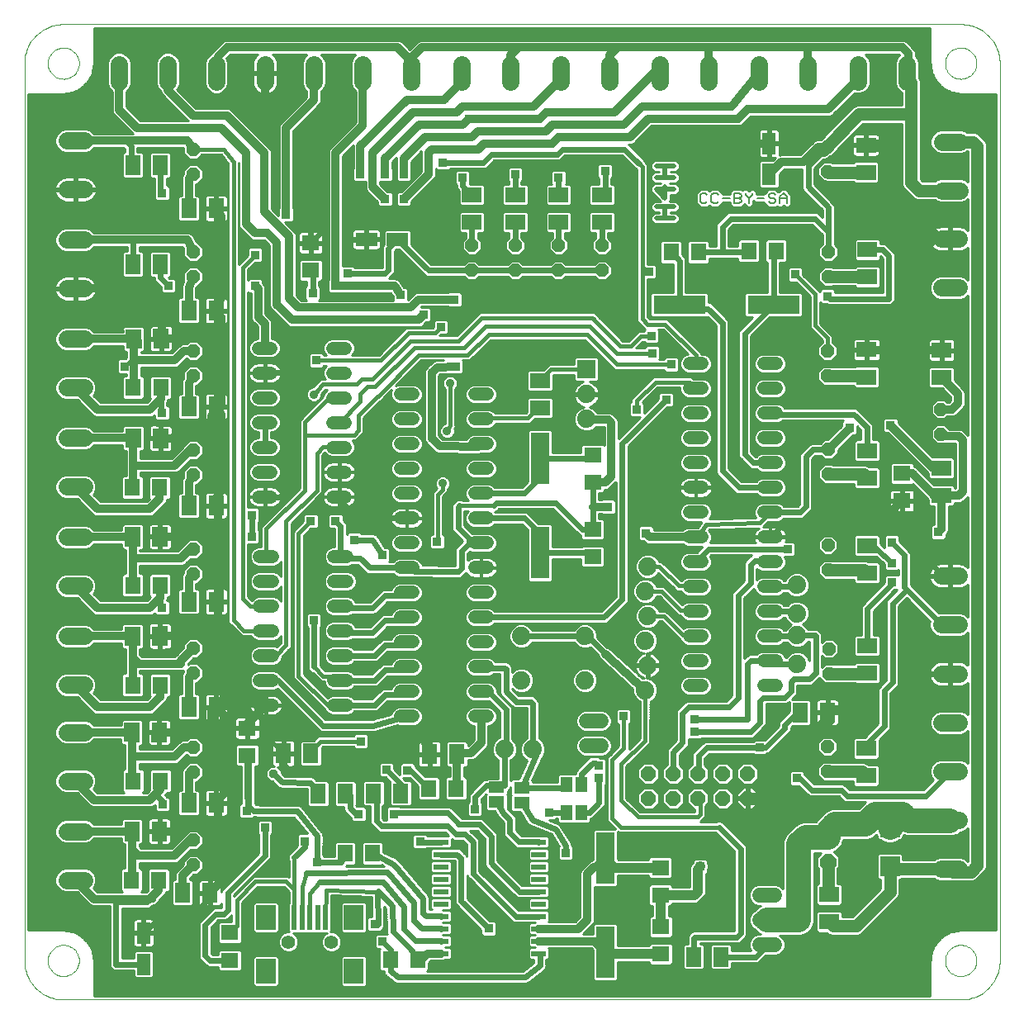
<source format=gtl>
G75*
G70*
%OFA0B0*%
%FSLAX24Y24*%
%IPPOS*%
%LPD*%
%AMOC8*
5,1,8,0,0,1.08239X$1,22.5*
%
%ADD10C,0.0200*%
%ADD11C,0.0080*%
%ADD12C,0.0520*%
%ADD13R,0.0630X0.0787*%
%ADD14R,0.0760X0.2100*%
%ADD15R,0.0709X0.0630*%
%ADD16C,0.0740*%
%ADD17R,0.0630X0.0709*%
%ADD18R,0.0787X0.0630*%
%ADD19R,0.0740X0.0740*%
%ADD20C,0.0000*%
%ADD21C,0.0594*%
%ADD22C,0.0705*%
%ADD23OC8,0.0520*%
%ADD24R,0.0787X0.0787*%
%ADD25C,0.0600*%
%ADD26OC8,0.0660*%
%ADD27R,0.2100X0.0760*%
%ADD28OC8,0.0600*%
%ADD29R,0.0591X0.0236*%
%ADD30C,0.0554*%
%ADD31R,0.0197X0.0984*%
%ADD32R,0.0787X0.0984*%
%ADD33R,0.0710X0.0630*%
%ADD34R,0.0630X0.0460*%
%ADD35R,0.0460X0.0630*%
%ADD36R,0.0866X0.0551*%
%ADD37R,0.0551X0.0866*%
%ADD38C,0.0320*%
%ADD39C,0.0240*%
%ADD40C,0.0160*%
%ADD41R,0.0356X0.0356*%
%ADD42C,0.0100*%
%ADD43C,0.0356*%
%ADD44C,0.0500*%
%ADD45C,0.0400*%
%ADD46C,0.1000*%
%ADD47C,0.0860*%
%ADD48OC8,0.0356*%
D10*
X030277Y034126D02*
X030977Y034126D01*
X030627Y034126D02*
X030627Y034593D01*
X030277Y034593D02*
X030977Y034593D01*
X030627Y034955D02*
X030627Y035422D01*
X030627Y035783D02*
X030627Y036250D01*
X030277Y036250D02*
X030977Y036250D01*
X030977Y035783D02*
X030277Y035783D01*
X030277Y035305D02*
X030627Y034955D01*
X030977Y035305D02*
X030277Y035305D01*
D11*
X032039Y035080D02*
X032039Y034799D01*
X032109Y034729D01*
X032249Y034729D01*
X032319Y034799D01*
X032499Y034799D02*
X032570Y034729D01*
X032710Y034729D01*
X032780Y034799D01*
X032960Y034939D02*
X033240Y034939D01*
X033420Y034939D02*
X033630Y034939D01*
X033701Y034869D01*
X033701Y034799D01*
X033630Y034729D01*
X033420Y034729D01*
X033420Y035150D01*
X033630Y035150D01*
X033701Y035080D01*
X033701Y035010D01*
X033630Y034939D01*
X033881Y035080D02*
X034021Y034939D01*
X034021Y034729D01*
X034021Y034939D02*
X034161Y035080D01*
X034161Y035150D01*
X034341Y034939D02*
X034621Y034939D01*
X034801Y035010D02*
X034872Y034939D01*
X035012Y034939D01*
X035082Y034869D01*
X035082Y034799D01*
X035012Y034729D01*
X034872Y034729D01*
X034801Y034799D01*
X034801Y035010D02*
X034801Y035080D01*
X034872Y035150D01*
X035012Y035150D01*
X035082Y035080D01*
X035262Y035010D02*
X035262Y034729D01*
X035262Y034939D02*
X035542Y034939D01*
X035542Y035010D02*
X035542Y034729D01*
X035542Y035010D02*
X035402Y035150D01*
X035262Y035010D01*
X033881Y035080D02*
X033881Y035150D01*
X032780Y035080D02*
X032710Y035150D01*
X032570Y035150D01*
X032499Y035080D01*
X032499Y034799D01*
X032319Y035080D02*
X032249Y035150D01*
X032109Y035150D01*
X032039Y035080D01*
D12*
X032126Y028262D02*
X031606Y028262D01*
X031606Y027262D02*
X032126Y027262D01*
X032126Y026262D02*
X031606Y026262D01*
X031606Y025262D02*
X032126Y025262D01*
X032126Y024262D02*
X031606Y024262D01*
X031606Y023262D02*
X032126Y023262D01*
X032126Y022262D02*
X031606Y022262D01*
X031606Y021262D02*
X032126Y021262D01*
X032126Y020262D02*
X031606Y020262D01*
X031606Y019262D02*
X032126Y019262D01*
X032126Y018262D02*
X031606Y018262D01*
X031606Y017262D02*
X032126Y017262D01*
X032126Y016262D02*
X031606Y016262D01*
X031606Y015262D02*
X032126Y015262D01*
X034606Y015262D02*
X035126Y015262D01*
X035126Y016262D02*
X034606Y016262D01*
X034606Y017262D02*
X035126Y017262D01*
X035126Y018262D02*
X034606Y018262D01*
X034606Y019262D02*
X035126Y019262D01*
X035126Y020262D02*
X034606Y020262D01*
X034606Y021262D02*
X035126Y021262D01*
X035126Y022262D02*
X034606Y022262D01*
X034606Y023262D02*
X035126Y023262D01*
X035126Y024262D02*
X034606Y024262D01*
X034606Y025262D02*
X035126Y025262D01*
X035126Y026262D02*
X034606Y026262D01*
X034606Y027262D02*
X035126Y027262D01*
X035126Y028262D02*
X034606Y028262D01*
X023462Y027026D02*
X022942Y027026D01*
X022942Y026026D02*
X023462Y026026D01*
X023462Y025026D02*
X022942Y025026D01*
X022942Y024026D02*
X023462Y024026D01*
X023462Y023026D02*
X022942Y023026D01*
X022942Y022026D02*
X023462Y022026D01*
X023462Y021026D02*
X022942Y021026D01*
X022942Y020026D02*
X023462Y020026D01*
X023462Y019026D02*
X022942Y019026D01*
X022942Y018026D02*
X023462Y018026D01*
X023462Y017026D02*
X022942Y017026D01*
X022942Y016026D02*
X023462Y016026D01*
X023462Y015026D02*
X022942Y015026D01*
X022942Y014026D02*
X023462Y014026D01*
X020462Y014026D02*
X019942Y014026D01*
X019942Y015026D02*
X020462Y015026D01*
X020462Y016026D02*
X019942Y016026D01*
X019942Y017026D02*
X020462Y017026D01*
X020462Y018026D02*
X019942Y018026D01*
X019942Y019026D02*
X020462Y019026D01*
X020462Y020026D02*
X019942Y020026D01*
X019942Y021026D02*
X020462Y021026D01*
X020462Y022026D02*
X019942Y022026D01*
X019942Y023026D02*
X020462Y023026D01*
X020462Y024026D02*
X019942Y024026D01*
X019942Y025026D02*
X020462Y025026D01*
X020462Y026026D02*
X019942Y026026D01*
X019942Y027026D02*
X020462Y027026D01*
X017732Y026888D02*
X017212Y026888D01*
X017212Y027888D02*
X017732Y027888D01*
X017732Y028888D02*
X017212Y028888D01*
X014732Y028888D02*
X014212Y028888D01*
X014212Y027888D02*
X014732Y027888D01*
X014732Y026888D02*
X014212Y026888D01*
X014212Y025888D02*
X014732Y025888D01*
X014732Y024888D02*
X014212Y024888D01*
X014212Y023888D02*
X014732Y023888D01*
X014732Y022888D02*
X014212Y022888D01*
X014261Y020476D02*
X014781Y020476D01*
X014781Y019476D02*
X014261Y019476D01*
X014261Y018476D02*
X014781Y018476D01*
X014781Y017476D02*
X014261Y017476D01*
X014261Y016476D02*
X014781Y016476D01*
X014781Y015476D02*
X014261Y015476D01*
X014261Y014476D02*
X014781Y014476D01*
X017261Y014476D02*
X017781Y014476D01*
X017781Y015476D02*
X017261Y015476D01*
X017261Y016476D02*
X017781Y016476D01*
X017781Y017476D02*
X017261Y017476D01*
X017261Y018476D02*
X017781Y018476D01*
X017781Y019476D02*
X017261Y019476D01*
X017261Y020476D02*
X017781Y020476D01*
X017732Y022888D02*
X017212Y022888D01*
X017212Y023888D02*
X017732Y023888D01*
X017732Y024888D02*
X017212Y024888D01*
X017212Y025888D02*
X017732Y025888D01*
D13*
X012504Y026526D03*
X011401Y026526D03*
G36*
X009955Y025639D02*
X010584Y025630D01*
X010573Y024845D01*
X009944Y024854D01*
X009955Y025639D01*
G37*
G36*
X008853Y025654D02*
X009482Y025645D01*
X009471Y024860D01*
X008842Y024869D01*
X008853Y025654D01*
G37*
X011401Y022526D03*
X012504Y022526D03*
G36*
X010556Y020883D02*
X009927Y020882D01*
X009926Y021667D01*
X010555Y021668D01*
X010556Y020883D01*
G37*
G36*
X009454Y020881D02*
X008825Y020880D01*
X008824Y021665D01*
X009453Y021666D01*
X009454Y020881D01*
G37*
X011401Y018651D03*
X012504Y018651D03*
G36*
X010556Y016875D02*
X009927Y016870D01*
X009922Y017655D01*
X010551Y017660D01*
X010556Y016875D01*
G37*
G36*
X009454Y016867D02*
X008825Y016862D01*
X008820Y017647D01*
X009449Y017652D01*
X009454Y016867D01*
G37*
X011401Y014401D03*
X012504Y014401D03*
G36*
X010524Y012982D02*
X009895Y012985D01*
X009900Y013770D01*
X010529Y013767D01*
X010524Y012982D01*
G37*
G36*
X009422Y012987D02*
X008793Y012990D01*
X008798Y013775D01*
X009427Y013772D01*
X009422Y012987D01*
G37*
X011401Y010526D03*
X012504Y010526D03*
X010217Y009387D03*
X009114Y009387D03*
X011151Y006901D03*
X012254Y006901D03*
X016622Y010900D03*
X017725Y010900D03*
X018856Y010921D03*
X019958Y010921D03*
X021127Y012501D03*
X022230Y012501D03*
X016330Y012532D03*
X015228Y012532D03*
X031784Y004322D03*
X032886Y004322D03*
X036084Y014180D03*
X037186Y014180D03*
X012504Y030401D03*
X011401Y030401D03*
G36*
X009965Y029661D02*
X010594Y029668D01*
X010603Y028883D01*
X009974Y028876D01*
X009965Y029661D01*
G37*
G36*
X008863Y029647D02*
X009492Y029654D01*
X009501Y028869D01*
X008872Y028862D01*
X008863Y029647D01*
G37*
X009151Y032276D03*
X010254Y032276D03*
X011401Y034526D03*
X012504Y034526D03*
X010254Y036276D03*
X009151Y036276D03*
D14*
X025577Y024426D03*
X025577Y020626D03*
X028212Y008308D03*
X028212Y004508D03*
D15*
X030453Y004429D03*
X030453Y005531D03*
X030446Y006819D03*
X030446Y007921D03*
X027702Y020475D03*
X027702Y021577D03*
X027702Y023475D03*
X027702Y024577D03*
X016324Y032034D03*
X016324Y033136D03*
X013762Y013552D03*
X013762Y012450D03*
X040191Y022724D03*
X040191Y023826D03*
D16*
X035946Y019324D03*
X035946Y018184D03*
X035957Y017291D03*
X035957Y016151D03*
X029925Y016079D03*
X029825Y015079D03*
X029825Y017079D03*
X029925Y018079D03*
X029825Y019079D03*
X029925Y020079D03*
X027391Y017257D03*
X027391Y015477D03*
X024831Y015477D03*
X024831Y017257D03*
X025286Y012703D03*
X024146Y012703D03*
X027452Y026026D03*
X027452Y027026D03*
D17*
X030866Y032759D03*
X031969Y032759D03*
X034007Y032812D03*
X035109Y032812D03*
X022192Y011114D03*
X021090Y011114D03*
X018816Y008498D03*
X017713Y008498D03*
X019535Y004210D03*
X020637Y004210D03*
X010264Y011420D03*
X009161Y011420D03*
X009143Y015285D03*
X010245Y015285D03*
X010244Y019313D03*
X009141Y019313D03*
X009126Y023259D03*
X010229Y023259D03*
X010266Y027300D03*
X009163Y027300D03*
X009088Y007415D03*
X010190Y007415D03*
D18*
X025577Y026475D03*
X025577Y027577D03*
X026327Y033975D03*
X026327Y035077D03*
X024577Y035077D03*
X024577Y033975D03*
X022827Y033975D03*
X022827Y035077D03*
X028077Y035077D03*
X028077Y033975D03*
X038797Y032863D03*
X038797Y031760D03*
X038764Y028824D03*
X038764Y027721D03*
X041787Y027703D03*
X041787Y028806D03*
X038780Y024753D03*
X038780Y023651D03*
X038776Y020914D03*
X038776Y019812D03*
X038784Y016876D03*
X038784Y015774D03*
X038744Y012734D03*
X038744Y011631D03*
X037250Y006829D03*
X037250Y005726D03*
X041780Y022944D03*
X041780Y024047D03*
X038739Y035986D03*
X038739Y037088D03*
D19*
X027452Y028026D03*
D20*
X004767Y040386D02*
X004767Y004166D01*
X005712Y004166D02*
X005714Y004216D01*
X005720Y004266D01*
X005730Y004315D01*
X005744Y004363D01*
X005761Y004410D01*
X005782Y004455D01*
X005807Y004499D01*
X005835Y004540D01*
X005867Y004579D01*
X005901Y004616D01*
X005938Y004650D01*
X005978Y004680D01*
X006020Y004707D01*
X006064Y004731D01*
X006110Y004752D01*
X006157Y004768D01*
X006205Y004781D01*
X006255Y004790D01*
X006304Y004795D01*
X006355Y004796D01*
X006405Y004793D01*
X006454Y004786D01*
X006503Y004775D01*
X006551Y004760D01*
X006597Y004742D01*
X006642Y004720D01*
X006685Y004694D01*
X006726Y004665D01*
X006765Y004633D01*
X006801Y004598D01*
X006833Y004560D01*
X006863Y004520D01*
X006890Y004477D01*
X006913Y004433D01*
X006932Y004387D01*
X006948Y004339D01*
X006960Y004290D01*
X006968Y004241D01*
X006972Y004191D01*
X006972Y004141D01*
X006968Y004091D01*
X006960Y004042D01*
X006948Y003993D01*
X006932Y003945D01*
X006913Y003899D01*
X006890Y003855D01*
X006863Y003812D01*
X006833Y003772D01*
X006801Y003734D01*
X006765Y003699D01*
X006726Y003667D01*
X006685Y003638D01*
X006642Y003612D01*
X006597Y003590D01*
X006551Y003572D01*
X006503Y003557D01*
X006454Y003546D01*
X006405Y003539D01*
X006355Y003536D01*
X006304Y003537D01*
X006255Y003542D01*
X006205Y003551D01*
X006157Y003564D01*
X006110Y003580D01*
X006064Y003601D01*
X006020Y003625D01*
X005978Y003652D01*
X005938Y003682D01*
X005901Y003716D01*
X005867Y003753D01*
X005835Y003792D01*
X005807Y003833D01*
X005782Y003877D01*
X005761Y003922D01*
X005744Y003969D01*
X005730Y004017D01*
X005720Y004066D01*
X005714Y004116D01*
X005712Y004166D01*
X004767Y004166D02*
X004769Y004089D01*
X004775Y004012D01*
X004784Y003935D01*
X004797Y003859D01*
X004814Y003783D01*
X004835Y003709D01*
X004859Y003635D01*
X004887Y003563D01*
X004918Y003493D01*
X004953Y003424D01*
X004991Y003356D01*
X005032Y003291D01*
X005077Y003228D01*
X005125Y003167D01*
X005175Y003108D01*
X005228Y003052D01*
X005284Y002999D01*
X005343Y002949D01*
X005404Y002901D01*
X005467Y002856D01*
X005532Y002815D01*
X005600Y002777D01*
X005669Y002742D01*
X005739Y002711D01*
X005811Y002683D01*
X005885Y002659D01*
X005959Y002638D01*
X006035Y002621D01*
X006111Y002608D01*
X006188Y002599D01*
X006265Y002593D01*
X006342Y002591D01*
X042563Y002591D01*
X041933Y004166D02*
X041935Y004216D01*
X041941Y004266D01*
X041951Y004315D01*
X041965Y004363D01*
X041982Y004410D01*
X042003Y004455D01*
X042028Y004499D01*
X042056Y004540D01*
X042088Y004579D01*
X042122Y004616D01*
X042159Y004650D01*
X042199Y004680D01*
X042241Y004707D01*
X042285Y004731D01*
X042331Y004752D01*
X042378Y004768D01*
X042426Y004781D01*
X042476Y004790D01*
X042525Y004795D01*
X042576Y004796D01*
X042626Y004793D01*
X042675Y004786D01*
X042724Y004775D01*
X042772Y004760D01*
X042818Y004742D01*
X042863Y004720D01*
X042906Y004694D01*
X042947Y004665D01*
X042986Y004633D01*
X043022Y004598D01*
X043054Y004560D01*
X043084Y004520D01*
X043111Y004477D01*
X043134Y004433D01*
X043153Y004387D01*
X043169Y004339D01*
X043181Y004290D01*
X043189Y004241D01*
X043193Y004191D01*
X043193Y004141D01*
X043189Y004091D01*
X043181Y004042D01*
X043169Y003993D01*
X043153Y003945D01*
X043134Y003899D01*
X043111Y003855D01*
X043084Y003812D01*
X043054Y003772D01*
X043022Y003734D01*
X042986Y003699D01*
X042947Y003667D01*
X042906Y003638D01*
X042863Y003612D01*
X042818Y003590D01*
X042772Y003572D01*
X042724Y003557D01*
X042675Y003546D01*
X042626Y003539D01*
X042576Y003536D01*
X042525Y003537D01*
X042476Y003542D01*
X042426Y003551D01*
X042378Y003564D01*
X042331Y003580D01*
X042285Y003601D01*
X042241Y003625D01*
X042199Y003652D01*
X042159Y003682D01*
X042122Y003716D01*
X042088Y003753D01*
X042056Y003792D01*
X042028Y003833D01*
X042003Y003877D01*
X041982Y003922D01*
X041965Y003969D01*
X041951Y004017D01*
X041941Y004066D01*
X041935Y004116D01*
X041933Y004166D01*
X042563Y002591D02*
X042640Y002593D01*
X042717Y002599D01*
X042794Y002608D01*
X042870Y002621D01*
X042946Y002638D01*
X043020Y002659D01*
X043094Y002683D01*
X043166Y002711D01*
X043236Y002742D01*
X043305Y002777D01*
X043373Y002815D01*
X043438Y002856D01*
X043501Y002901D01*
X043562Y002949D01*
X043621Y002999D01*
X043677Y003052D01*
X043730Y003108D01*
X043780Y003167D01*
X043828Y003228D01*
X043873Y003291D01*
X043914Y003356D01*
X043952Y003424D01*
X043987Y003493D01*
X044018Y003563D01*
X044046Y003635D01*
X044070Y003709D01*
X044091Y003783D01*
X044108Y003859D01*
X044121Y003935D01*
X044130Y004012D01*
X044136Y004089D01*
X044138Y004166D01*
X044137Y004166D02*
X044137Y040386D01*
X041933Y040386D02*
X041935Y040436D01*
X041941Y040486D01*
X041951Y040535D01*
X041965Y040583D01*
X041982Y040630D01*
X042003Y040675D01*
X042028Y040719D01*
X042056Y040760D01*
X042088Y040799D01*
X042122Y040836D01*
X042159Y040870D01*
X042199Y040900D01*
X042241Y040927D01*
X042285Y040951D01*
X042331Y040972D01*
X042378Y040988D01*
X042426Y041001D01*
X042476Y041010D01*
X042525Y041015D01*
X042576Y041016D01*
X042626Y041013D01*
X042675Y041006D01*
X042724Y040995D01*
X042772Y040980D01*
X042818Y040962D01*
X042863Y040940D01*
X042906Y040914D01*
X042947Y040885D01*
X042986Y040853D01*
X043022Y040818D01*
X043054Y040780D01*
X043084Y040740D01*
X043111Y040697D01*
X043134Y040653D01*
X043153Y040607D01*
X043169Y040559D01*
X043181Y040510D01*
X043189Y040461D01*
X043193Y040411D01*
X043193Y040361D01*
X043189Y040311D01*
X043181Y040262D01*
X043169Y040213D01*
X043153Y040165D01*
X043134Y040119D01*
X043111Y040075D01*
X043084Y040032D01*
X043054Y039992D01*
X043022Y039954D01*
X042986Y039919D01*
X042947Y039887D01*
X042906Y039858D01*
X042863Y039832D01*
X042818Y039810D01*
X042772Y039792D01*
X042724Y039777D01*
X042675Y039766D01*
X042626Y039759D01*
X042576Y039756D01*
X042525Y039757D01*
X042476Y039762D01*
X042426Y039771D01*
X042378Y039784D01*
X042331Y039800D01*
X042285Y039821D01*
X042241Y039845D01*
X042199Y039872D01*
X042159Y039902D01*
X042122Y039936D01*
X042088Y039973D01*
X042056Y040012D01*
X042028Y040053D01*
X042003Y040097D01*
X041982Y040142D01*
X041965Y040189D01*
X041951Y040237D01*
X041941Y040286D01*
X041935Y040336D01*
X041933Y040386D01*
X042563Y041961D02*
X042640Y041959D01*
X042717Y041953D01*
X042794Y041944D01*
X042870Y041931D01*
X042946Y041914D01*
X043020Y041893D01*
X043094Y041869D01*
X043166Y041841D01*
X043236Y041810D01*
X043305Y041775D01*
X043373Y041737D01*
X043438Y041696D01*
X043501Y041651D01*
X043562Y041603D01*
X043621Y041553D01*
X043677Y041500D01*
X043730Y041444D01*
X043780Y041385D01*
X043828Y041324D01*
X043873Y041261D01*
X043914Y041196D01*
X043952Y041128D01*
X043987Y041059D01*
X044018Y040989D01*
X044046Y040917D01*
X044070Y040843D01*
X044091Y040769D01*
X044108Y040693D01*
X044121Y040617D01*
X044130Y040540D01*
X044136Y040463D01*
X044138Y040386D01*
X042563Y041961D02*
X006342Y041961D01*
X005712Y040386D02*
X005714Y040436D01*
X005720Y040486D01*
X005730Y040535D01*
X005744Y040583D01*
X005761Y040630D01*
X005782Y040675D01*
X005807Y040719D01*
X005835Y040760D01*
X005867Y040799D01*
X005901Y040836D01*
X005938Y040870D01*
X005978Y040900D01*
X006020Y040927D01*
X006064Y040951D01*
X006110Y040972D01*
X006157Y040988D01*
X006205Y041001D01*
X006255Y041010D01*
X006304Y041015D01*
X006355Y041016D01*
X006405Y041013D01*
X006454Y041006D01*
X006503Y040995D01*
X006551Y040980D01*
X006597Y040962D01*
X006642Y040940D01*
X006685Y040914D01*
X006726Y040885D01*
X006765Y040853D01*
X006801Y040818D01*
X006833Y040780D01*
X006863Y040740D01*
X006890Y040697D01*
X006913Y040653D01*
X006932Y040607D01*
X006948Y040559D01*
X006960Y040510D01*
X006968Y040461D01*
X006972Y040411D01*
X006972Y040361D01*
X006968Y040311D01*
X006960Y040262D01*
X006948Y040213D01*
X006932Y040165D01*
X006913Y040119D01*
X006890Y040075D01*
X006863Y040032D01*
X006833Y039992D01*
X006801Y039954D01*
X006765Y039919D01*
X006726Y039887D01*
X006685Y039858D01*
X006642Y039832D01*
X006597Y039810D01*
X006551Y039792D01*
X006503Y039777D01*
X006454Y039766D01*
X006405Y039759D01*
X006355Y039756D01*
X006304Y039757D01*
X006255Y039762D01*
X006205Y039771D01*
X006157Y039784D01*
X006110Y039800D01*
X006064Y039821D01*
X006020Y039845D01*
X005978Y039872D01*
X005938Y039902D01*
X005901Y039936D01*
X005867Y039973D01*
X005835Y040012D01*
X005807Y040053D01*
X005782Y040097D01*
X005761Y040142D01*
X005744Y040189D01*
X005730Y040237D01*
X005720Y040286D01*
X005714Y040336D01*
X005712Y040386D01*
X004767Y040386D02*
X004769Y040463D01*
X004775Y040540D01*
X004784Y040617D01*
X004797Y040693D01*
X004814Y040769D01*
X004835Y040843D01*
X004859Y040917D01*
X004887Y040989D01*
X004918Y041059D01*
X004953Y041128D01*
X004991Y041196D01*
X005032Y041261D01*
X005077Y041324D01*
X005125Y041385D01*
X005175Y041444D01*
X005228Y041500D01*
X005284Y041553D01*
X005343Y041603D01*
X005404Y041651D01*
X005467Y041696D01*
X005532Y041737D01*
X005600Y041775D01*
X005669Y041810D01*
X005739Y041841D01*
X005811Y041869D01*
X005885Y041893D01*
X005959Y041914D01*
X006035Y041931D01*
X006111Y041944D01*
X006188Y041953D01*
X006265Y041959D01*
X006342Y041961D01*
D21*
X027449Y013837D02*
X028042Y013837D01*
X028042Y012837D02*
X027449Y012837D01*
D22*
X041790Y013770D02*
X042495Y013770D01*
X042495Y011802D02*
X041790Y011802D01*
X041781Y009830D02*
X042486Y009830D01*
X042486Y007861D02*
X041781Y007861D01*
X041790Y015739D02*
X042495Y015739D01*
X042481Y017724D02*
X041776Y017724D01*
X041776Y019692D02*
X042481Y019692D01*
X042489Y031327D02*
X041784Y031327D01*
X041784Y033295D02*
X042489Y033295D01*
X042515Y035249D02*
X041810Y035249D01*
X041810Y037218D02*
X042515Y037218D01*
X040394Y039642D02*
X040394Y040347D01*
X038425Y040347D02*
X038425Y039642D01*
X036394Y039642D02*
X036394Y040347D01*
X034425Y040347D02*
X034425Y039642D01*
X032394Y039642D02*
X032394Y040347D01*
X030425Y040347D02*
X030425Y039642D01*
X028394Y039642D02*
X028394Y040347D01*
X026425Y040347D02*
X026425Y039642D01*
X024394Y039642D02*
X024394Y040347D01*
X022425Y040347D02*
X022425Y039642D01*
X020394Y039642D02*
X020394Y040347D01*
X018425Y040347D02*
X018425Y039642D01*
X016452Y039635D02*
X016452Y040340D01*
X014484Y040340D02*
X014484Y039635D01*
X012515Y039635D02*
X012515Y040340D01*
X010559Y040347D02*
X010559Y039642D01*
X008591Y039642D02*
X008591Y040347D01*
X007180Y037260D02*
X006475Y037260D01*
X006475Y035292D02*
X007180Y035292D01*
X007180Y033260D02*
X006475Y033260D01*
X006475Y031292D02*
X007180Y031292D01*
X007180Y029260D02*
X006475Y029260D01*
X006475Y027292D02*
X007180Y027292D01*
X007180Y025260D02*
X006475Y025260D01*
X006475Y023292D02*
X007180Y023292D01*
X007180Y021260D02*
X006475Y021260D01*
X006475Y019292D02*
X007180Y019292D01*
X007180Y017260D02*
X006475Y017260D01*
X006475Y015292D02*
X007180Y015292D01*
X007180Y013385D02*
X006475Y013385D01*
X006475Y011417D02*
X007180Y011417D01*
X007180Y009385D02*
X006475Y009385D01*
X006475Y007417D02*
X007180Y007417D01*
D23*
X011577Y008026D03*
X011577Y009026D03*
X011577Y011776D03*
X011577Y012776D03*
X011577Y015776D03*
X011577Y016776D03*
X011577Y019776D03*
X011577Y020776D03*
X011577Y023776D03*
X011577Y024776D03*
X011577Y027776D03*
X011577Y028776D03*
X011577Y031776D03*
X011577Y032776D03*
X011577Y035901D03*
X011577Y036901D03*
X022827Y033026D03*
X022827Y032026D03*
X024577Y032026D03*
X024577Y033026D03*
X026327Y033026D03*
X026327Y032026D03*
X028077Y032026D03*
X028077Y033026D03*
X037218Y032776D03*
X037218Y031776D03*
X037177Y028764D03*
X037177Y027764D03*
X037219Y024801D03*
X037219Y023801D03*
X037201Y020932D03*
X037201Y019932D03*
X037240Y016748D03*
X037240Y015748D03*
X037189Y012799D03*
X037189Y011799D03*
X041756Y025419D03*
X041756Y026419D03*
X037180Y036022D03*
X037180Y037022D03*
D24*
X039702Y009549D03*
X039702Y007975D03*
D25*
X035040Y006808D02*
X034440Y006808D01*
X034440Y005808D02*
X035040Y005808D01*
X035040Y004808D02*
X034440Y004808D01*
D26*
X037202Y008151D03*
X037202Y009151D03*
D27*
X035007Y030638D03*
X031207Y030638D03*
D28*
X030959Y011718D03*
X030959Y010718D03*
X031959Y010718D03*
X032959Y010718D03*
X033959Y010718D03*
X033959Y011718D03*
X032959Y011718D03*
X031959Y011718D03*
X029959Y011718D03*
X029959Y010718D03*
D29*
X025527Y008955D03*
X025527Y008455D03*
X025527Y007955D03*
X025527Y007455D03*
X025527Y006955D03*
X025527Y006455D03*
X025527Y005955D03*
X025527Y005455D03*
X025527Y004955D03*
X025527Y004455D03*
X021590Y004455D03*
X021590Y004955D03*
X021590Y005455D03*
X021590Y005955D03*
X021590Y006455D03*
X021590Y006955D03*
X021590Y007455D03*
X021590Y007955D03*
X021590Y008455D03*
X021590Y008955D03*
D30*
X017156Y004919D03*
X015423Y004919D03*
D31*
X015660Y005904D03*
X015975Y005904D03*
X016290Y005904D03*
X016604Y005904D03*
X016919Y005904D03*
D32*
X018061Y005904D03*
X018061Y003738D03*
X014518Y003738D03*
X014518Y005904D03*
D33*
X013054Y005290D03*
X013054Y004170D03*
D34*
X023830Y010560D03*
X023830Y011160D03*
X024837Y011139D03*
X024837Y010539D03*
D35*
X026652Y010151D03*
X027252Y010151D03*
X027252Y011276D03*
X026652Y011276D03*
D36*
X019832Y033276D03*
X018572Y033276D03*
D37*
X034827Y035896D03*
X034827Y037156D03*
X009577Y005281D03*
X009577Y004021D03*
D38*
X009827Y006651D02*
X007593Y006651D01*
X006827Y007417D01*
X006827Y009385D02*
X009113Y009385D01*
X009114Y009387D01*
X009114Y008651D01*
X009364Y008401D01*
X010827Y008401D01*
X011452Y009026D01*
X011577Y009026D01*
X011077Y009651D02*
X010813Y009387D01*
X010217Y009387D01*
X011077Y009651D02*
X012327Y009651D01*
X012577Y009651D01*
X012827Y009401D01*
X012827Y007475D01*
X012254Y006901D01*
X011151Y007600D02*
X011577Y008026D01*
X011151Y007600D02*
X011151Y006901D01*
X010190Y007014D02*
X009827Y006651D01*
X010190Y007014D02*
X010190Y007415D01*
X009114Y007441D02*
X009088Y007415D01*
X009114Y007441D02*
X009114Y008651D01*
X009827Y010651D02*
X007593Y010651D01*
X006827Y011417D01*
X006827Y013385D02*
X009106Y013385D01*
X009110Y013381D01*
X009110Y012401D01*
X010827Y012401D01*
X011202Y012776D01*
X011577Y012776D01*
X012052Y013376D02*
X012327Y013651D01*
X012327Y014225D01*
X012504Y014401D01*
X012577Y014401D01*
X012827Y014651D01*
X012827Y017276D01*
X012577Y017651D01*
X012577Y017901D01*
X012577Y018577D01*
X012504Y018651D01*
X012504Y018827D01*
X012702Y019276D01*
X012702Y021776D01*
X012577Y021901D01*
X012577Y022452D01*
X012504Y022526D01*
X012504Y022827D01*
X012702Y023151D01*
X012702Y026202D01*
X012504Y026526D01*
X012702Y026526D01*
X012702Y027776D01*
X012702Y030151D01*
X012577Y029901D01*
X012577Y030327D01*
X012504Y030401D01*
X012504Y030577D01*
X012702Y030901D01*
X012702Y033526D01*
X012702Y034223D01*
X012669Y034256D01*
X012504Y034526D01*
X012669Y034256D02*
X012702Y034202D01*
X012702Y033526D01*
X013702Y033901D02*
X014077Y033526D01*
X014577Y033526D01*
X014952Y033151D01*
X014952Y030651D01*
X015577Y030026D01*
X020682Y030026D01*
X020890Y030234D01*
X020355Y030527D02*
X019079Y030527D01*
X019077Y030526D01*
X015827Y030526D01*
X015452Y030901D01*
X015452Y033401D01*
X014452Y034401D01*
X014452Y036776D01*
X012952Y038276D01*
X011577Y038276D01*
X010559Y039294D01*
X010559Y039994D01*
X012515Y039988D02*
X012515Y039463D01*
X012515Y039988D02*
X012577Y040050D01*
X012577Y040651D01*
X012952Y041026D01*
X019827Y041026D01*
X020394Y040460D01*
X020394Y039994D01*
X020394Y040592D01*
X020827Y041026D01*
X024702Y041026D01*
X024394Y040717D01*
X024394Y039994D01*
X024702Y041026D02*
X028702Y041026D01*
X028394Y040717D01*
X028394Y039994D01*
X028702Y041026D02*
X032452Y041026D01*
X032394Y040967D01*
X032394Y039994D01*
X032452Y041026D02*
X036452Y041026D01*
X036394Y040967D01*
X036394Y039994D01*
X036452Y041026D02*
X040202Y041026D01*
X040452Y040776D01*
X040452Y040053D01*
X040394Y039994D01*
X038425Y039994D02*
X038425Y039749D01*
X037202Y038526D01*
X033952Y038526D01*
X033577Y038151D01*
X029952Y038151D01*
X029202Y037401D01*
X026452Y037401D01*
X026327Y037401D01*
X026077Y037151D01*
X023327Y037151D01*
X023077Y036901D01*
X021202Y036901D01*
X021077Y036776D01*
X021077Y035901D01*
X020077Y034901D01*
X019327Y034901D02*
X018827Y035401D01*
X018827Y036776D01*
X020452Y038401D01*
X022202Y038401D01*
X022452Y038651D01*
X024577Y038651D01*
X025327Y038651D01*
X026425Y039749D01*
X026425Y039994D01*
X025827Y038401D02*
X025577Y038151D01*
X022702Y038151D01*
X022452Y037901D01*
X020702Y037901D01*
X019327Y036526D01*
X019327Y035901D01*
X020077Y035901D02*
X020077Y036526D01*
X020952Y037401D01*
X022827Y037401D01*
X023077Y037651D01*
X025827Y037651D01*
X026077Y037901D01*
X028202Y037901D01*
X028952Y037901D01*
X029702Y038651D01*
X033327Y038651D01*
X034425Y039994D01*
X033827Y037276D02*
X033827Y037151D01*
X033832Y037156D01*
X034827Y037156D01*
X035332Y036401D02*
X036202Y036401D01*
X036824Y037022D01*
X037180Y037022D01*
X038739Y037088D02*
X038801Y037151D01*
X039702Y037151D01*
X035332Y036401D02*
X034827Y035896D01*
X030425Y039994D02*
X030171Y039994D01*
X028577Y038401D01*
X025827Y038401D01*
X022425Y039624D02*
X021702Y038901D01*
X020202Y038901D01*
X018327Y037026D01*
X018327Y035901D01*
X017327Y036776D02*
X017327Y031401D01*
X019702Y031401D01*
X019952Y031026D01*
X020355Y030527D02*
X020677Y030849D01*
X022126Y030849D01*
X022171Y028138D02*
X022187Y028137D01*
X022171Y028138D02*
X021436Y028114D01*
X021207Y027909D01*
X021207Y025233D01*
X021535Y024925D01*
X023077Y024901D01*
X023202Y025026D01*
X027452Y026026D02*
X027483Y025995D01*
X028335Y025995D01*
X028464Y025866D01*
X028464Y023718D01*
X028220Y023475D01*
X027702Y023475D01*
X027702Y022486D02*
X028329Y022486D01*
X029858Y021421D02*
X030017Y021262D01*
X031866Y021262D01*
X034866Y021262D02*
X034958Y021169D01*
X037219Y024801D02*
X038067Y025649D01*
X038067Y025687D01*
X039726Y025777D02*
X041456Y024047D01*
X041780Y024047D01*
X041780Y022944D02*
X041759Y022923D01*
X041527Y022923D01*
X040623Y023826D01*
X040191Y023826D01*
X040191Y022724D02*
X039884Y022416D01*
X039884Y021668D01*
X041658Y021458D02*
X041780Y021581D01*
X041780Y022944D01*
X042492Y022944D01*
X042647Y023100D01*
X042647Y025161D01*
X042475Y025333D01*
X041843Y025333D01*
X041756Y025419D01*
X041756Y026419D02*
X042201Y026419D01*
X042446Y026664D01*
X042446Y027044D01*
X041787Y027703D01*
X041787Y028806D02*
X038782Y028806D01*
X038764Y028824D01*
X027548Y017288D02*
X027391Y017257D01*
X028220Y016537D02*
X029803Y015079D01*
X029825Y015079D01*
X035948Y014180D02*
X036084Y014180D01*
X028212Y008308D02*
X027839Y007935D01*
X027761Y007935D01*
X027486Y007661D01*
X027486Y005812D01*
X027129Y005455D01*
X025527Y005455D01*
X025527Y004955D02*
X027766Y004955D01*
X028212Y004508D01*
X021590Y004455D02*
X021051Y004455D01*
X020732Y004136D01*
X020637Y004210D01*
X022192Y011114D02*
X022230Y011151D01*
X022230Y012501D01*
X022283Y012554D01*
X022797Y012554D01*
X023202Y012959D01*
X023202Y014026D01*
X020845Y013190D02*
X021127Y012501D01*
X020845Y013190D02*
X019745Y013193D01*
X019501Y012906D01*
X019191Y012559D01*
X017050Y012559D01*
X017050Y011790D01*
X015421Y011818D01*
X015228Y012011D01*
X015228Y012532D01*
X013762Y013552D02*
X013762Y013718D01*
X014521Y014476D01*
X012827Y014077D02*
X012504Y014401D01*
X012827Y014077D02*
X012827Y010901D01*
X012504Y010577D01*
X012504Y010526D01*
X012577Y010202D01*
X012577Y009901D01*
X012327Y009651D01*
X011401Y010526D02*
X011401Y011725D01*
X011577Y011776D01*
X010264Y011420D02*
X010264Y011087D01*
X010062Y010885D01*
X009827Y010651D01*
X009161Y011420D02*
X009110Y011471D01*
X009110Y012401D01*
X010212Y013376D02*
X012052Y013376D01*
X011401Y014401D02*
X011401Y015600D01*
X011577Y015776D01*
X011077Y016151D02*
X011077Y016276D01*
X011577Y016776D01*
X011077Y016151D02*
X009387Y016151D01*
X009137Y016401D01*
X009137Y015291D01*
X009143Y015285D01*
X009827Y014401D02*
X007718Y014401D01*
X006827Y015292D01*
X006827Y017260D02*
X009134Y017260D01*
X009137Y017257D01*
X009137Y016401D01*
X010239Y017265D02*
X010941Y017265D01*
X011327Y017651D01*
X012327Y017651D01*
X012577Y017901D01*
X011401Y018651D02*
X011401Y019600D01*
X011577Y019776D01*
X011077Y020401D02*
X009139Y020401D01*
X009139Y019315D01*
X009141Y019313D01*
X009139Y020401D02*
X009139Y021273D01*
X009126Y021260D01*
X006827Y021260D01*
X007718Y022401D02*
X006827Y023292D01*
X007718Y022401D02*
X009827Y022401D01*
X010229Y022802D01*
X010229Y023259D01*
X009162Y023295D02*
X009162Y024151D01*
X010827Y024151D01*
X011452Y024776D01*
X011577Y024776D01*
X010919Y025242D02*
X011327Y025651D01*
X012077Y025651D01*
X012327Y025901D01*
X012327Y026151D01*
X012577Y026401D01*
X012577Y026452D01*
X012504Y026526D01*
X011401Y026526D02*
X011401Y027475D01*
X011577Y027776D01*
X010827Y028401D02*
X009182Y028401D01*
X009182Y027318D01*
X009163Y027300D01*
X009182Y028401D02*
X009182Y029258D01*
X009180Y029260D01*
X006827Y029260D01*
X006827Y027292D02*
X007718Y026401D01*
X009827Y026401D01*
X010266Y026839D01*
X010266Y027300D01*
X010827Y028401D02*
X011202Y028776D01*
X011577Y028776D01*
X011198Y029272D02*
X011327Y029401D01*
X012327Y029401D01*
X012577Y029651D01*
X012577Y029901D01*
X011401Y030401D02*
X011401Y031350D01*
X011577Y031776D01*
X011577Y032776D02*
X011343Y033260D01*
X009077Y033260D01*
X006827Y033260D01*
X006827Y031292D02*
X009437Y031292D01*
X010327Y030401D01*
X010327Y029315D01*
X010284Y029272D01*
X011198Y029272D01*
X014077Y031401D02*
X014202Y031276D01*
X014202Y030151D01*
X014472Y029881D01*
X014472Y028888D01*
X010919Y025242D02*
X010264Y025242D01*
X009162Y025257D02*
X009162Y024151D01*
X009162Y023295D02*
X009126Y023259D01*
X009162Y025257D02*
X009159Y025260D01*
X006827Y025260D01*
X010241Y021275D02*
X010951Y021275D01*
X011327Y021651D01*
X012327Y021651D01*
X012577Y021901D01*
X011401Y022526D02*
X011401Y023475D01*
X011577Y023776D01*
X011577Y020776D02*
X011452Y020776D01*
X011077Y020401D01*
X010244Y019313D02*
X010244Y018817D01*
X009827Y018401D01*
X007718Y018401D01*
X006827Y019292D01*
X010245Y015285D02*
X010245Y014819D01*
X009827Y014401D01*
X013702Y033901D02*
X013702Y036776D01*
X012702Y037776D01*
X009327Y037776D01*
X008591Y038513D01*
X008591Y039994D01*
X006827Y037260D02*
X011343Y037260D01*
X011577Y036901D01*
X011577Y035901D02*
X011401Y035725D01*
X011401Y034526D01*
X015327Y034276D02*
X015327Y037776D01*
X016452Y038901D01*
X016452Y039988D01*
X014484Y039988D02*
X014484Y038932D01*
X014327Y038776D01*
X017327Y036776D02*
X018425Y037874D01*
X018425Y039994D01*
X022425Y039994D02*
X022425Y039624D01*
D39*
X023622Y036712D02*
X023295Y036385D01*
X021680Y036385D01*
X021663Y036368D01*
X022452Y035776D02*
X022452Y035452D01*
X022827Y035077D01*
X022827Y033975D02*
X022827Y033026D01*
X022827Y032026D02*
X024577Y032026D01*
X026327Y032026D01*
X028077Y032026D01*
X028077Y033026D02*
X028077Y033975D01*
X028077Y035077D02*
X028202Y035202D01*
X028202Y036026D01*
X028998Y036921D02*
X026495Y036921D01*
X026285Y036712D01*
X023622Y036712D01*
X024577Y035901D02*
X024577Y035077D01*
X024577Y033975D02*
X024577Y033026D01*
X026327Y033026D02*
X026327Y033975D01*
X026327Y035077D02*
X026327Y035776D01*
X028998Y036921D02*
X029432Y036487D01*
X029575Y036344D01*
X032936Y033788D02*
X032936Y032821D01*
X032874Y032759D01*
X033829Y032759D01*
X034007Y032812D01*
X035007Y032835D02*
X035109Y032812D01*
X035007Y032835D02*
X035007Y030638D01*
X033843Y029474D01*
X033843Y024613D01*
X034194Y024262D01*
X034866Y024262D01*
X034866Y023262D02*
X033607Y023262D01*
X032936Y023932D01*
X032936Y029911D01*
X032359Y030489D01*
X031357Y030489D01*
X031207Y030638D01*
X031207Y032419D01*
X030866Y032759D01*
X031969Y032759D02*
X032874Y032759D01*
X032936Y033788D02*
X033266Y034117D01*
X036668Y034117D01*
X037218Y033568D01*
X037218Y032776D01*
X037218Y034578D01*
X036400Y035396D01*
X036400Y036242D01*
X037180Y037022D01*
X038797Y032863D02*
X039407Y032863D01*
X039658Y032612D01*
X039658Y030901D01*
X039637Y030880D01*
X037287Y030880D01*
X037184Y030983D01*
X038764Y028824D02*
X039498Y028824D01*
X041102Y030428D01*
X041102Y032844D01*
X041637Y033379D01*
X038252Y026221D02*
X034907Y026221D01*
X034866Y026262D01*
X036592Y024791D02*
X036305Y024503D01*
X036305Y022491D01*
X036075Y022262D01*
X034866Y022262D01*
X035272Y021668D02*
X034866Y021262D01*
X035272Y021668D02*
X039884Y021668D01*
X041860Y019692D01*
X042129Y019692D01*
X040370Y019149D02*
X041795Y017724D01*
X042129Y017724D01*
X040370Y019149D02*
X039806Y018586D01*
X039806Y015390D01*
X039480Y015063D01*
X039480Y013630D01*
X038744Y012894D01*
X038744Y012734D01*
X039038Y014365D02*
X037379Y014373D01*
X037186Y014180D01*
X035948Y014180D02*
X035452Y013685D01*
X035452Y013526D01*
X034696Y012769D01*
X034465Y012769D01*
X032311Y012769D01*
X031972Y012429D01*
X031972Y011731D01*
X031959Y011718D01*
X030959Y011718D02*
X030959Y012589D01*
X031327Y012957D01*
X031327Y014151D01*
X031577Y014401D01*
X033202Y014401D01*
X033577Y014776D01*
X033577Y018901D01*
X034077Y019401D01*
X034077Y020151D01*
X034233Y020306D01*
X034821Y020306D01*
X034866Y020262D01*
X035577Y020776D02*
X032380Y020776D01*
X031866Y020262D01*
X034866Y019262D02*
X035883Y019262D01*
X035946Y019324D01*
X035868Y018262D02*
X034866Y018262D01*
X034866Y017262D02*
X035928Y017262D01*
X035957Y017291D01*
X036687Y017291D01*
X036702Y017276D01*
X036702Y015776D01*
X036452Y015526D01*
X035827Y015526D01*
X035702Y015401D01*
X035702Y015026D01*
X035452Y014776D01*
X034577Y014776D01*
X034452Y014651D01*
X034452Y013776D01*
X034077Y013401D01*
X031827Y013401D01*
X031827Y013901D02*
X033952Y013901D01*
X033952Y016151D01*
X034077Y016276D01*
X034702Y016276D01*
X034591Y016262D01*
X034866Y016262D01*
X034976Y016151D01*
X035957Y016151D01*
X034866Y016262D02*
X034852Y016276D01*
X035946Y018184D02*
X035868Y018262D01*
X038784Y018367D02*
X038784Y016876D01*
X038784Y018367D02*
X039811Y019394D01*
X039811Y019420D01*
X039797Y019433D01*
X040285Y019234D02*
X040285Y020544D01*
X039775Y021053D01*
X039499Y020507D02*
X039787Y020219D01*
X039499Y020507D02*
X039449Y020507D01*
X039042Y020914D01*
X038776Y020914D01*
X040285Y019234D02*
X040370Y019149D01*
X041302Y015739D02*
X039972Y014352D01*
X041302Y015739D02*
X042143Y015739D01*
X042143Y011802D02*
X041161Y010820D01*
X037968Y010820D01*
X037744Y011043D01*
X036542Y011043D01*
X036059Y011526D01*
X035952Y011526D01*
X033673Y008686D02*
X032808Y009551D01*
X033673Y008686D02*
X033673Y005266D01*
X033524Y005117D01*
X031824Y005117D01*
X031784Y005077D01*
X031784Y004322D01*
X032886Y004322D02*
X032896Y004312D01*
X034270Y004312D01*
X034740Y004782D01*
X034740Y004808D01*
X027952Y010526D02*
X027952Y011526D01*
X027952Y012026D02*
X027827Y012151D01*
X027702Y012151D01*
X027252Y011701D01*
X027252Y011276D01*
X026390Y011139D02*
X024837Y011139D01*
X025462Y012527D01*
X025286Y012703D01*
X025286Y014538D01*
X025208Y014616D01*
X024623Y014616D01*
X024205Y015034D01*
X024205Y015940D01*
X024158Y015988D01*
X023240Y015988D01*
X023202Y016026D01*
X023202Y015026D02*
X023485Y015026D01*
X024205Y014306D01*
X024205Y012762D01*
X024146Y012703D01*
X024146Y011225D01*
X023401Y011225D01*
X022952Y010776D01*
X022952Y010276D01*
X023141Y009662D02*
X022296Y009662D01*
X022296Y009695D01*
X021857Y010135D01*
X019731Y010135D01*
X019683Y010086D01*
X019181Y009596D02*
X018966Y009812D01*
X018966Y010811D01*
X018856Y010921D01*
X017922Y010839D02*
X017908Y010327D01*
X018151Y010084D01*
X018258Y010084D01*
X017922Y010839D02*
X017725Y010900D01*
X016622Y010900D02*
X016302Y011354D01*
X015172Y011361D01*
X014832Y011700D01*
X013826Y012386D02*
X013762Y012450D01*
X013762Y010743D01*
X013778Y010727D01*
X013778Y010243D01*
X013738Y010203D01*
X013826Y010417D02*
X013826Y012386D01*
X013826Y010417D02*
X014021Y010221D01*
X014174Y010221D01*
X014194Y010201D01*
X015782Y010201D01*
X016579Y009205D01*
X016589Y009101D01*
X016570Y008556D01*
X016580Y008136D01*
X017565Y008136D01*
X017713Y008498D01*
X018816Y008498D02*
X019697Y008047D01*
X020862Y006669D01*
X020862Y006089D01*
X020969Y005982D01*
X021577Y005968D01*
X021590Y005955D01*
X021582Y005462D02*
X021590Y005455D01*
X021582Y005462D02*
X020812Y005469D01*
X020497Y005784D01*
X020497Y006497D01*
X019418Y007736D01*
X016162Y007715D01*
X016670Y007355D02*
X019265Y007349D01*
X020083Y006331D01*
X020083Y005453D01*
X020555Y004981D01*
X021571Y004974D01*
X021590Y004955D01*
X020732Y004136D02*
X020336Y004629D01*
X020235Y004746D01*
X019640Y005341D01*
X019605Y006360D01*
X019039Y006969D01*
X019014Y006954D01*
X019048Y005626D01*
X018906Y005633D01*
X019209Y004938D02*
X019535Y004612D01*
X019535Y004210D01*
X019533Y003728D01*
X019839Y003493D01*
X024971Y003493D01*
X025581Y003964D01*
X025581Y004401D01*
X025527Y004455D01*
X025527Y005955D02*
X024601Y005955D01*
X022875Y007681D01*
X022875Y008955D01*
X022703Y009127D01*
X022691Y009127D01*
X022553Y009265D01*
X022188Y009265D01*
X021857Y009596D01*
X019181Y009596D01*
X019958Y010921D02*
X019958Y011290D01*
X019382Y011866D01*
X020232Y011853D02*
X020350Y011853D01*
X021090Y011114D01*
X021127Y011076D01*
X023141Y009662D02*
X023614Y009189D01*
X023605Y008096D01*
X024746Y006955D01*
X025527Y006955D01*
X026615Y008511D02*
X026615Y008803D01*
X026204Y009464D01*
X025287Y009839D01*
X024837Y010539D01*
X024360Y009856D02*
X024080Y010136D01*
X023830Y010560D01*
X023830Y011160D02*
X024146Y011225D01*
X024360Y009856D02*
X024360Y009331D01*
X024730Y008961D01*
X025521Y008961D01*
X025527Y008955D01*
X025952Y010151D02*
X026652Y010151D01*
X027252Y010151D02*
X027577Y010151D01*
X027952Y010526D01*
X023505Y005462D02*
X022388Y006578D01*
X022388Y008296D01*
X022230Y008455D01*
X021590Y008455D01*
X021590Y008955D02*
X020764Y008955D01*
X020740Y008978D01*
X016078Y008984D02*
X016078Y008747D01*
X015660Y008329D01*
X014482Y008418D02*
X014482Y009546D01*
X014482Y008418D02*
X012969Y006904D01*
X012969Y006191D01*
X012819Y006042D01*
X012488Y006042D01*
X012059Y005614D01*
X012059Y004360D01*
X012249Y004170D01*
X013054Y004170D01*
X011327Y005776D02*
X012254Y006702D01*
X012254Y006901D01*
X011327Y005776D02*
X010072Y005776D01*
X009577Y005281D01*
X009702Y006526D02*
X008452Y006526D01*
X008452Y004026D01*
X008457Y004021D01*
X009577Y004021D01*
X009702Y006526D02*
X009827Y006651D01*
X009952Y006651D01*
X007593Y006651D02*
X007593Y006620D01*
X010349Y010475D02*
X010349Y010599D01*
X010062Y010885D01*
X014521Y015476D02*
X015002Y015476D01*
X016827Y013651D01*
X018827Y013651D01*
X020202Y014026D01*
X020077Y014901D02*
X019327Y014901D01*
X018903Y014476D01*
X017521Y014476D01*
X017521Y015476D02*
X018903Y015476D01*
X019327Y015901D01*
X020077Y015901D01*
X020202Y016026D01*
X020077Y016901D02*
X019327Y016901D01*
X018903Y016476D01*
X017521Y016476D01*
X017577Y017401D02*
X017577Y017420D01*
X017521Y017476D01*
X017577Y017401D02*
X018827Y017401D01*
X019327Y017901D01*
X020077Y017901D01*
X020202Y018026D01*
X020077Y018901D02*
X019327Y018901D01*
X018827Y018401D01*
X017596Y018401D01*
X017521Y018476D01*
X016452Y017901D02*
X016452Y016026D01*
X020077Y016901D02*
X020202Y017026D01*
X020077Y018901D02*
X020202Y019026D01*
X020511Y019880D02*
X020202Y020026D01*
X018702Y020026D01*
X018327Y020401D01*
X017596Y020401D01*
X017521Y020476D01*
X017521Y021708D01*
X017327Y021901D01*
X017472Y022756D02*
X018202Y022026D01*
X020202Y022026D01*
X018827Y021151D02*
X019202Y020526D01*
X018827Y021151D02*
X018077Y021151D01*
X017472Y022756D02*
X017472Y022888D01*
X015327Y023151D02*
X015327Y027776D01*
X015202Y027901D01*
X014485Y027901D01*
X014472Y027888D01*
X014472Y025888D02*
X014472Y024888D01*
X015327Y023151D02*
X015064Y022888D01*
X014472Y022888D01*
X013952Y022151D02*
X013952Y021276D01*
X010244Y019313D02*
X010244Y018485D01*
X010327Y018401D01*
X010327Y026276D02*
X010266Y026338D01*
X010266Y027300D01*
X010577Y031401D02*
X010254Y031725D01*
X010254Y032276D01*
X009151Y032276D02*
X009151Y033186D01*
X009077Y033260D01*
X010327Y035151D02*
X010254Y035225D01*
X010254Y036276D01*
X009151Y036276D02*
X009077Y036350D01*
X009077Y037026D01*
X008843Y037260D01*
X006827Y037260D01*
X016028Y035956D02*
X016324Y035660D01*
X016324Y033136D01*
X016827Y033639D01*
X016827Y033776D01*
X017827Y033776D02*
X017827Y033401D01*
X017952Y033276D01*
X018572Y033276D01*
X019452Y032896D02*
X019452Y032026D01*
X019327Y031901D01*
X017827Y031901D01*
X016403Y031955D02*
X016403Y031115D01*
X016403Y031955D02*
X016324Y032034D01*
X019452Y032896D02*
X019832Y033276D01*
X021082Y032026D01*
X022827Y032026D01*
X028895Y025027D02*
X030666Y026798D01*
X028895Y025027D02*
X028895Y018756D01*
X028165Y018026D01*
X023202Y018026D01*
X024831Y017257D02*
X027391Y017257D01*
X027500Y017257D01*
X028220Y016537D01*
X027702Y020475D02*
X027551Y020626D01*
X025577Y020626D01*
X025577Y021401D01*
X024952Y022026D01*
X023202Y022026D01*
X023702Y022526D02*
X023827Y022651D01*
X026202Y022651D01*
X027276Y021577D01*
X027702Y021577D01*
X027702Y022486D01*
X027702Y023475D01*
X027551Y024426D02*
X027702Y024577D01*
X027551Y024426D02*
X025577Y024426D01*
X025452Y024301D01*
X025452Y023526D01*
X024952Y023026D01*
X023202Y023026D01*
X022325Y022526D02*
X022270Y022471D01*
X022270Y021644D01*
X022706Y021208D01*
X022706Y021009D01*
X022415Y020718D01*
X022415Y020001D01*
X022277Y019863D01*
X022015Y019863D01*
X020511Y019880D01*
X022706Y021009D02*
X023202Y021026D01*
X020202Y015026D02*
X020077Y014901D01*
X036592Y024791D02*
X037219Y024801D01*
X038780Y024753D02*
X038780Y025692D01*
X038252Y026221D01*
D40*
X037177Y028764D02*
X037177Y029300D01*
X036677Y029800D01*
X036677Y031074D01*
X035889Y031861D01*
X031866Y028616D02*
X031866Y028262D01*
X031866Y028616D02*
X030630Y029852D01*
X029915Y029852D01*
X029707Y030061D01*
X029707Y032176D01*
X029907Y031976D01*
X029991Y031976D01*
X029707Y032176D02*
X029707Y036213D01*
X029432Y036487D01*
X027696Y030115D02*
X023229Y030115D01*
X022296Y029182D01*
X020348Y029182D01*
X018811Y027645D01*
X018392Y027645D01*
X018176Y027429D01*
X016823Y027429D01*
X016575Y027181D01*
X016575Y027137D01*
X016456Y027018D01*
X017077Y026901D02*
X016077Y025901D01*
X016077Y025378D01*
X016326Y025379D01*
X018071Y025379D01*
X018249Y025557D01*
X018249Y026173D01*
X019027Y026951D01*
X019053Y026951D01*
X020684Y028623D01*
X022664Y028623D01*
X023509Y029428D01*
X027471Y029428D01*
X028674Y028224D01*
X030873Y028224D01*
X030105Y028686D02*
X028667Y028686D01*
X027580Y029774D01*
X023375Y029774D01*
X022509Y028908D01*
X020501Y028908D01*
X018930Y027337D01*
X018626Y027337D01*
X018330Y027041D01*
X018330Y026746D01*
X017472Y025888D01*
X017472Y026888D02*
X017459Y026901D01*
X017077Y026901D01*
X016546Y028393D02*
X019157Y028393D01*
X020268Y029504D01*
X021342Y029504D01*
X021581Y029743D01*
X021944Y027479D02*
X021954Y025774D01*
X021829Y025543D01*
X023202Y026026D02*
X023240Y026063D01*
X025095Y026063D01*
X025507Y026475D01*
X025577Y026475D01*
X025577Y027577D02*
X026026Y028026D01*
X027452Y028026D01*
X028828Y028968D02*
X028057Y029739D01*
X028057Y029747D01*
X027751Y030053D01*
X027751Y030060D01*
X027696Y030115D01*
X028828Y028968D02*
X029236Y028968D01*
X029633Y029365D01*
X030083Y029365D01*
X030236Y027520D02*
X031608Y027520D01*
X031866Y027262D01*
X030236Y027520D02*
X029475Y026759D01*
X029475Y026421D01*
X032291Y021789D02*
X034433Y021829D01*
X034866Y022262D01*
X033951Y021459D02*
X032800Y021459D01*
X032734Y021387D01*
X032291Y021789D02*
X031942Y021262D01*
X031866Y021262D01*
X030391Y020079D02*
X031179Y019291D01*
X031836Y019291D01*
X031866Y019262D01*
X031824Y018304D02*
X031265Y018304D01*
X030489Y019079D01*
X029825Y019079D01*
X029925Y020079D02*
X030391Y020079D01*
X031824Y018304D02*
X031866Y018262D01*
X031826Y017301D02*
X031351Y017301D01*
X030573Y018079D01*
X029925Y018079D01*
X031826Y017301D02*
X031866Y017262D01*
X029825Y015079D02*
X029816Y013197D01*
X029816Y013055D01*
X028854Y012092D01*
X028854Y010631D01*
X028884Y010601D01*
X028889Y010601D01*
X029533Y009957D01*
X031938Y009957D01*
X032038Y010057D01*
X032038Y010639D01*
X031959Y010718D01*
X032808Y009551D02*
X028839Y009551D01*
X028487Y009903D01*
X028487Y012208D01*
X028494Y012216D01*
X028494Y012274D01*
X028958Y012738D01*
X028958Y014020D01*
X028952Y014026D01*
X034149Y021262D02*
X033951Y021459D01*
X034149Y021262D02*
X034866Y021262D01*
X023702Y022526D02*
X022325Y022526D01*
X021655Y023183D02*
X021455Y022983D01*
X021455Y021123D01*
X021432Y021068D01*
X021655Y023183D02*
X021655Y023425D01*
X017472Y024888D02*
X017459Y024901D01*
X016827Y024901D01*
X016577Y024651D01*
X016577Y023151D01*
X015327Y021901D01*
X015327Y016901D01*
X014903Y016476D01*
X014521Y016476D01*
X014521Y017476D02*
X013627Y017476D01*
X013202Y017901D01*
X013202Y036401D01*
X012827Y036901D01*
X011577Y036901D01*
X014077Y032651D02*
X013577Y032151D01*
X013577Y018776D01*
X013877Y018476D01*
X014521Y018476D01*
X014521Y020476D02*
X014521Y021594D01*
X016077Y023151D01*
X016077Y025378D01*
X016327Y021901D02*
X015827Y021401D01*
X015827Y015651D01*
X017002Y014476D01*
X017521Y014476D01*
X017521Y015476D02*
X017346Y015651D01*
X016827Y015651D01*
X016452Y016026D01*
X014521Y014476D02*
X014521Y013239D01*
X015228Y012532D01*
X016330Y012787D02*
X016392Y012725D01*
X016416Y012725D01*
X016713Y013022D01*
X018342Y013022D01*
X015660Y008329D02*
X015660Y007046D01*
X015640Y007046D01*
X015322Y007364D01*
X014099Y007364D01*
X013333Y006599D01*
X013333Y005568D01*
X013054Y005290D01*
X015431Y007275D02*
X015660Y007046D01*
X015660Y005904D01*
X015975Y005904D02*
X015975Y007135D01*
X016162Y007715D01*
X016670Y007355D02*
X016290Y006862D01*
X016290Y005904D01*
X016919Y005904D02*
X016949Y007007D01*
X019014Y006954D01*
X009163Y027300D02*
X009163Y028315D01*
X009077Y028401D01*
X008827Y028151D01*
D41*
X008827Y028151D03*
X010327Y026276D03*
X012702Y027776D03*
X016546Y028393D03*
X016403Y031115D03*
X017327Y031401D03*
X017827Y031901D03*
X017827Y033776D03*
X016827Y033776D03*
X015327Y034276D03*
X016028Y035956D03*
X018327Y035901D03*
X019327Y035901D03*
X020077Y035901D03*
X020077Y034901D03*
X019327Y034901D03*
X021663Y036368D03*
X022452Y035776D03*
X024577Y035901D03*
X026327Y035776D03*
X026452Y037401D03*
X028202Y037901D03*
X028202Y036026D03*
X024577Y038651D03*
X022702Y038151D03*
X029991Y031976D03*
X030083Y029365D03*
X030105Y028686D03*
X030873Y028224D03*
X030666Y026798D03*
X029475Y026421D03*
X028329Y022486D03*
X029858Y021421D03*
X032734Y021387D03*
X035577Y020776D03*
X039775Y021053D03*
X039787Y020219D03*
X039797Y019433D03*
X041658Y021458D03*
X039726Y025777D03*
X038067Y025687D03*
X037184Y030983D03*
X035889Y031861D03*
X039702Y037151D03*
X033827Y037276D03*
X022126Y030849D03*
X021581Y029743D03*
X020890Y030234D03*
X019952Y031026D03*
X022187Y028137D03*
X017327Y021901D03*
X016327Y021901D03*
X018077Y021151D03*
X019202Y020526D03*
X021432Y021068D03*
X016452Y017901D03*
X013952Y021276D03*
X013952Y022151D03*
X010327Y018401D03*
X018342Y013022D03*
X019382Y011866D03*
X020232Y011853D03*
X019683Y010086D03*
X018258Y010084D03*
X016078Y008984D03*
X016580Y008136D03*
X014482Y009546D03*
X013738Y010203D03*
X010349Y010475D03*
X018906Y005633D03*
X019209Y004938D03*
X020740Y008978D03*
X022952Y010276D03*
X025952Y010151D03*
X026615Y008511D03*
X023505Y005462D03*
X027952Y011526D03*
X027952Y012026D03*
X028952Y014026D03*
X031827Y013901D03*
X031827Y013401D03*
X034465Y012769D03*
X035827Y012901D03*
X035952Y011526D03*
X035202Y010901D03*
X032044Y007959D03*
X039038Y014365D03*
X039972Y014352D03*
X014077Y031401D03*
X014077Y032651D03*
X012702Y033526D03*
X010327Y035151D03*
X010577Y031401D03*
X014327Y038776D03*
D42*
X014366Y039145D02*
X014434Y039134D01*
X014434Y039938D01*
X014534Y039938D01*
X014534Y040038D01*
X014986Y040038D01*
X014986Y040380D01*
X014974Y040458D01*
X014949Y040533D01*
X014913Y040604D01*
X014867Y040668D01*
X014811Y040724D01*
X014794Y040736D01*
X016165Y040736D01*
X016043Y040614D01*
X015970Y040436D01*
X015970Y039539D01*
X016043Y039362D01*
X016162Y039243D01*
X016162Y039021D01*
X015163Y038022D01*
X015082Y037940D01*
X015037Y037834D01*
X015037Y034526D01*
X015019Y034508D01*
X015019Y034244D01*
X014742Y034521D01*
X014742Y036834D01*
X014698Y036940D01*
X014617Y037022D01*
X013117Y038522D01*
X013010Y038566D01*
X011697Y038566D01*
X010931Y039332D01*
X010968Y039369D01*
X011042Y039546D01*
X011042Y040443D01*
X010968Y040620D01*
X010832Y040756D01*
X010655Y040829D01*
X010463Y040829D01*
X010286Y040756D01*
X010150Y040620D01*
X010077Y040443D01*
X010077Y039546D01*
X010150Y039369D01*
X010269Y039249D01*
X010269Y039236D01*
X010313Y039130D01*
X011332Y038112D01*
X011377Y038066D01*
X009447Y038066D01*
X008881Y038633D01*
X008881Y039249D01*
X009000Y039369D01*
X009073Y039546D01*
X009073Y040443D01*
X009000Y040620D01*
X008864Y040756D01*
X008687Y040829D01*
X008495Y040829D01*
X008317Y040756D01*
X008182Y040620D01*
X008108Y040443D01*
X008108Y039546D01*
X008182Y039369D01*
X008301Y039249D01*
X008301Y038455D01*
X008345Y038348D01*
X009082Y037612D01*
X009143Y037550D01*
X007572Y037550D01*
X007453Y037669D01*
X007276Y037743D01*
X006379Y037743D01*
X006202Y037669D01*
X006066Y037533D01*
X005992Y037356D01*
X005992Y037164D01*
X006066Y036987D01*
X006202Y036851D01*
X006379Y036778D01*
X007276Y036778D01*
X007453Y036851D01*
X007572Y036970D01*
X008780Y036970D01*
X008827Y036922D01*
X008827Y036800D01*
X008782Y036800D01*
X008706Y036723D01*
X008706Y035828D01*
X008782Y035752D01*
X009520Y035752D01*
X009596Y035828D01*
X009596Y036723D01*
X009520Y036800D01*
X009327Y036800D01*
X009327Y036970D01*
X011186Y036970D01*
X011187Y036968D01*
X011187Y036739D01*
X011416Y036511D01*
X011739Y036511D01*
X011919Y036691D01*
X012722Y036691D01*
X012992Y036331D01*
X012992Y017814D01*
X013115Y017691D01*
X013540Y017266D01*
X013926Y017266D01*
X013930Y017255D01*
X014040Y017146D01*
X014183Y017086D01*
X014858Y017086D01*
X015002Y017146D01*
X015111Y017255D01*
X015117Y017270D01*
X015117Y016988D01*
X014955Y016826D01*
X014858Y016866D01*
X014183Y016866D01*
X014040Y016807D01*
X013930Y016697D01*
X013871Y016554D01*
X013871Y016399D01*
X013930Y016255D01*
X014040Y016146D01*
X014183Y016086D01*
X014858Y016086D01*
X015002Y016146D01*
X015111Y016255D01*
X015171Y016399D01*
X015171Y016447D01*
X015414Y016691D01*
X015537Y016814D01*
X015537Y021814D01*
X016664Y022941D01*
X016787Y023064D01*
X016787Y024564D01*
X016886Y024662D01*
X016991Y024557D01*
X017134Y024498D01*
X017810Y024498D01*
X017953Y024557D01*
X018063Y024667D01*
X018122Y024810D01*
X018122Y024965D01*
X018063Y025109D01*
X018003Y025169D01*
X018158Y025169D01*
X018281Y025292D01*
X018459Y025470D01*
X018459Y026086D01*
X019114Y026741D01*
X019140Y026741D01*
X019141Y026742D01*
X019142Y026742D01*
X019202Y026803D01*
X019263Y026864D01*
X019263Y026865D01*
X019595Y027206D01*
X019552Y027103D01*
X019552Y026948D01*
X019612Y026805D01*
X019721Y026695D01*
X019865Y026636D01*
X020540Y026636D01*
X020683Y026695D01*
X020793Y026805D01*
X020852Y026948D01*
X020852Y027103D01*
X020793Y027247D01*
X020683Y027356D01*
X020540Y027416D01*
X019865Y027416D01*
X019756Y027371D01*
X020773Y028413D01*
X021693Y028413D01*
X021440Y028405D01*
X021395Y028407D01*
X021382Y028403D01*
X021369Y028402D01*
X021328Y028384D01*
X021286Y028369D01*
X021276Y028360D01*
X021264Y028355D01*
X021233Y028322D01*
X021051Y028158D01*
X021043Y028155D01*
X021008Y028120D01*
X020971Y028087D01*
X020967Y028079D01*
X020961Y028073D01*
X020942Y028027D01*
X020921Y027983D01*
X020920Y027974D01*
X020917Y027967D01*
X020917Y027917D01*
X020914Y027867D01*
X020917Y027860D01*
X020917Y025286D01*
X020916Y025282D01*
X020917Y025229D01*
X020917Y025175D01*
X020919Y025171D01*
X020919Y025167D01*
X020941Y025118D01*
X020961Y025069D01*
X020965Y025066D01*
X020966Y025061D01*
X021005Y025025D01*
X021043Y024987D01*
X021047Y024985D01*
X021331Y024718D01*
X021367Y024682D01*
X021373Y024679D01*
X021378Y024674D01*
X021426Y024656D01*
X021472Y024636D01*
X021479Y024636D01*
X021486Y024633D01*
X021537Y024635D01*
X023018Y024612D01*
X023020Y024611D01*
X023075Y024611D01*
X023131Y024610D01*
X023133Y024611D01*
X023135Y024611D01*
X023186Y024632D01*
X023196Y024636D01*
X023540Y024636D01*
X023683Y024695D01*
X023793Y024805D01*
X023852Y024948D01*
X023852Y025103D01*
X023793Y025247D01*
X023683Y025356D01*
X023540Y025416D01*
X022865Y025416D01*
X022721Y025356D01*
X022612Y025247D01*
X022592Y025198D01*
X021652Y025213D01*
X021497Y025358D01*
X021497Y027780D01*
X021551Y027828D01*
X021944Y027841D01*
X021955Y027829D01*
X022419Y027829D01*
X022495Y027905D01*
X022495Y028369D01*
X022452Y028413D01*
X022661Y028413D01*
X022746Y028411D01*
X022748Y028413D01*
X022751Y028413D01*
X022810Y028473D01*
X023593Y029218D01*
X027384Y029218D01*
X028587Y028014D01*
X030565Y028014D01*
X030565Y027992D01*
X030641Y027916D01*
X031105Y027916D01*
X031181Y027992D01*
X031181Y028456D01*
X031105Y028532D01*
X030641Y028532D01*
X030565Y028456D01*
X030565Y028434D01*
X030393Y028434D01*
X030413Y028454D01*
X030413Y028918D01*
X030337Y028994D01*
X029873Y028994D01*
X029797Y028918D01*
X029797Y028896D01*
X029461Y028896D01*
X029720Y029155D01*
X029775Y029155D01*
X029775Y029133D01*
X029851Y029057D01*
X030315Y029057D01*
X030391Y029133D01*
X030391Y029597D01*
X030345Y029642D01*
X030543Y029642D01*
X031533Y028652D01*
X031528Y028652D01*
X031385Y028592D01*
X031275Y028483D01*
X031216Y028339D01*
X031216Y028184D01*
X031275Y028041D01*
X031385Y027931D01*
X031528Y027872D01*
X032203Y027872D01*
X032347Y027931D01*
X032456Y028041D01*
X032516Y028184D01*
X032516Y028339D01*
X032456Y028483D01*
X032347Y028592D01*
X032203Y028652D01*
X032076Y028652D01*
X032076Y028703D01*
X030840Y029939D01*
X030717Y030062D01*
X030002Y030062D01*
X029917Y030148D01*
X029917Y031668D01*
X030223Y031668D01*
X030299Y031744D01*
X030299Y032208D01*
X030223Y032284D01*
X029917Y032284D01*
X029917Y036300D01*
X029825Y036391D01*
X029825Y036394D01*
X029787Y036486D01*
X029644Y036629D01*
X029210Y037063D01*
X029162Y037111D01*
X029260Y037111D01*
X029367Y037155D01*
X029448Y037237D01*
X030072Y037861D01*
X033635Y037861D01*
X033742Y037905D01*
X033823Y037987D01*
X034072Y038236D01*
X037260Y038236D01*
X037367Y038280D01*
X037448Y038362D01*
X038270Y039184D01*
X038329Y039159D01*
X038521Y039159D01*
X038698Y039233D01*
X038834Y039369D01*
X038908Y039546D01*
X038908Y040443D01*
X038834Y040620D01*
X038719Y040736D01*
X040082Y040736D01*
X040091Y040727D01*
X039985Y040620D01*
X039911Y040443D01*
X039911Y039546D01*
X039985Y039369D01*
X040120Y039233D01*
X040179Y039208D01*
X040179Y038706D01*
X038376Y038706D01*
X038236Y038648D01*
X038129Y038542D01*
X036900Y037312D01*
X036766Y037312D01*
X036660Y037268D01*
X036578Y037187D01*
X036578Y037187D01*
X036082Y036691D01*
X035275Y036691D01*
X035247Y036679D01*
X035253Y036703D01*
X035253Y037106D01*
X034877Y037106D01*
X034877Y036573D01*
X035094Y036573D01*
X035086Y036565D01*
X034980Y036459D01*
X034498Y036459D01*
X034422Y036383D01*
X034422Y035409D01*
X034498Y035333D01*
X035157Y035333D01*
X035233Y035409D01*
X035233Y035891D01*
X035452Y036111D01*
X036150Y036111D01*
X036150Y035346D01*
X036188Y035254D01*
X036258Y035184D01*
X036968Y034474D01*
X036968Y034171D01*
X036880Y034259D01*
X036810Y034329D01*
X036718Y034367D01*
X033216Y034367D01*
X033124Y034329D01*
X032795Y033999D01*
X032724Y033929D01*
X032686Y033837D01*
X032686Y033009D01*
X032414Y033009D01*
X032414Y033167D01*
X032338Y033244D01*
X031600Y033244D01*
X031524Y033167D01*
X031524Y032351D01*
X031600Y032275D01*
X032338Y032275D01*
X032414Y032351D01*
X032414Y032509D01*
X033562Y032509D01*
X033562Y032404D01*
X033638Y032328D01*
X034376Y032328D01*
X034452Y032404D01*
X034452Y033221D01*
X034376Y033297D01*
X033638Y033297D01*
X033562Y033221D01*
X033562Y033009D01*
X033186Y033009D01*
X033186Y033684D01*
X033370Y033867D01*
X036565Y033867D01*
X036968Y033464D01*
X036968Y033077D01*
X036828Y032937D01*
X036828Y032614D01*
X037056Y032386D01*
X037379Y032386D01*
X037608Y032614D01*
X037608Y032937D01*
X037468Y033077D01*
X037468Y034628D01*
X037430Y034719D01*
X036650Y035499D01*
X036650Y036139D01*
X037012Y036501D01*
X037082Y036501D01*
X037221Y036559D01*
X037295Y036632D01*
X037341Y036632D01*
X037570Y036861D01*
X037570Y036908D01*
X038609Y037946D01*
X040179Y037946D01*
X040179Y035489D01*
X040237Y035349D01*
X040344Y035242D01*
X040660Y034927D01*
X040799Y034869D01*
X041508Y034869D01*
X041537Y034840D01*
X041714Y034767D01*
X042611Y034767D01*
X042788Y034840D01*
X042845Y034897D01*
X042845Y033650D01*
X042816Y033679D01*
X042752Y033725D01*
X042682Y033761D01*
X042607Y033786D01*
X042529Y033798D01*
X042187Y033798D01*
X042187Y033345D01*
X042087Y033345D01*
X042087Y033245D01*
X042187Y033245D01*
X042187Y032793D01*
X042529Y032793D01*
X042607Y032805D01*
X042682Y032830D01*
X042752Y032866D01*
X042816Y032912D01*
X042845Y032941D01*
X042845Y031653D01*
X042762Y031736D01*
X042585Y031809D01*
X041688Y031809D01*
X041511Y031736D01*
X041375Y031600D01*
X041302Y031423D01*
X041302Y031231D01*
X041375Y031054D01*
X041511Y030918D01*
X041688Y030844D01*
X042585Y030844D01*
X042762Y030918D01*
X042845Y031001D01*
X042845Y025373D01*
X042721Y025497D01*
X042639Y025579D01*
X042533Y025623D01*
X042104Y025623D01*
X041918Y025809D01*
X041595Y025809D01*
X041366Y025581D01*
X041366Y025258D01*
X041595Y025029D01*
X041918Y025029D01*
X041932Y025043D01*
X042355Y025043D01*
X042357Y025041D01*
X042357Y023234D01*
X042304Y023234D01*
X042304Y023313D01*
X042228Y023389D01*
X041471Y023389D01*
X040788Y024072D01*
X040681Y024116D01*
X040676Y024116D01*
X040676Y024195D01*
X040600Y024271D01*
X039783Y024271D01*
X039707Y024195D01*
X039707Y023458D01*
X039783Y023381D01*
X040600Y023381D01*
X040629Y023411D01*
X041257Y022783D01*
X041257Y022575D01*
X041333Y022499D01*
X041490Y022499D01*
X041490Y021766D01*
X041426Y021766D01*
X041349Y021690D01*
X041349Y021226D01*
X041426Y021150D01*
X041890Y021150D01*
X041966Y021226D01*
X041966Y021356D01*
X042026Y021416D01*
X042070Y021523D01*
X042070Y022499D01*
X042228Y022499D01*
X042304Y022575D01*
X042304Y022654D01*
X042549Y022654D01*
X042656Y022698D01*
X042811Y022854D01*
X042845Y022888D01*
X042845Y020039D01*
X042809Y020075D01*
X042745Y020122D01*
X042674Y020158D01*
X042599Y020182D01*
X042521Y020195D01*
X042179Y020195D01*
X042179Y019742D01*
X042079Y019742D01*
X042079Y020195D01*
X041737Y020195D01*
X041659Y020182D01*
X041583Y020158D01*
X041513Y020122D01*
X041449Y020075D01*
X041393Y020019D01*
X041347Y019955D01*
X041311Y019885D01*
X041286Y019810D01*
X041275Y019742D01*
X042079Y019742D01*
X042079Y019642D01*
X042179Y019642D01*
X042179Y019190D01*
X042521Y019190D01*
X042599Y019202D01*
X042674Y019226D01*
X042745Y019262D01*
X042809Y019309D01*
X042845Y019345D01*
X042845Y018042D01*
X042755Y018133D01*
X042577Y018206D01*
X041680Y018206D01*
X041670Y018202D01*
X040582Y019291D01*
X040535Y019338D01*
X040535Y020593D01*
X040497Y020685D01*
X040084Y021098D01*
X040084Y021285D01*
X040007Y021361D01*
X039544Y021361D01*
X039467Y021285D01*
X039467Y020842D01*
X039300Y021010D01*
X039300Y021283D01*
X039223Y021359D01*
X038328Y021359D01*
X038252Y021283D01*
X038252Y020545D01*
X038328Y020469D01*
X039133Y020469D01*
X039237Y020365D01*
X039308Y020295D01*
X039392Y020260D01*
X039479Y020173D01*
X039479Y019987D01*
X039555Y019911D01*
X040019Y019911D01*
X040035Y019926D01*
X040035Y019736D01*
X040029Y019741D01*
X039565Y019741D01*
X039489Y019665D01*
X039489Y019426D01*
X038573Y018509D01*
X038534Y018417D01*
X038534Y017321D01*
X038337Y017321D01*
X038261Y017245D01*
X038261Y016508D01*
X038337Y016431D01*
X039232Y016431D01*
X039308Y016508D01*
X039308Y017245D01*
X039232Y017321D01*
X039034Y017321D01*
X039034Y018264D01*
X039896Y019125D01*
X039992Y019125D01*
X039594Y018727D01*
X039556Y018635D01*
X039556Y015494D01*
X039268Y015205D01*
X039230Y015113D01*
X039230Y015014D01*
X039230Y013733D01*
X038675Y013179D01*
X038296Y013179D01*
X038220Y013102D01*
X038220Y012365D01*
X038296Y012289D01*
X039191Y012289D01*
X039267Y012365D01*
X039267Y013064D01*
X039621Y013418D01*
X039621Y013418D01*
X039691Y013488D01*
X039730Y013580D01*
X039730Y014960D01*
X039948Y015178D01*
X040018Y015248D01*
X040056Y015340D01*
X040056Y018482D01*
X040370Y018796D01*
X041309Y017856D01*
X041294Y017819D01*
X041294Y017628D01*
X041367Y017450D01*
X041503Y017314D01*
X041680Y017241D01*
X042577Y017241D01*
X042755Y017314D01*
X042845Y017405D01*
X042845Y016100D01*
X042822Y016122D01*
X042759Y016169D01*
X042688Y016205D01*
X042613Y016229D01*
X042535Y016241D01*
X042193Y016241D01*
X042193Y015789D01*
X042093Y015789D01*
X042093Y016241D01*
X041751Y016241D01*
X041672Y016229D01*
X041597Y016205D01*
X041527Y016169D01*
X041463Y016122D01*
X041407Y016066D01*
X041360Y016002D01*
X041324Y015932D01*
X041300Y015857D01*
X041289Y015789D01*
X042093Y015789D01*
X042093Y015689D01*
X042193Y015689D01*
X042193Y015236D01*
X042535Y015236D01*
X042613Y015249D01*
X042688Y015273D01*
X042759Y015309D01*
X042822Y015356D01*
X042845Y015378D01*
X042845Y014103D01*
X042768Y014179D01*
X042591Y014253D01*
X041694Y014253D01*
X041517Y014179D01*
X041381Y014044D01*
X041308Y013866D01*
X041308Y013674D01*
X041381Y013497D01*
X041517Y013361D01*
X041694Y013288D01*
X042591Y013288D01*
X042768Y013361D01*
X042845Y013438D01*
X042845Y012134D01*
X042768Y012211D01*
X042591Y012284D01*
X041694Y012284D01*
X041517Y012211D01*
X041381Y012075D01*
X041308Y011898D01*
X041308Y011706D01*
X041381Y011529D01*
X041448Y011461D01*
X041057Y011070D01*
X038071Y011070D01*
X037886Y011255D01*
X037794Y011293D01*
X036645Y011293D01*
X036271Y011667D01*
X036260Y011678D01*
X036260Y011758D01*
X036184Y011834D01*
X035720Y011834D01*
X035644Y011758D01*
X035644Y011294D01*
X035720Y011218D01*
X036014Y011218D01*
X036400Y010831D01*
X036492Y010793D01*
X037641Y010793D01*
X037756Y010678D01*
X037826Y010608D01*
X037918Y010570D01*
X038712Y010570D01*
X038577Y010435D01*
X038443Y010301D01*
X037365Y010301D01*
X037134Y010205D01*
X036957Y010027D01*
X036710Y009781D01*
X036176Y009781D01*
X035945Y009685D01*
X035660Y009400D01*
X035482Y009223D01*
X035386Y008991D01*
X035386Y007070D01*
X035283Y007173D01*
X035125Y007238D01*
X034354Y007238D01*
X034196Y007173D01*
X034075Y007052D01*
X034010Y006894D01*
X034010Y006723D01*
X034075Y006565D01*
X034196Y006444D01*
X034354Y006378D01*
X034470Y006378D01*
X034379Y006340D01*
X034227Y006186D01*
X034196Y006173D01*
X034075Y006052D01*
X034010Y005894D01*
X034010Y005723D01*
X034075Y005565D01*
X034196Y005444D01*
X034224Y005433D01*
X034387Y005272D01*
X034469Y005238D01*
X034354Y005238D01*
X034196Y005173D01*
X034075Y005052D01*
X034010Y004894D01*
X034010Y004723D01*
X034075Y004565D01*
X034078Y004562D01*
X033331Y004562D01*
X033331Y004770D01*
X033255Y004846D01*
X032517Y004846D01*
X032441Y004770D01*
X032441Y003874D01*
X032517Y003798D01*
X033255Y003798D01*
X033331Y003874D01*
X033331Y004062D01*
X034320Y004062D01*
X034411Y004100D01*
X034482Y004170D01*
X034482Y004170D01*
X034690Y004378D01*
X035125Y004378D01*
X035283Y004444D01*
X035404Y004565D01*
X035470Y004723D01*
X035470Y004894D01*
X035404Y005052D01*
X035283Y005173D01*
X035262Y005182D01*
X036130Y005182D01*
X036361Y005278D01*
X036539Y005455D01*
X036551Y005467D01*
X036646Y005698D01*
X036646Y008521D01*
X036922Y008521D01*
X036742Y008341D01*
X036742Y007960D01*
X036822Y007880D01*
X036822Y007274D01*
X036802Y007274D01*
X036726Y007197D01*
X036726Y006460D01*
X036802Y006384D01*
X037697Y006384D01*
X037773Y006460D01*
X037773Y007197D01*
X037697Y007274D01*
X037582Y007274D01*
X037582Y007880D01*
X037662Y007960D01*
X037662Y008341D01*
X037437Y008566D01*
X037559Y008617D01*
X037736Y008794D01*
X037832Y009026D01*
X037832Y009041D01*
X038829Y009041D01*
X039060Y009137D01*
X039153Y009229D01*
X039168Y009192D01*
X039178Y009182D01*
X039178Y009102D01*
X039255Y009026D01*
X039335Y009026D01*
X039345Y009015D01*
X039577Y008919D01*
X039827Y008919D01*
X040059Y009015D01*
X040069Y009026D01*
X040150Y009026D01*
X040226Y009102D01*
X040226Y009182D01*
X040270Y009226D01*
X040358Y009190D01*
X042249Y009190D01*
X042480Y009286D01*
X042542Y009347D01*
X042582Y009347D01*
X042759Y009421D01*
X042845Y009507D01*
X042845Y008184D01*
X042759Y008270D01*
X042582Y008344D01*
X041685Y008344D01*
X041507Y008270D01*
X041478Y008241D01*
X040226Y008241D01*
X040226Y008422D01*
X040150Y008498D01*
X039255Y008498D01*
X039178Y008422D01*
X039178Y007527D01*
X039255Y007451D01*
X039322Y007451D01*
X039322Y007083D01*
X038181Y005942D01*
X037773Y005942D01*
X037773Y006095D01*
X037697Y006171D01*
X036802Y006171D01*
X036726Y006095D01*
X036726Y005357D01*
X036802Y005281D01*
X037157Y005281D01*
X037199Y005239D01*
X037339Y005182D01*
X038414Y005182D01*
X038553Y005239D01*
X038660Y005346D01*
X040024Y006710D01*
X040082Y006850D01*
X040082Y007451D01*
X040150Y007451D01*
X040180Y007481D01*
X041478Y007481D01*
X041507Y007452D01*
X041685Y007379D01*
X042157Y007379D01*
X042163Y007376D01*
X043047Y007376D01*
X043187Y007434D01*
X043294Y007541D01*
X043547Y007794D01*
X043605Y007934D01*
X043605Y037131D01*
X043547Y037271D01*
X043440Y037378D01*
X043278Y037540D01*
X043139Y037598D01*
X042817Y037598D01*
X042788Y037627D01*
X042611Y037700D01*
X041714Y037700D01*
X041537Y037627D01*
X041401Y037491D01*
X041327Y037314D01*
X041327Y037122D01*
X041401Y036944D01*
X041537Y036809D01*
X041714Y036735D01*
X042611Y036735D01*
X042788Y036809D01*
X042817Y036838D01*
X042845Y036838D01*
X042845Y035601D01*
X042788Y035658D01*
X042611Y035732D01*
X041714Y035732D01*
X041537Y035658D01*
X041508Y035629D01*
X041032Y035629D01*
X040939Y035722D01*
X040939Y039679D01*
X040882Y039819D01*
X040876Y039824D01*
X040876Y040443D01*
X040803Y040620D01*
X040742Y040680D01*
X040742Y040834D01*
X040698Y040940D01*
X040617Y041022D01*
X040367Y041272D01*
X040260Y041316D01*
X020770Y041316D01*
X020663Y041272D01*
X020582Y041190D01*
X020327Y040936D01*
X020073Y041190D01*
X019992Y041272D01*
X019885Y041316D01*
X012895Y041316D01*
X012788Y041272D01*
X012413Y040897D01*
X012332Y040815D01*
X012317Y040781D01*
X012242Y040749D01*
X012106Y040614D01*
X012033Y040436D01*
X012033Y039539D01*
X012106Y039362D01*
X012242Y039226D01*
X012419Y039153D01*
X012611Y039153D01*
X012788Y039226D01*
X012924Y039362D01*
X012998Y039539D01*
X012998Y040436D01*
X012932Y040595D01*
X013072Y040736D01*
X014173Y040736D01*
X014156Y040724D01*
X014100Y040668D01*
X014054Y040604D01*
X014018Y040533D01*
X013994Y040458D01*
X013981Y040380D01*
X013981Y040038D01*
X014434Y040038D01*
X014434Y039938D01*
X013981Y039938D01*
X013981Y039596D01*
X013994Y039518D01*
X014018Y039442D01*
X014054Y039372D01*
X014100Y039308D01*
X014156Y039252D01*
X014220Y039205D01*
X014291Y039170D01*
X014366Y039145D01*
X014410Y039138D02*
X011125Y039138D01*
X011027Y039237D02*
X012231Y039237D01*
X012133Y039335D02*
X010935Y039335D01*
X010995Y039434D02*
X012076Y039434D01*
X012036Y039532D02*
X011036Y039532D01*
X011042Y039631D02*
X012033Y039631D01*
X012033Y039729D02*
X011042Y039729D01*
X011042Y039828D02*
X012033Y039828D01*
X012033Y039926D02*
X011042Y039926D01*
X011042Y040025D02*
X012033Y040025D01*
X012033Y040123D02*
X011042Y040123D01*
X011042Y040222D02*
X012033Y040222D01*
X012033Y040320D02*
X011042Y040320D01*
X011042Y040419D02*
X012033Y040419D01*
X012066Y040517D02*
X011011Y040517D01*
X010970Y040616D02*
X012108Y040616D01*
X012207Y040714D02*
X010874Y040714D01*
X010696Y040813D02*
X012330Y040813D01*
X012428Y040911D02*
X007573Y040911D01*
X007573Y040813D02*
X008454Y040813D01*
X008276Y040714D02*
X007573Y040714D01*
X007573Y040616D02*
X008180Y040616D01*
X008139Y040517D02*
X007573Y040517D01*
X007573Y040419D02*
X008108Y040419D01*
X008108Y040320D02*
X007569Y040320D01*
X007572Y040364D02*
X007573Y040365D01*
X007573Y040384D01*
X007575Y040403D01*
X007573Y040405D01*
X007573Y041811D01*
X041332Y041811D01*
X041332Y040405D01*
X041330Y040403D01*
X041332Y040384D01*
X041332Y040365D01*
X041333Y040364D01*
X041342Y040231D01*
X041340Y040228D01*
X041344Y040211D01*
X041345Y040194D01*
X041348Y040191D01*
X041377Y040059D01*
X041375Y040055D01*
X041381Y040039D01*
X041385Y040022D01*
X041388Y040020D01*
X041436Y039894D01*
X041434Y039890D01*
X041443Y039875D01*
X041449Y039859D01*
X041452Y039857D01*
X041517Y039738D01*
X041517Y039734D01*
X041527Y039720D01*
X041535Y039705D01*
X041539Y039704D01*
X041620Y039596D01*
X041620Y039592D01*
X041632Y039580D01*
X041642Y039566D01*
X041646Y039566D01*
X041742Y039470D01*
X041743Y039466D01*
X041756Y039456D01*
X041768Y039443D01*
X041773Y039443D01*
X041881Y039362D01*
X041882Y039359D01*
X041897Y039350D01*
X041911Y039340D01*
X041915Y039341D01*
X042033Y039276D01*
X042035Y039272D01*
X042051Y039266D01*
X042066Y039258D01*
X042070Y039259D01*
X042197Y039212D01*
X042199Y039208D01*
X042216Y039205D01*
X042232Y039199D01*
X042235Y039200D01*
X042368Y039172D01*
X042370Y039169D01*
X042387Y039167D01*
X042404Y039164D01*
X042408Y039166D01*
X042540Y039156D01*
X042542Y039155D01*
X042561Y039155D01*
X042580Y039154D01*
X042581Y039155D01*
X043987Y039155D01*
X043987Y005397D01*
X042581Y005397D01*
X042580Y005398D01*
X042561Y005397D01*
X042542Y005397D01*
X042540Y005395D01*
X042408Y005386D01*
X042404Y005388D01*
X042387Y005384D01*
X042370Y005383D01*
X042368Y005380D01*
X042235Y005351D01*
X042232Y005353D01*
X042216Y005347D01*
X042199Y005343D01*
X042197Y005340D01*
X042070Y005293D01*
X042066Y005294D01*
X042051Y005286D01*
X042035Y005280D01*
X042033Y005276D01*
X041915Y005211D01*
X041911Y005212D01*
X041897Y005201D01*
X041882Y005193D01*
X041881Y005189D01*
X041773Y005108D01*
X041768Y005108D01*
X041756Y005096D01*
X041743Y005086D01*
X041742Y005082D01*
X041646Y004986D01*
X041642Y004986D01*
X041632Y004972D01*
X041620Y004960D01*
X041620Y004956D01*
X041539Y004847D01*
X041535Y004846D01*
X041527Y004831D01*
X041517Y004818D01*
X041517Y004814D01*
X041452Y004695D01*
X041449Y004693D01*
X041443Y004677D01*
X041434Y004662D01*
X041436Y004658D01*
X041388Y004531D01*
X041385Y004529D01*
X041381Y004512D01*
X041375Y004496D01*
X041377Y004493D01*
X041348Y004361D01*
X041345Y004358D01*
X041344Y004341D01*
X041340Y004324D01*
X041342Y004321D01*
X041333Y004188D01*
X041332Y004186D01*
X041332Y004167D01*
X041330Y004149D01*
X041332Y004147D01*
X041332Y002741D01*
X007573Y002741D01*
X007573Y004147D01*
X007575Y004149D01*
X007573Y004167D01*
X007573Y004186D01*
X007572Y004188D01*
X007562Y004321D01*
X007564Y004324D01*
X007561Y004341D01*
X007560Y004358D01*
X007557Y004361D01*
X007528Y004493D01*
X007529Y004496D01*
X007523Y004512D01*
X007520Y004529D01*
X007516Y004531D01*
X007469Y004658D01*
X007470Y004662D01*
X007462Y004677D01*
X007456Y004693D01*
X007452Y004695D01*
X007388Y004814D01*
X007388Y004818D01*
X007378Y004831D01*
X007370Y004846D01*
X007366Y004847D01*
X007285Y004956D01*
X007285Y004960D01*
X007273Y004972D01*
X007262Y004986D01*
X007258Y004986D01*
X007163Y005082D01*
X007162Y005086D01*
X007148Y005096D01*
X007136Y005108D01*
X007132Y005108D01*
X007024Y005189D01*
X007023Y005193D01*
X007008Y005201D01*
X006994Y005212D01*
X006990Y005211D01*
X006871Y005276D01*
X006870Y005280D01*
X006854Y005286D01*
X006839Y005294D01*
X006835Y005293D01*
X006708Y005340D01*
X006706Y005343D01*
X006689Y005347D01*
X006673Y005353D01*
X006669Y005351D01*
X006537Y005380D01*
X006534Y005383D01*
X006517Y005384D01*
X006501Y005388D01*
X006497Y005386D01*
X006364Y005395D01*
X006363Y005397D01*
X006344Y005397D01*
X006325Y005398D01*
X006323Y005397D01*
X004917Y005397D01*
X004917Y039155D01*
X006323Y039155D01*
X006325Y039154D01*
X006344Y039155D01*
X006363Y039155D01*
X006364Y039156D01*
X006497Y039166D01*
X006501Y039164D01*
X006517Y039167D01*
X006534Y039169D01*
X006537Y039172D01*
X006669Y039200D01*
X006673Y039199D01*
X006689Y039205D01*
X006706Y039208D01*
X006708Y039212D01*
X006835Y039259D01*
X006839Y039258D01*
X006854Y039266D01*
X006870Y039272D01*
X006871Y039276D01*
X006990Y039341D01*
X006994Y039340D01*
X007008Y039350D01*
X007023Y039359D01*
X007024Y039362D01*
X007132Y039443D01*
X007136Y039443D01*
X007148Y039456D01*
X007162Y039466D01*
X007163Y039470D01*
X007258Y039566D01*
X007262Y039566D01*
X007273Y039580D01*
X007285Y039592D01*
X007285Y039596D01*
X007366Y039704D01*
X007370Y039705D01*
X007378Y039720D01*
X007388Y039734D01*
X007388Y039738D01*
X007452Y039857D01*
X007456Y039859D01*
X007462Y039875D01*
X007470Y039890D01*
X007469Y039894D01*
X007516Y040020D01*
X007520Y040022D01*
X007523Y040039D01*
X007529Y040055D01*
X007528Y040059D01*
X007557Y040191D01*
X007560Y040194D01*
X007561Y040211D01*
X007564Y040228D01*
X007562Y040231D01*
X007572Y040364D01*
X007563Y040222D02*
X008108Y040222D01*
X008108Y040123D02*
X007542Y040123D01*
X007520Y040025D02*
X008108Y040025D01*
X008108Y039926D02*
X007481Y039926D01*
X007436Y039828D02*
X008108Y039828D01*
X008108Y039729D02*
X007384Y039729D01*
X007311Y039631D02*
X008108Y039631D01*
X008114Y039532D02*
X007225Y039532D01*
X007119Y039434D02*
X008155Y039434D01*
X008215Y039335D02*
X006980Y039335D01*
X006775Y039237D02*
X008301Y039237D01*
X008301Y039138D02*
X004917Y039138D01*
X004917Y039040D02*
X008301Y039040D01*
X008301Y038941D02*
X004917Y038941D01*
X004917Y038843D02*
X008301Y038843D01*
X008301Y038744D02*
X004917Y038744D01*
X004917Y038646D02*
X008301Y038646D01*
X008301Y038547D02*
X004917Y038547D01*
X004917Y038449D02*
X008303Y038449D01*
X008344Y038350D02*
X004917Y038350D01*
X004917Y038252D02*
X008441Y038252D01*
X008540Y038153D02*
X004917Y038153D01*
X004917Y038055D02*
X008638Y038055D01*
X008737Y037956D02*
X004917Y037956D01*
X004917Y037858D02*
X008835Y037858D01*
X008934Y037759D02*
X004917Y037759D01*
X004917Y037661D02*
X006193Y037661D01*
X006095Y037562D02*
X004917Y037562D01*
X004917Y037464D02*
X006037Y037464D01*
X005996Y037365D02*
X004917Y037365D01*
X004917Y037267D02*
X005992Y037267D01*
X005992Y037168D02*
X004917Y037168D01*
X004917Y037070D02*
X006032Y037070D01*
X006082Y036971D02*
X004917Y036971D01*
X004917Y036873D02*
X006180Y036873D01*
X004917Y036774D02*
X008757Y036774D01*
X008706Y036676D02*
X004917Y036676D01*
X004917Y036577D02*
X008706Y036577D01*
X008706Y036479D02*
X004917Y036479D01*
X004917Y036380D02*
X008706Y036380D01*
X008706Y036282D02*
X004917Y036282D01*
X004917Y036183D02*
X008706Y036183D01*
X008706Y036085D02*
X004917Y036085D01*
X004917Y035986D02*
X008706Y035986D01*
X008706Y035888D02*
X004917Y035888D01*
X004917Y035789D02*
X006404Y035789D01*
X006435Y035794D02*
X006357Y035782D01*
X006282Y035757D01*
X006212Y035721D01*
X006148Y035675D01*
X006092Y035619D01*
X006045Y035555D01*
X006009Y035484D01*
X005985Y035409D01*
X005974Y035342D01*
X006777Y035342D01*
X006777Y035794D01*
X006435Y035794D01*
X006169Y035691D02*
X004917Y035691D01*
X004917Y035592D02*
X006072Y035592D01*
X006014Y035494D02*
X004917Y035494D01*
X004917Y035395D02*
X005983Y035395D01*
X005974Y035242D02*
X005985Y035174D01*
X006009Y035099D01*
X006045Y035028D01*
X006092Y034964D01*
X006148Y034908D01*
X006212Y034862D01*
X006282Y034826D01*
X006357Y034801D01*
X006435Y034789D01*
X006777Y034789D01*
X006777Y035242D01*
X005974Y035242D01*
X005981Y035198D02*
X004917Y035198D01*
X004917Y035100D02*
X006009Y035100D01*
X006065Y035001D02*
X004917Y035001D01*
X004917Y034903D02*
X006155Y034903D01*
X006349Y034804D02*
X004917Y034804D01*
X004917Y034706D02*
X010956Y034706D01*
X010956Y034804D02*
X007306Y034804D01*
X007298Y034801D02*
X007373Y034826D01*
X007443Y034862D01*
X007507Y034908D01*
X007563Y034964D01*
X007610Y035028D01*
X007646Y035099D01*
X007670Y035174D01*
X007681Y035242D01*
X006877Y035242D01*
X006877Y034789D01*
X007219Y034789D01*
X007298Y034801D01*
X007499Y034903D02*
X010036Y034903D01*
X010019Y034919D02*
X010095Y034843D01*
X010559Y034843D01*
X010635Y034919D01*
X010635Y035383D01*
X010559Y035459D01*
X010504Y035459D01*
X010504Y035752D01*
X010622Y035752D01*
X010699Y035828D01*
X010699Y036723D01*
X010622Y036800D01*
X009885Y036800D01*
X009809Y036723D01*
X009809Y035828D01*
X009885Y035752D01*
X010004Y035752D01*
X010004Y035175D01*
X010019Y035137D01*
X010019Y034919D01*
X010019Y035001D02*
X007590Y035001D01*
X007646Y035100D02*
X010019Y035100D01*
X010004Y035198D02*
X007674Y035198D01*
X007681Y035342D02*
X007670Y035409D01*
X007646Y035484D01*
X007610Y035555D01*
X007563Y035619D01*
X007507Y035675D01*
X007443Y035721D01*
X007373Y035757D01*
X007298Y035782D01*
X007219Y035794D01*
X006877Y035794D01*
X006877Y035342D01*
X006777Y035342D01*
X006777Y035242D01*
X006877Y035242D01*
X006877Y035342D01*
X007681Y035342D01*
X007672Y035395D02*
X010004Y035395D01*
X010004Y035297D02*
X006877Y035297D01*
X006877Y035395D02*
X006777Y035395D01*
X006777Y035297D02*
X004917Y035297D01*
X004917Y034607D02*
X010956Y034607D01*
X010956Y034509D02*
X004917Y034509D01*
X004917Y034410D02*
X010956Y034410D01*
X010956Y034312D02*
X004917Y034312D01*
X004917Y034213D02*
X010956Y034213D01*
X010956Y034115D02*
X004917Y034115D01*
X004917Y034016D02*
X011018Y034016D01*
X011032Y034002D02*
X011770Y034002D01*
X011846Y034078D01*
X011846Y034973D01*
X011770Y035050D01*
X011691Y035050D01*
X011691Y035511D01*
X011739Y035511D01*
X011967Y035739D01*
X011967Y036062D01*
X011739Y036291D01*
X011416Y036291D01*
X011187Y036062D01*
X011187Y035921D01*
X011155Y035889D01*
X011111Y035782D01*
X011111Y035050D01*
X011032Y035050D01*
X010956Y034973D01*
X010956Y034078D01*
X011032Y034002D01*
X011335Y033550D02*
X007572Y033550D01*
X007453Y033669D01*
X007276Y033743D01*
X006379Y033743D01*
X006202Y033669D01*
X006066Y033533D01*
X005992Y033356D01*
X005992Y033164D01*
X006066Y032987D01*
X006202Y032851D01*
X006379Y032778D01*
X007276Y032778D01*
X007453Y032851D01*
X007572Y032970D01*
X008901Y032970D01*
X008901Y032800D01*
X008782Y032800D01*
X008706Y032723D01*
X008706Y031828D01*
X008782Y031752D01*
X009520Y031752D01*
X009596Y031828D01*
X009596Y032723D01*
X009520Y032800D01*
X009401Y032800D01*
X009401Y032970D01*
X011161Y032970D01*
X011187Y032916D01*
X011187Y032614D01*
X011416Y032386D01*
X011739Y032386D01*
X011967Y032614D01*
X011967Y032937D01*
X011739Y033166D01*
X011711Y033166D01*
X011608Y033379D01*
X011589Y033424D01*
X011583Y033431D01*
X011579Y033438D01*
X011542Y033471D01*
X011507Y033506D01*
X011499Y033509D01*
X011493Y033515D01*
X011446Y033531D01*
X011401Y033550D01*
X011392Y033550D01*
X011384Y033553D01*
X011335Y033550D01*
X011468Y033524D02*
X012992Y033524D01*
X012992Y033622D02*
X007500Y033622D01*
X007329Y033721D02*
X012992Y033721D01*
X012992Y033819D02*
X004917Y033819D01*
X004917Y033721D02*
X006326Y033721D01*
X006155Y033622D02*
X004917Y033622D01*
X004917Y033524D02*
X006062Y033524D01*
X006021Y033425D02*
X004917Y033425D01*
X004917Y033327D02*
X005992Y033327D01*
X005992Y033228D02*
X004917Y033228D01*
X004917Y033130D02*
X006007Y033130D01*
X006047Y033031D02*
X004917Y033031D01*
X004917Y032933D02*
X006120Y032933D01*
X006242Y032834D02*
X004917Y032834D01*
X004917Y032736D02*
X008718Y032736D01*
X008706Y032637D02*
X004917Y032637D01*
X004917Y032539D02*
X008706Y032539D01*
X008706Y032440D02*
X004917Y032440D01*
X004917Y032342D02*
X008706Y032342D01*
X008706Y032243D02*
X004917Y032243D01*
X004917Y032145D02*
X008706Y032145D01*
X008706Y032046D02*
X004917Y032046D01*
X004917Y031948D02*
X008706Y031948D01*
X008706Y031849D02*
X004917Y031849D01*
X004917Y031751D02*
X006269Y031751D01*
X006282Y031757D02*
X006212Y031721D01*
X006148Y031675D01*
X006092Y031619D01*
X006045Y031555D01*
X006009Y031484D01*
X005985Y031409D01*
X005974Y031342D01*
X006777Y031342D01*
X006777Y031794D01*
X006435Y031794D01*
X006357Y031782D01*
X006282Y031757D01*
X006125Y031652D02*
X004917Y031652D01*
X004917Y031554D02*
X006044Y031554D01*
X006000Y031455D02*
X004917Y031455D01*
X004917Y031357D02*
X005976Y031357D01*
X005974Y031242D02*
X005985Y031174D01*
X006009Y031099D01*
X006045Y031028D01*
X006092Y030964D01*
X006148Y030908D01*
X006212Y030862D01*
X006282Y030826D01*
X006357Y030801D01*
X006435Y030789D01*
X006777Y030789D01*
X006777Y031242D01*
X005974Y031242D01*
X005989Y031160D02*
X004917Y031160D01*
X004917Y031258D02*
X006777Y031258D01*
X006777Y031242D02*
X006777Y031342D01*
X006877Y031342D01*
X006877Y031794D01*
X007219Y031794D01*
X007298Y031782D01*
X007373Y031757D01*
X007443Y031721D01*
X007507Y031675D01*
X007563Y031619D01*
X007610Y031555D01*
X007646Y031484D01*
X007670Y031409D01*
X007681Y031342D01*
X006877Y031342D01*
X006877Y031242D01*
X006877Y030789D01*
X007219Y030789D01*
X007298Y030801D01*
X007373Y030826D01*
X007443Y030862D01*
X007507Y030908D01*
X007563Y030964D01*
X007610Y031028D01*
X007646Y031099D01*
X007670Y031174D01*
X007681Y031242D01*
X006877Y031242D01*
X006777Y031242D01*
X006777Y031160D02*
X006877Y031160D01*
X006877Y031258D02*
X010269Y031258D01*
X010269Y031169D02*
X010345Y031093D01*
X010809Y031093D01*
X010885Y031169D01*
X010885Y031633D01*
X010809Y031709D01*
X010623Y031709D01*
X010580Y031752D01*
X010622Y031752D01*
X010699Y031828D01*
X010699Y032723D01*
X010622Y032800D01*
X009885Y032800D01*
X009809Y032723D01*
X009809Y031828D01*
X009885Y031752D01*
X010004Y031752D01*
X010004Y031675D01*
X010042Y031583D01*
X010269Y031355D01*
X010269Y031169D01*
X010279Y031160D02*
X007665Y031160D01*
X007626Y031061D02*
X011111Y031061D01*
X011111Y030963D02*
X007562Y030963D01*
X007446Y030864D02*
X010972Y030864D01*
X010956Y030848D02*
X011032Y030925D01*
X011111Y030925D01*
X011111Y031349D01*
X011111Y031407D01*
X011111Y031407D01*
X011111Y031407D01*
X011133Y031460D01*
X011194Y031608D01*
X011187Y031614D01*
X011187Y031937D01*
X011416Y032166D01*
X011739Y032166D01*
X011967Y031937D01*
X011967Y031614D01*
X011739Y031386D01*
X011730Y031386D01*
X011691Y031292D01*
X011691Y030925D01*
X011770Y030925D01*
X011846Y030848D01*
X011846Y029953D01*
X011770Y029877D01*
X011032Y029877D01*
X010956Y029953D01*
X010956Y030848D01*
X010956Y030766D02*
X004917Y030766D01*
X004917Y030864D02*
X006208Y030864D01*
X006093Y030963D02*
X004917Y030963D01*
X004917Y031061D02*
X006028Y031061D01*
X006777Y031061D02*
X006877Y031061D01*
X006877Y030963D02*
X006777Y030963D01*
X006777Y030864D02*
X006877Y030864D01*
X006877Y031357D02*
X006777Y031357D01*
X006777Y031455D02*
X006877Y031455D01*
X006877Y031554D02*
X006777Y031554D01*
X006777Y031652D02*
X006877Y031652D01*
X006877Y031751D02*
X006777Y031751D01*
X007386Y031751D02*
X010004Y031751D01*
X010013Y031652D02*
X007530Y031652D01*
X007610Y031554D02*
X010071Y031554D01*
X010170Y031455D02*
X007655Y031455D01*
X007678Y031357D02*
X010268Y031357D01*
X010581Y031751D02*
X011187Y031751D01*
X011187Y031849D02*
X010699Y031849D01*
X010699Y031948D02*
X011198Y031948D01*
X011296Y032046D02*
X010699Y032046D01*
X010699Y032145D02*
X011395Y032145D01*
X011362Y032440D02*
X010699Y032440D01*
X010699Y032342D02*
X012992Y032342D01*
X012992Y032440D02*
X011793Y032440D01*
X011892Y032539D02*
X012992Y032539D01*
X012992Y032637D02*
X011967Y032637D01*
X011967Y032736D02*
X012992Y032736D01*
X012992Y032834D02*
X011967Y032834D01*
X011967Y032933D02*
X012992Y032933D01*
X012992Y033031D02*
X011874Y033031D01*
X011775Y033130D02*
X012992Y033130D01*
X012992Y033228D02*
X011681Y033228D01*
X011633Y033327D02*
X012992Y033327D01*
X012992Y033425D02*
X011588Y033425D01*
X011784Y034016D02*
X012093Y034016D01*
X012096Y034012D02*
X012131Y033992D01*
X012169Y033982D01*
X012454Y033982D01*
X012454Y034476D01*
X012554Y034476D01*
X012554Y034576D01*
X012969Y034576D01*
X012969Y034939D01*
X012958Y034977D01*
X012939Y035012D01*
X012911Y035040D01*
X012876Y035059D01*
X012838Y035070D01*
X012554Y035070D01*
X012554Y034576D01*
X012454Y034576D01*
X012454Y035070D01*
X012169Y035070D01*
X012131Y035059D01*
X012096Y035040D01*
X012069Y035012D01*
X012049Y034977D01*
X012039Y034939D01*
X012039Y034576D01*
X012454Y034576D01*
X012454Y034476D01*
X012039Y034476D01*
X012039Y034112D01*
X012049Y034074D01*
X012069Y034040D01*
X012096Y034012D01*
X012039Y034115D02*
X011846Y034115D01*
X011846Y034213D02*
X012039Y034213D01*
X012039Y034312D02*
X011846Y034312D01*
X011846Y034410D02*
X012039Y034410D01*
X012039Y034607D02*
X011846Y034607D01*
X011846Y034509D02*
X012454Y034509D01*
X012454Y034607D02*
X012554Y034607D01*
X012554Y034509D02*
X012992Y034509D01*
X012969Y034476D02*
X012554Y034476D01*
X012554Y033982D01*
X012838Y033982D01*
X012876Y033992D01*
X012911Y034012D01*
X012939Y034040D01*
X012958Y034074D01*
X012969Y034112D01*
X012969Y034476D01*
X012969Y034410D02*
X012992Y034410D01*
X012992Y034312D02*
X012969Y034312D01*
X012969Y034213D02*
X012992Y034213D01*
X012992Y034115D02*
X012969Y034115D01*
X012992Y034016D02*
X012915Y034016D01*
X012992Y033918D02*
X004917Y033918D01*
X006777Y034804D02*
X006877Y034804D01*
X006877Y034903D02*
X006777Y034903D01*
X006777Y035001D02*
X006877Y035001D01*
X006877Y035100D02*
X006777Y035100D01*
X006777Y035198D02*
X006877Y035198D01*
X006877Y035494D02*
X006777Y035494D01*
X006777Y035592D02*
X006877Y035592D01*
X006877Y035691D02*
X006777Y035691D01*
X006777Y035789D02*
X006877Y035789D01*
X007251Y035789D02*
X008745Y035789D01*
X009557Y035789D02*
X009848Y035789D01*
X009809Y035888D02*
X009596Y035888D01*
X009596Y035986D02*
X009809Y035986D01*
X009809Y036085D02*
X009596Y036085D01*
X009596Y036183D02*
X009809Y036183D01*
X009809Y036282D02*
X009596Y036282D01*
X009596Y036380D02*
X009809Y036380D01*
X009809Y036479D02*
X009596Y036479D01*
X009596Y036577D02*
X009809Y036577D01*
X009809Y036676D02*
X009596Y036676D01*
X009545Y036774D02*
X009859Y036774D01*
X009327Y036873D02*
X011187Y036873D01*
X011187Y036774D02*
X010648Y036774D01*
X010699Y036676D02*
X011251Y036676D01*
X011350Y036577D02*
X010699Y036577D01*
X010699Y036479D02*
X012882Y036479D01*
X012808Y036577D02*
X011805Y036577D01*
X011904Y036676D02*
X012734Y036676D01*
X012955Y036380D02*
X010699Y036380D01*
X010699Y036282D02*
X011407Y036282D01*
X011308Y036183D02*
X010699Y036183D01*
X010699Y036085D02*
X011210Y036085D01*
X011187Y035986D02*
X010699Y035986D01*
X010699Y035888D02*
X011155Y035888D01*
X011114Y035789D02*
X010659Y035789D01*
X010504Y035691D02*
X011111Y035691D01*
X011111Y035592D02*
X010504Y035592D01*
X010504Y035494D02*
X011111Y035494D01*
X011111Y035395D02*
X010623Y035395D01*
X010635Y035297D02*
X011111Y035297D01*
X011111Y035198D02*
X010635Y035198D01*
X010635Y035100D02*
X011111Y035100D01*
X010984Y035001D02*
X010635Y035001D01*
X010619Y034903D02*
X010956Y034903D01*
X011691Y035100D02*
X012992Y035100D01*
X012992Y035198D02*
X011691Y035198D01*
X011691Y035297D02*
X012992Y035297D01*
X012992Y035395D02*
X011691Y035395D01*
X011691Y035494D02*
X012992Y035494D01*
X012992Y035592D02*
X011820Y035592D01*
X011919Y035691D02*
X012992Y035691D01*
X012992Y035789D02*
X011967Y035789D01*
X011967Y035888D02*
X012992Y035888D01*
X012992Y035986D02*
X011967Y035986D01*
X011945Y036085D02*
X012992Y036085D01*
X012992Y036183D02*
X011847Y036183D01*
X011748Y036282D02*
X012992Y036282D01*
X013412Y036282D02*
X013412Y036282D01*
X013412Y036380D02*
X013412Y036380D01*
X013412Y036386D02*
X013412Y036386D01*
X013412Y033843D01*
X013457Y033737D01*
X013832Y033362D01*
X013913Y033280D01*
X014020Y033236D01*
X014457Y033236D01*
X014662Y033031D01*
X013412Y033031D01*
X013412Y032933D02*
X013819Y032933D01*
X013845Y032959D02*
X013769Y032883D01*
X013769Y032640D01*
X013412Y032283D01*
X013412Y036386D01*
X013412Y036183D02*
X013412Y036183D01*
X013412Y036085D02*
X013412Y036085D01*
X013412Y035986D02*
X013412Y035986D01*
X013412Y035888D02*
X013412Y035888D01*
X013412Y035789D02*
X013412Y035789D01*
X013412Y035691D02*
X013412Y035691D01*
X013412Y035592D02*
X013412Y035592D01*
X013412Y035494D02*
X013412Y035494D01*
X013412Y035395D02*
X013412Y035395D01*
X013412Y035297D02*
X013412Y035297D01*
X013412Y035198D02*
X013412Y035198D01*
X013412Y035100D02*
X013412Y035100D01*
X013412Y035001D02*
X013412Y035001D01*
X013412Y034903D02*
X013412Y034903D01*
X013412Y034804D02*
X013412Y034804D01*
X013412Y034706D02*
X013412Y034706D01*
X013412Y034607D02*
X013412Y034607D01*
X013412Y034509D02*
X013412Y034509D01*
X013412Y034410D02*
X013412Y034410D01*
X013412Y034312D02*
X013412Y034312D01*
X013412Y034213D02*
X013412Y034213D01*
X013412Y034115D02*
X013412Y034115D01*
X013412Y034016D02*
X013412Y034016D01*
X013412Y033918D02*
X013412Y033918D01*
X013412Y033819D02*
X013422Y033819D01*
X013412Y033721D02*
X013472Y033721D01*
X013412Y033622D02*
X013571Y033622D01*
X013669Y033524D02*
X013412Y033524D01*
X013412Y033425D02*
X013768Y033425D01*
X013866Y033327D02*
X013412Y033327D01*
X013412Y033228D02*
X014465Y033228D01*
X014563Y033130D02*
X013412Y033130D01*
X013412Y032834D02*
X013769Y032834D01*
X013769Y032736D02*
X013412Y032736D01*
X013412Y032637D02*
X013767Y032637D01*
X013668Y032539D02*
X013412Y032539D01*
X013412Y032440D02*
X013570Y032440D01*
X013471Y032342D02*
X013412Y032342D01*
X012992Y032243D02*
X010699Y032243D01*
X010699Y032539D02*
X011263Y032539D01*
X011187Y032637D02*
X010699Y032637D01*
X010686Y032736D02*
X011187Y032736D01*
X011187Y032834D02*
X009401Y032834D01*
X009401Y032933D02*
X011179Y032933D01*
X011760Y032145D02*
X012992Y032145D01*
X012992Y032046D02*
X011859Y032046D01*
X011957Y031948D02*
X012992Y031948D01*
X012992Y031849D02*
X011967Y031849D01*
X011967Y031751D02*
X012992Y031751D01*
X012992Y031652D02*
X011967Y031652D01*
X011907Y031554D02*
X012992Y031554D01*
X012992Y031455D02*
X011808Y031455D01*
X011718Y031357D02*
X012992Y031357D01*
X012992Y031258D02*
X011691Y031258D01*
X011691Y031160D02*
X012992Y031160D01*
X012992Y031061D02*
X011691Y031061D01*
X011691Y030963D02*
X012992Y030963D01*
X012939Y030887D02*
X012911Y030915D01*
X012876Y030934D01*
X012838Y030945D01*
X012554Y030945D01*
X012554Y030451D01*
X012969Y030451D01*
X012969Y030814D01*
X012958Y030852D01*
X012939Y030887D01*
X012952Y030864D02*
X012992Y030864D01*
X012992Y030766D02*
X012969Y030766D01*
X012969Y030667D02*
X012992Y030667D01*
X012992Y030569D02*
X012969Y030569D01*
X012969Y030470D02*
X012992Y030470D01*
X012992Y030372D02*
X012554Y030372D01*
X012554Y030351D02*
X012554Y030451D01*
X012454Y030451D01*
X012454Y030945D01*
X012169Y030945D01*
X012131Y030934D01*
X012096Y030915D01*
X012069Y030887D01*
X012049Y030852D01*
X012039Y030814D01*
X012039Y030451D01*
X012454Y030451D01*
X012454Y030351D01*
X012554Y030351D01*
X012969Y030351D01*
X012969Y029987D01*
X012958Y029949D01*
X012939Y029915D01*
X012911Y029887D01*
X012876Y029867D01*
X012838Y029857D01*
X012554Y029857D01*
X012554Y030351D01*
X012554Y030273D02*
X012454Y030273D01*
X012454Y030351D02*
X012454Y029857D01*
X012169Y029857D01*
X012131Y029867D01*
X012096Y029887D01*
X012069Y029915D01*
X012049Y029949D01*
X012039Y029987D01*
X012039Y030351D01*
X012454Y030351D01*
X012454Y030372D02*
X011846Y030372D01*
X011846Y030470D02*
X012039Y030470D01*
X012039Y030569D02*
X011846Y030569D01*
X011846Y030667D02*
X012039Y030667D01*
X012039Y030766D02*
X011846Y030766D01*
X011830Y030864D02*
X012056Y030864D01*
X012454Y030864D02*
X012554Y030864D01*
X012554Y030766D02*
X012454Y030766D01*
X012454Y030667D02*
X012554Y030667D01*
X012554Y030569D02*
X012454Y030569D01*
X012454Y030470D02*
X012554Y030470D01*
X012554Y030175D02*
X012454Y030175D01*
X012454Y030076D02*
X012554Y030076D01*
X012554Y029978D02*
X012454Y029978D01*
X012454Y029879D02*
X012554Y029879D01*
X012897Y029879D02*
X012992Y029879D01*
X012992Y029781D02*
X010695Y029781D01*
X010685Y029790D02*
X010651Y029810D01*
X010612Y029820D01*
X010328Y029816D01*
X010334Y029322D01*
X010749Y029327D01*
X010744Y029691D01*
X010733Y029729D01*
X010713Y029763D01*
X010685Y029790D01*
X010744Y029682D02*
X012992Y029682D01*
X012992Y029584D02*
X010745Y029584D01*
X010747Y029485D02*
X012992Y029485D01*
X012992Y029387D02*
X010748Y029387D01*
X010750Y029227D02*
X010335Y029222D01*
X010341Y028729D01*
X010626Y028732D01*
X010664Y028743D01*
X010698Y028763D01*
X010725Y028791D01*
X010744Y028826D01*
X010754Y028864D01*
X010750Y029227D01*
X010750Y029190D02*
X012992Y029190D01*
X012992Y029288D02*
X010334Y029288D01*
X010334Y029322D02*
X010335Y029222D01*
X010235Y029221D01*
X010241Y028727D01*
X009956Y028724D01*
X009918Y028734D01*
X009883Y028753D01*
X009855Y028781D01*
X009835Y028815D01*
X009824Y028853D01*
X009820Y029216D01*
X010235Y029221D01*
X010234Y029321D01*
X010228Y029815D01*
X009943Y029811D01*
X009905Y029801D01*
X009871Y029780D01*
X009843Y029752D01*
X009824Y029718D01*
X009814Y029679D01*
X009819Y029316D01*
X010234Y029321D01*
X010334Y029322D01*
X010333Y029387D02*
X010233Y029387D01*
X010232Y029485D02*
X010332Y029485D01*
X010330Y029584D02*
X010230Y029584D01*
X010229Y029682D02*
X010329Y029682D01*
X010328Y029781D02*
X010228Y029781D01*
X009871Y029781D02*
X009550Y029781D01*
X009544Y029786D02*
X008807Y029777D01*
X008732Y029700D01*
X008733Y029550D01*
X007572Y029550D01*
X007453Y029669D01*
X007276Y029743D01*
X006379Y029743D01*
X006202Y029669D01*
X006066Y029533D01*
X005992Y029356D01*
X005992Y029164D01*
X006066Y028987D01*
X006202Y028851D01*
X006379Y028778D01*
X007276Y028778D01*
X007453Y028851D01*
X007572Y028970D01*
X008740Y028970D01*
X008742Y028805D01*
X008820Y028730D01*
X008892Y028731D01*
X008892Y028512D01*
X008838Y028459D01*
X008595Y028459D01*
X008519Y028383D01*
X008519Y027919D01*
X008595Y027843D01*
X008892Y027843D01*
X008892Y027784D01*
X008794Y027784D01*
X008718Y027708D01*
X008718Y026892D01*
X008794Y026815D01*
X009532Y026815D01*
X009608Y026892D01*
X009608Y027708D01*
X009532Y027784D01*
X009472Y027784D01*
X009472Y028111D01*
X010885Y028111D01*
X010992Y028155D01*
X011073Y028237D01*
X011319Y028483D01*
X011416Y028386D01*
X011739Y028386D01*
X011967Y028614D01*
X011967Y028937D01*
X011739Y029166D01*
X011416Y029166D01*
X011316Y029066D01*
X011145Y029066D01*
X011038Y029022D01*
X010707Y028691D01*
X009472Y028691D01*
X009472Y028738D01*
X009557Y028739D01*
X009632Y028816D01*
X009621Y029711D01*
X009544Y029786D01*
X009622Y029682D02*
X009815Y029682D01*
X009815Y029584D02*
X009623Y029584D01*
X009624Y029485D02*
X009817Y029485D01*
X009818Y029387D02*
X009625Y029387D01*
X009627Y029288D02*
X010234Y029288D01*
X010235Y029190D02*
X010335Y029190D01*
X010336Y029091D02*
X010236Y029091D01*
X010238Y028993D02*
X010338Y028993D01*
X010339Y028894D02*
X010239Y028894D01*
X010240Y028796D02*
X010340Y028796D01*
X010713Y028697D02*
X009472Y028697D01*
X009612Y028796D02*
X009846Y028796D01*
X009824Y028894D02*
X009631Y028894D01*
X009630Y028993D02*
X009823Y028993D01*
X009821Y029091D02*
X009629Y029091D01*
X009628Y029190D02*
X009820Y029190D01*
X010728Y028796D02*
X010812Y028796D01*
X010754Y028894D02*
X010910Y028894D01*
X011009Y028993D02*
X010753Y028993D01*
X010751Y029091D02*
X011341Y029091D01*
X011814Y029091D02*
X012992Y029091D01*
X012992Y028993D02*
X011912Y028993D01*
X011967Y028894D02*
X012992Y028894D01*
X012992Y028796D02*
X011967Y028796D01*
X011967Y028697D02*
X012992Y028697D01*
X012992Y028599D02*
X011952Y028599D01*
X011853Y028500D02*
X012992Y028500D01*
X012992Y028402D02*
X011755Y028402D01*
X011739Y028166D02*
X011416Y028166D01*
X011187Y027937D01*
X011187Y027683D01*
X011170Y027653D01*
X011155Y027639D01*
X011141Y027604D01*
X011122Y027571D01*
X011119Y027551D01*
X011111Y027532D01*
X011111Y027495D01*
X011106Y027457D01*
X011111Y027437D01*
X011111Y027050D01*
X011032Y027050D01*
X010956Y026973D01*
X010956Y026078D01*
X011032Y026002D01*
X011770Y026002D01*
X011846Y026078D01*
X011846Y026973D01*
X011770Y027050D01*
X011691Y027050D01*
X011691Y027386D01*
X011739Y027386D01*
X011967Y027614D01*
X011967Y027937D01*
X011739Y028166D01*
X011799Y028106D02*
X012992Y028106D01*
X012992Y028008D02*
X011897Y028008D01*
X011967Y027909D02*
X012992Y027909D01*
X012992Y027811D02*
X011967Y027811D01*
X011967Y027712D02*
X012992Y027712D01*
X012992Y027614D02*
X011967Y027614D01*
X011868Y027515D02*
X012992Y027515D01*
X012992Y027417D02*
X011770Y027417D01*
X011691Y027318D02*
X012992Y027318D01*
X012992Y027220D02*
X011691Y027220D01*
X011691Y027121D02*
X012992Y027121D01*
X012992Y027023D02*
X012928Y027023D01*
X012939Y027012D02*
X012911Y027040D01*
X012876Y027059D01*
X012838Y027070D01*
X012554Y027070D01*
X012554Y026576D01*
X012969Y026576D01*
X012969Y026939D01*
X012958Y026977D01*
X012939Y027012D01*
X012969Y026924D02*
X012992Y026924D01*
X012992Y026826D02*
X012969Y026826D01*
X012969Y026727D02*
X012992Y026727D01*
X012992Y026629D02*
X012969Y026629D01*
X012992Y026530D02*
X012554Y026530D01*
X012554Y026576D02*
X012554Y026476D01*
X012969Y026476D01*
X012969Y026112D01*
X012958Y026074D01*
X012939Y026040D01*
X012911Y026012D01*
X012876Y025992D01*
X012838Y025982D01*
X012554Y025982D01*
X012554Y026476D01*
X012454Y026476D01*
X012454Y025982D01*
X012169Y025982D01*
X012131Y025992D01*
X012096Y026012D01*
X012069Y026040D01*
X012049Y026074D01*
X012039Y026112D01*
X012039Y026476D01*
X012454Y026476D01*
X012454Y026576D01*
X012454Y027070D01*
X012169Y027070D01*
X012131Y027059D01*
X012096Y027040D01*
X012069Y027012D01*
X012049Y026977D01*
X012039Y026939D01*
X012039Y026576D01*
X012454Y026576D01*
X012554Y026576D01*
X012554Y026629D02*
X012454Y026629D01*
X012454Y026727D02*
X012554Y026727D01*
X012554Y026826D02*
X012454Y026826D01*
X012454Y026924D02*
X012554Y026924D01*
X012554Y027023D02*
X012454Y027023D01*
X012080Y027023D02*
X011797Y027023D01*
X011846Y026924D02*
X012039Y026924D01*
X012039Y026826D02*
X011846Y026826D01*
X011846Y026727D02*
X012039Y026727D01*
X012039Y026629D02*
X011846Y026629D01*
X011846Y026530D02*
X012454Y026530D01*
X012454Y026432D02*
X012554Y026432D01*
X012554Y026333D02*
X012454Y026333D01*
X012454Y026235D02*
X012554Y026235D01*
X012554Y026136D02*
X012454Y026136D01*
X012454Y026038D02*
X012554Y026038D01*
X012936Y026038D02*
X012992Y026038D01*
X012992Y026136D02*
X012969Y026136D01*
X012969Y026235D02*
X012992Y026235D01*
X012992Y026333D02*
X012969Y026333D01*
X012969Y026432D02*
X012992Y026432D01*
X012992Y025939D02*
X004917Y025939D01*
X004917Y025841D02*
X012992Y025841D01*
X012992Y025742D02*
X010686Y025742D01*
X010678Y025750D02*
X010644Y025770D01*
X010606Y025781D01*
X010322Y025785D01*
X010315Y025291D01*
X010730Y025286D01*
X010735Y025649D01*
X010725Y025687D01*
X010706Y025722D01*
X010678Y025750D01*
X010735Y025644D02*
X012992Y025644D01*
X012992Y025545D02*
X010733Y025545D01*
X010732Y025447D02*
X012992Y025447D01*
X012992Y025348D02*
X010730Y025348D01*
X010728Y025186D02*
X010723Y024822D01*
X010712Y024784D01*
X010692Y024750D01*
X010664Y024723D01*
X010629Y024703D01*
X010591Y024694D01*
X010306Y024698D01*
X010313Y025191D01*
X010213Y025193D01*
X009798Y025199D01*
X009793Y024835D01*
X009803Y024797D01*
X009822Y024762D01*
X009850Y024734D01*
X009884Y024714D01*
X009922Y024703D01*
X010206Y024699D01*
X010213Y025193D01*
X010215Y025293D01*
X010222Y025786D01*
X009937Y025790D01*
X009899Y025781D01*
X009864Y025761D01*
X009836Y025734D01*
X009816Y025700D01*
X009805Y025662D01*
X009800Y025299D01*
X010215Y025293D01*
X010315Y025291D01*
X010313Y025191D01*
X010728Y025186D01*
X010728Y025151D02*
X011401Y025151D01*
X011416Y025166D02*
X011187Y024937D01*
X011187Y024921D01*
X010707Y024441D01*
X009452Y024441D01*
X009452Y024730D01*
X009523Y024729D01*
X009600Y024804D01*
X009613Y025699D01*
X009538Y025776D01*
X008800Y025786D01*
X008723Y025711D01*
X008721Y025550D01*
X007572Y025550D01*
X007453Y025669D01*
X007276Y025743D01*
X006379Y025743D01*
X006202Y025669D01*
X006066Y025533D01*
X005992Y025356D01*
X005992Y025164D01*
X006066Y024987D01*
X006202Y024851D01*
X006379Y024778D01*
X007276Y024778D01*
X007453Y024851D01*
X007572Y024970D01*
X008713Y024970D01*
X008711Y024816D01*
X008786Y024739D01*
X008872Y024738D01*
X008872Y023744D01*
X008758Y023744D01*
X008681Y023668D01*
X008681Y022851D01*
X008758Y022775D01*
X009495Y022775D01*
X009571Y022851D01*
X009571Y023668D01*
X009495Y023744D01*
X009452Y023744D01*
X009452Y023861D01*
X010885Y023861D01*
X010992Y023905D01*
X011073Y023987D01*
X011472Y024386D01*
X011739Y024386D01*
X011967Y024614D01*
X011967Y024937D01*
X011739Y025166D01*
X011416Y025166D01*
X011303Y025053D02*
X010726Y025053D01*
X010725Y024954D02*
X011204Y024954D01*
X011122Y024856D02*
X010724Y024856D01*
X010696Y024757D02*
X011023Y024757D01*
X010925Y024659D02*
X009452Y024659D01*
X009452Y024560D02*
X010826Y024560D01*
X010728Y024462D02*
X009452Y024462D01*
X009552Y024757D02*
X009827Y024757D01*
X009794Y024856D02*
X009601Y024856D01*
X009603Y024954D02*
X009795Y024954D01*
X009796Y025053D02*
X009604Y025053D01*
X009605Y025151D02*
X009798Y025151D01*
X009800Y025348D02*
X009608Y025348D01*
X009607Y025250D02*
X010214Y025250D01*
X010215Y025348D02*
X010315Y025348D01*
X010314Y025250D02*
X012992Y025250D01*
X012992Y025151D02*
X011754Y025151D01*
X011852Y025053D02*
X012992Y025053D01*
X012992Y024954D02*
X011951Y024954D01*
X011967Y024856D02*
X012992Y024856D01*
X012992Y024757D02*
X011967Y024757D01*
X011967Y024659D02*
X012992Y024659D01*
X012992Y024560D02*
X011913Y024560D01*
X011815Y024462D02*
X012992Y024462D01*
X012992Y024363D02*
X011450Y024363D01*
X011351Y024265D02*
X012992Y024265D01*
X012992Y024166D02*
X011253Y024166D01*
X011318Y024068D02*
X011154Y024068D01*
X011219Y023969D02*
X011056Y023969D01*
X011187Y023937D02*
X011187Y023683D01*
X011170Y023653D01*
X011155Y023639D01*
X011141Y023604D01*
X011122Y023571D01*
X011119Y023551D01*
X011111Y023532D01*
X011111Y023495D01*
X011106Y023457D01*
X011111Y023437D01*
X011111Y023050D01*
X011032Y023050D01*
X010956Y022973D01*
X010956Y022078D01*
X011032Y022002D01*
X011770Y022002D01*
X011846Y022078D01*
X011846Y022973D01*
X011770Y023050D01*
X011691Y023050D01*
X011691Y023386D01*
X011739Y023386D01*
X011967Y023614D01*
X011967Y023937D01*
X011739Y024166D01*
X011416Y024166D01*
X011187Y023937D01*
X011187Y023871D02*
X010909Y023871D01*
X011187Y023772D02*
X009452Y023772D01*
X009565Y023674D02*
X009790Y023674D01*
X009784Y023668D02*
X009860Y023744D01*
X010598Y023744D01*
X010674Y023668D01*
X010674Y022851D01*
X010598Y022775D01*
X010519Y022775D01*
X010519Y022745D01*
X010475Y022638D01*
X010393Y022556D01*
X010393Y022556D01*
X010073Y022237D01*
X010073Y022237D01*
X009992Y022155D01*
X009885Y022111D01*
X007660Y022111D01*
X007554Y022155D01*
X006900Y022809D01*
X006379Y022809D01*
X006202Y022883D01*
X006066Y023018D01*
X005992Y023196D01*
X005992Y023388D01*
X006066Y023565D01*
X006202Y023701D01*
X006379Y023774D01*
X007276Y023774D01*
X007453Y023701D01*
X007589Y023565D01*
X007662Y023388D01*
X007662Y023196D01*
X007589Y023018D01*
X007550Y022979D01*
X007838Y022691D01*
X009707Y022691D01*
X009826Y022809D01*
X009784Y022851D01*
X009784Y023668D01*
X009784Y023575D02*
X009571Y023575D01*
X009571Y023477D02*
X009784Y023477D01*
X009784Y023378D02*
X009571Y023378D01*
X009571Y023280D02*
X009784Y023280D01*
X009784Y023181D02*
X009571Y023181D01*
X009571Y023083D02*
X009784Y023083D01*
X009784Y022984D02*
X009571Y022984D01*
X009571Y022886D02*
X009784Y022886D01*
X009803Y022787D02*
X009507Y022787D01*
X010131Y022295D02*
X010956Y022295D01*
X010956Y022393D02*
X010230Y022393D01*
X010328Y022492D02*
X010956Y022492D01*
X010956Y022590D02*
X010427Y022590D01*
X010496Y022689D02*
X010956Y022689D01*
X010956Y022787D02*
X010610Y022787D01*
X010674Y022886D02*
X010956Y022886D01*
X010967Y022984D02*
X010674Y022984D01*
X010674Y023083D02*
X011111Y023083D01*
X011111Y023181D02*
X010674Y023181D01*
X010674Y023280D02*
X011111Y023280D01*
X011111Y023378D02*
X010674Y023378D01*
X010674Y023477D02*
X011109Y023477D01*
X011124Y023575D02*
X010674Y023575D01*
X010668Y023674D02*
X011182Y023674D01*
X011691Y023378D02*
X012992Y023378D01*
X012992Y023280D02*
X011691Y023280D01*
X011691Y023181D02*
X012992Y023181D01*
X012992Y023083D02*
X011691Y023083D01*
X011835Y022984D02*
X012053Y022984D01*
X012049Y022977D02*
X012039Y022939D01*
X012039Y022576D01*
X012454Y022576D01*
X012454Y023070D01*
X012169Y023070D01*
X012131Y023059D01*
X012096Y023040D01*
X012069Y023012D01*
X012049Y022977D01*
X012039Y022886D02*
X011846Y022886D01*
X011846Y022787D02*
X012039Y022787D01*
X012039Y022689D02*
X011846Y022689D01*
X011846Y022590D02*
X012039Y022590D01*
X012039Y022476D02*
X012039Y022112D01*
X012049Y022074D01*
X012069Y022040D01*
X012096Y022012D01*
X012131Y021992D01*
X012169Y021982D01*
X012454Y021982D01*
X012454Y022476D01*
X012554Y022476D01*
X012554Y022576D01*
X012969Y022576D01*
X012969Y022939D01*
X012958Y022977D01*
X012939Y023012D01*
X012911Y023040D01*
X012876Y023059D01*
X012838Y023070D01*
X012554Y023070D01*
X012554Y022576D01*
X012454Y022576D01*
X012454Y022476D01*
X012039Y022476D01*
X012039Y022393D02*
X011846Y022393D01*
X011846Y022295D02*
X012039Y022295D01*
X012039Y022196D02*
X011846Y022196D01*
X011846Y022098D02*
X012043Y022098D01*
X012119Y021999D02*
X004917Y021999D01*
X004917Y021901D02*
X012992Y021901D01*
X012992Y021999D02*
X012888Y021999D01*
X012876Y021992D02*
X012911Y022012D01*
X012939Y022040D01*
X012958Y022074D01*
X012969Y022112D01*
X012969Y022476D01*
X012554Y022476D01*
X012554Y021982D01*
X012838Y021982D01*
X012876Y021992D01*
X012965Y022098D02*
X012992Y022098D01*
X012992Y022196D02*
X012969Y022196D01*
X012969Y022295D02*
X012992Y022295D01*
X012992Y022393D02*
X012969Y022393D01*
X012992Y022492D02*
X012554Y022492D01*
X012554Y022590D02*
X012454Y022590D01*
X012454Y022492D02*
X011846Y022492D01*
X012454Y022393D02*
X012554Y022393D01*
X012554Y022295D02*
X012454Y022295D01*
X012454Y022196D02*
X012554Y022196D01*
X012554Y022098D02*
X012454Y022098D01*
X012454Y021999D02*
X012554Y021999D01*
X012992Y021802D02*
X010625Y021802D01*
X010613Y021809D02*
X010575Y021819D01*
X010290Y021818D01*
X010291Y021325D01*
X010191Y021324D01*
X010191Y021224D01*
X010291Y021225D01*
X010291Y021325D01*
X010706Y021325D01*
X010705Y021689D01*
X010695Y021727D01*
X010675Y021761D01*
X010647Y021789D01*
X010613Y021809D01*
X010701Y021704D02*
X012992Y021704D01*
X012992Y021605D02*
X010705Y021605D01*
X010706Y021507D02*
X012992Y021507D01*
X012992Y021408D02*
X010706Y021408D01*
X010706Y021225D02*
X010291Y021225D01*
X010292Y020731D01*
X010577Y020731D01*
X010615Y020742D01*
X010649Y020762D01*
X010677Y020790D01*
X010697Y020824D01*
X010707Y020862D01*
X010706Y021225D01*
X010706Y021211D02*
X012992Y021211D01*
X012992Y021113D02*
X011792Y021113D01*
X011739Y021166D02*
X011416Y021166D01*
X011187Y020937D01*
X011187Y020921D01*
X010957Y020691D01*
X009429Y020691D01*
X009429Y020749D01*
X009508Y020750D01*
X009584Y020826D01*
X009583Y021721D01*
X009507Y021797D01*
X008769Y021796D01*
X008693Y021719D01*
X008693Y021550D01*
X007572Y021550D01*
X007453Y021669D01*
X007276Y021743D01*
X006379Y021743D01*
X006202Y021669D01*
X006066Y021533D01*
X005992Y021356D01*
X005992Y021164D01*
X006066Y020987D01*
X006202Y020851D01*
X006379Y020778D01*
X007276Y020778D01*
X007453Y020851D01*
X007572Y020970D01*
X008694Y020970D01*
X008695Y020824D01*
X008771Y020748D01*
X008849Y020748D01*
X008849Y019797D01*
X008772Y019797D01*
X008696Y019721D01*
X008696Y018904D01*
X008772Y018828D01*
X009510Y018828D01*
X009586Y018904D01*
X009586Y019721D01*
X009510Y019797D01*
X009429Y019797D01*
X009429Y020111D01*
X011135Y020111D01*
X011242Y020155D01*
X011323Y020237D01*
X011472Y020386D01*
X011739Y020386D01*
X011967Y020614D01*
X011967Y020937D01*
X011739Y021166D01*
X011891Y021014D02*
X012992Y021014D01*
X012992Y020916D02*
X011967Y020916D01*
X011967Y020817D02*
X012992Y020817D01*
X012992Y020719D02*
X011967Y020719D01*
X011967Y020620D02*
X012992Y020620D01*
X012992Y020522D02*
X011875Y020522D01*
X011776Y020423D02*
X012992Y020423D01*
X012992Y020325D02*
X011411Y020325D01*
X011313Y020226D02*
X012992Y020226D01*
X012992Y020128D02*
X011777Y020128D01*
X011739Y020166D02*
X011416Y020166D01*
X011187Y019937D01*
X011187Y019796D01*
X011155Y019764D01*
X011111Y019657D01*
X011111Y019175D01*
X011032Y019175D01*
X010956Y019098D01*
X010956Y018203D01*
X011032Y018127D01*
X011770Y018127D01*
X011846Y018203D01*
X011846Y019098D01*
X011770Y019175D01*
X011691Y019175D01*
X011691Y019386D01*
X011739Y019386D01*
X011967Y019614D01*
X011967Y019937D01*
X011739Y020166D01*
X011876Y020029D02*
X012992Y020029D01*
X012992Y019931D02*
X011967Y019931D01*
X011967Y019832D02*
X012992Y019832D01*
X012992Y019734D02*
X011967Y019734D01*
X011967Y019635D02*
X012992Y019635D01*
X012992Y019537D02*
X011890Y019537D01*
X011791Y019438D02*
X012992Y019438D01*
X012992Y019340D02*
X011691Y019340D01*
X011691Y019241D02*
X012992Y019241D01*
X012992Y019143D02*
X012933Y019143D01*
X012939Y019137D02*
X012911Y019165D01*
X012876Y019184D01*
X012838Y019195D01*
X012554Y019195D01*
X012554Y018701D01*
X012969Y018701D01*
X012969Y019064D01*
X012958Y019102D01*
X012939Y019137D01*
X012969Y019044D02*
X012992Y019044D01*
X012992Y018946D02*
X012969Y018946D01*
X012969Y018847D02*
X012992Y018847D01*
X012992Y018749D02*
X012969Y018749D01*
X012992Y018650D02*
X012554Y018650D01*
X012554Y018601D02*
X012554Y018701D01*
X012454Y018701D01*
X012454Y019195D01*
X012169Y019195D01*
X012131Y019184D01*
X012096Y019165D01*
X012069Y019137D01*
X012049Y019102D01*
X012039Y019064D01*
X012039Y018701D01*
X012454Y018701D01*
X012454Y018601D01*
X012554Y018601D01*
X012969Y018601D01*
X012969Y018237D01*
X012958Y018199D01*
X012939Y018165D01*
X012911Y018137D01*
X012876Y018117D01*
X012838Y018107D01*
X012554Y018107D01*
X012554Y018601D01*
X012554Y018552D02*
X012454Y018552D01*
X012454Y018601D02*
X012454Y018107D01*
X012169Y018107D01*
X012131Y018117D01*
X012096Y018137D01*
X012069Y018165D01*
X012049Y018199D01*
X012039Y018237D01*
X012039Y018601D01*
X012454Y018601D01*
X012454Y018650D02*
X011846Y018650D01*
X011846Y018552D02*
X012039Y018552D01*
X012039Y018453D02*
X011846Y018453D01*
X011846Y018355D02*
X012039Y018355D01*
X012039Y018256D02*
X011846Y018256D01*
X011800Y018158D02*
X012076Y018158D01*
X012454Y018158D02*
X012554Y018158D01*
X012554Y018256D02*
X012454Y018256D01*
X012454Y018355D02*
X012554Y018355D01*
X012554Y018453D02*
X012454Y018453D01*
X012454Y018749D02*
X012554Y018749D01*
X012554Y018847D02*
X012454Y018847D01*
X012454Y018946D02*
X012554Y018946D01*
X012554Y019044D02*
X012454Y019044D01*
X012454Y019143D02*
X012554Y019143D01*
X012074Y019143D02*
X011802Y019143D01*
X011846Y019044D02*
X012039Y019044D01*
X012039Y018946D02*
X011846Y018946D01*
X011846Y018847D02*
X012039Y018847D01*
X012039Y018749D02*
X011846Y018749D01*
X011111Y019241D02*
X010689Y019241D01*
X010689Y019143D02*
X011000Y019143D01*
X010956Y019044D02*
X010689Y019044D01*
X010689Y018946D02*
X010956Y018946D01*
X010956Y018847D02*
X010631Y018847D01*
X010612Y018828D02*
X010689Y018904D01*
X010689Y019721D01*
X010612Y019797D01*
X009875Y019797D01*
X009799Y019721D01*
X009799Y018904D01*
X009860Y018843D01*
X009707Y018691D01*
X007838Y018691D01*
X007550Y018979D01*
X007589Y019018D01*
X007662Y019196D01*
X007662Y019388D01*
X007589Y019565D01*
X007453Y019701D01*
X007276Y019774D01*
X006379Y019774D01*
X006202Y019701D01*
X006066Y019565D01*
X005992Y019388D01*
X005992Y019196D01*
X006066Y019018D01*
X006202Y018883D01*
X006379Y018809D01*
X006900Y018809D01*
X007554Y018155D01*
X007660Y018111D01*
X009885Y018111D01*
X009992Y018155D01*
X010019Y018183D01*
X010019Y018169D01*
X010095Y018093D01*
X010559Y018093D01*
X010635Y018169D01*
X010635Y018633D01*
X010559Y018709D01*
X010513Y018709D01*
X010534Y018759D01*
X010534Y018828D01*
X010612Y018828D01*
X010529Y018749D02*
X010956Y018749D01*
X010956Y018650D02*
X010618Y018650D01*
X010635Y018552D02*
X010956Y018552D01*
X010956Y018453D02*
X010635Y018453D01*
X010635Y018355D02*
X010956Y018355D01*
X010956Y018256D02*
X010635Y018256D01*
X010624Y018158D02*
X011002Y018158D01*
X010643Y017781D02*
X010608Y017801D01*
X010570Y017811D01*
X010285Y017809D01*
X010289Y017315D01*
X010704Y017318D01*
X010701Y017682D01*
X010691Y017720D01*
X010671Y017754D01*
X010643Y017781D01*
X010661Y017764D02*
X013043Y017764D01*
X012992Y017862D02*
X004917Y017862D01*
X004917Y017764D02*
X008750Y017764D01*
X008764Y017778D02*
X008689Y017702D01*
X008690Y017550D01*
X007572Y017550D01*
X007453Y017669D01*
X007276Y017743D01*
X006379Y017743D01*
X006202Y017669D01*
X006066Y017533D01*
X005992Y017356D01*
X005992Y017164D01*
X006066Y016987D01*
X006202Y016851D01*
X006379Y016778D01*
X007276Y016778D01*
X007453Y016851D01*
X007572Y016970D01*
X008694Y016970D01*
X008695Y016807D01*
X008772Y016731D01*
X008847Y016732D01*
X008847Y015770D01*
X008774Y015770D01*
X008698Y015694D01*
X008698Y014877D01*
X008774Y014801D01*
X009511Y014801D01*
X009588Y014877D01*
X009588Y015694D01*
X009511Y015770D01*
X009427Y015770D01*
X009427Y015861D01*
X011135Y015861D01*
X011187Y015883D01*
X011187Y015796D01*
X011155Y015764D01*
X011111Y015657D01*
X011111Y014925D01*
X011032Y014925D01*
X010956Y014848D01*
X010956Y013953D01*
X011032Y013877D01*
X011770Y013877D01*
X011846Y013953D01*
X011846Y014848D01*
X011770Y014925D01*
X011691Y014925D01*
X011691Y015386D01*
X011739Y015386D01*
X011967Y015614D01*
X011967Y015937D01*
X011739Y016166D01*
X011416Y016166D01*
X011367Y016117D01*
X011367Y016156D01*
X011597Y016386D01*
X011739Y016386D01*
X011967Y016614D01*
X011967Y016937D01*
X011739Y017166D01*
X011416Y017166D01*
X011187Y016937D01*
X011187Y016796D01*
X010913Y016522D01*
X010832Y016441D01*
X009507Y016441D01*
X009427Y016521D01*
X009427Y016736D01*
X009509Y016736D01*
X009585Y016813D01*
X009579Y017708D01*
X009502Y017783D01*
X008764Y017778D01*
X008689Y017665D02*
X007457Y017665D01*
X007556Y017567D02*
X008690Y017567D01*
X008694Y016877D02*
X007479Y016877D01*
X007278Y016779D02*
X008723Y016779D01*
X008847Y016680D02*
X004917Y016680D01*
X004917Y016582D02*
X008847Y016582D01*
X008847Y016483D02*
X004917Y016483D01*
X004917Y016385D02*
X008847Y016385D01*
X008847Y016286D02*
X004917Y016286D01*
X004917Y016188D02*
X008847Y016188D01*
X008847Y016089D02*
X004917Y016089D01*
X004917Y015991D02*
X008847Y015991D01*
X008847Y015892D02*
X004917Y015892D01*
X004917Y015794D02*
X008847Y015794D01*
X008699Y015695D02*
X007459Y015695D01*
X007453Y015701D02*
X007276Y015774D01*
X006379Y015774D01*
X006202Y015701D01*
X006066Y015565D01*
X005992Y015388D01*
X005992Y015196D01*
X006066Y015018D01*
X006202Y014883D01*
X006379Y014809D01*
X006900Y014809D01*
X007554Y014155D01*
X007660Y014111D01*
X009885Y014111D01*
X009992Y014155D01*
X010073Y014237D01*
X010491Y014654D01*
X010535Y014761D01*
X010535Y014801D01*
X010614Y014801D01*
X010690Y014877D01*
X010690Y015694D01*
X010614Y015770D01*
X009876Y015770D01*
X009800Y015694D01*
X009800Y014877D01*
X009847Y014830D01*
X009707Y014691D01*
X007838Y014691D01*
X007550Y014979D01*
X007589Y015018D01*
X007662Y015196D01*
X007662Y015388D01*
X007589Y015565D01*
X007453Y015701D01*
X007557Y015597D02*
X008698Y015597D01*
X008698Y015498D02*
X007617Y015498D01*
X007657Y015400D02*
X008698Y015400D01*
X008698Y015301D02*
X007662Y015301D01*
X007662Y015203D02*
X008698Y015203D01*
X008698Y015104D02*
X007624Y015104D01*
X007576Y015006D02*
X008698Y015006D01*
X008698Y014907D02*
X007622Y014907D01*
X007721Y014809D02*
X008766Y014809D01*
X007819Y014710D02*
X009726Y014710D01*
X009825Y014809D02*
X009519Y014809D01*
X009588Y014907D02*
X009800Y014907D01*
X009800Y015006D02*
X009588Y015006D01*
X009588Y015104D02*
X009800Y015104D01*
X009800Y015203D02*
X009588Y015203D01*
X009588Y015301D02*
X009800Y015301D01*
X009800Y015400D02*
X009588Y015400D01*
X009588Y015498D02*
X009800Y015498D01*
X009800Y015597D02*
X009588Y015597D01*
X009586Y015695D02*
X009801Y015695D01*
X009427Y015794D02*
X011185Y015794D01*
X011127Y015695D02*
X010689Y015695D01*
X010690Y015597D02*
X011111Y015597D01*
X011111Y015498D02*
X010690Y015498D01*
X010690Y015400D02*
X011111Y015400D01*
X011111Y015301D02*
X010690Y015301D01*
X010690Y015203D02*
X011111Y015203D01*
X011111Y015104D02*
X010690Y015104D01*
X010690Y015006D02*
X011111Y015006D01*
X011015Y014907D02*
X010690Y014907D01*
X010621Y014809D02*
X010956Y014809D01*
X010956Y014710D02*
X010514Y014710D01*
X010448Y014612D02*
X010956Y014612D01*
X010956Y014513D02*
X010350Y014513D01*
X010251Y014415D02*
X010956Y014415D01*
X010956Y014316D02*
X010153Y014316D01*
X010054Y014218D02*
X010956Y014218D01*
X010956Y014119D02*
X009905Y014119D01*
X009880Y013921D02*
X009842Y013911D01*
X009808Y013891D01*
X009780Y013864D01*
X009760Y013830D01*
X009749Y013792D01*
X009748Y013428D01*
X010162Y013426D01*
X010162Y013326D01*
X009747Y013328D01*
X009745Y012965D01*
X009755Y012926D01*
X009775Y012892D01*
X009802Y012864D01*
X009837Y012844D01*
X009875Y012834D01*
X010159Y012832D01*
X010162Y013326D01*
X010262Y013325D01*
X010259Y012832D01*
X010544Y012830D01*
X010582Y012840D01*
X010617Y012860D01*
X010645Y012888D01*
X010665Y012922D01*
X010675Y012960D01*
X010677Y013323D01*
X010262Y013325D01*
X010263Y013425D01*
X010677Y013423D01*
X010679Y013787D01*
X010669Y013825D01*
X010650Y013859D01*
X010622Y013887D01*
X010588Y013907D01*
X010550Y013918D01*
X010265Y013919D01*
X010262Y013425D01*
X010163Y013426D01*
X010165Y013920D01*
X009880Y013921D01*
X009758Y013824D02*
X009557Y013824D01*
X009557Y013827D02*
X009481Y013903D01*
X008744Y013907D01*
X008667Y013831D01*
X008666Y013675D01*
X007572Y013675D01*
X007453Y013794D01*
X007276Y013868D01*
X006379Y013868D01*
X006202Y013794D01*
X006066Y013658D01*
X005992Y013481D01*
X005992Y013289D01*
X006066Y013112D01*
X006202Y012976D01*
X006379Y012903D01*
X007276Y012903D01*
X007453Y012976D01*
X007572Y013095D01*
X008663Y013095D01*
X008663Y012936D01*
X008738Y012860D01*
X008820Y012859D01*
X008820Y011904D01*
X008793Y011904D01*
X008716Y011828D01*
X008716Y011012D01*
X008787Y010941D01*
X007713Y010941D01*
X007550Y011104D01*
X007589Y011143D01*
X007662Y011321D01*
X007662Y011513D01*
X007589Y011690D01*
X007453Y011826D01*
X007276Y011899D01*
X006379Y011899D01*
X006202Y011826D01*
X006066Y011690D01*
X005992Y011513D01*
X005992Y011321D01*
X006066Y011143D01*
X006202Y011008D01*
X006379Y010934D01*
X006900Y010934D01*
X007429Y010405D01*
X007535Y010361D01*
X009885Y010361D01*
X009992Y010405D01*
X010040Y010454D01*
X010040Y010243D01*
X010117Y010167D01*
X010581Y010167D01*
X010657Y010243D01*
X010657Y010707D01*
X010581Y010783D01*
X010518Y010783D01*
X010444Y010857D01*
X010510Y010923D01*
X010515Y010936D01*
X010633Y010936D01*
X010709Y011012D01*
X010709Y011828D01*
X010633Y011904D01*
X009895Y011904D01*
X009819Y011828D01*
X009819Y011052D01*
X009707Y010941D01*
X009536Y010941D01*
X009606Y011012D01*
X009606Y011828D01*
X009530Y011904D01*
X009400Y011904D01*
X009400Y012111D01*
X010885Y012111D01*
X010992Y012155D01*
X011073Y012237D01*
X011319Y012483D01*
X011416Y012386D01*
X011739Y012386D01*
X011967Y012614D01*
X011967Y012937D01*
X014763Y012937D01*
X014763Y012946D02*
X014763Y012582D01*
X015178Y012582D01*
X015178Y012482D01*
X015278Y012482D01*
X015278Y011988D01*
X015563Y011988D01*
X015601Y011999D01*
X015635Y012018D01*
X015663Y012046D01*
X015683Y012081D01*
X015693Y012119D01*
X015693Y012482D01*
X015278Y012482D01*
X015278Y012582D01*
X015693Y012582D01*
X015693Y012946D01*
X015683Y012984D01*
X015663Y013018D01*
X015635Y013046D01*
X015601Y013066D01*
X015563Y013076D01*
X015278Y013076D01*
X015278Y012582D01*
X015178Y012582D01*
X015178Y013076D01*
X014893Y013076D01*
X014855Y013066D01*
X014821Y013046D01*
X014793Y013018D01*
X014773Y012984D01*
X014763Y012946D01*
X014811Y013036D02*
X011869Y013036D01*
X011771Y013134D02*
X013299Y013134D01*
X013288Y013145D02*
X013316Y013117D01*
X013350Y013097D01*
X013388Y013087D01*
X013712Y013087D01*
X013712Y013502D01*
X013258Y013502D01*
X013258Y013217D01*
X013268Y013179D01*
X013288Y013145D01*
X013258Y013233D02*
X010676Y013233D01*
X010676Y013134D02*
X011384Y013134D01*
X011416Y013166D02*
X011316Y013066D01*
X011145Y013066D01*
X011038Y013022D01*
X010707Y012691D01*
X009400Y012691D01*
X009400Y012856D01*
X009476Y012856D01*
X009553Y012932D01*
X009557Y013827D01*
X009557Y013725D02*
X009749Y013725D01*
X009749Y013627D02*
X009556Y013627D01*
X009556Y013528D02*
X009748Y013528D01*
X009748Y013430D02*
X009555Y013430D01*
X009555Y013331D02*
X010162Y013331D01*
X010161Y013233D02*
X010261Y013233D01*
X010262Y013331D02*
X013258Y013331D01*
X013258Y013430D02*
X010677Y013430D01*
X010678Y013528D02*
X013712Y013528D01*
X013712Y013502D02*
X013712Y013602D01*
X013258Y013602D01*
X013258Y013887D01*
X013268Y013925D01*
X013288Y013959D01*
X013316Y013987D01*
X013350Y014007D01*
X013388Y014017D01*
X013712Y014017D01*
X013712Y013602D01*
X013812Y013602D01*
X013812Y014017D01*
X014136Y014017D01*
X014174Y014007D01*
X014209Y013987D01*
X014237Y013959D01*
X014256Y013925D01*
X014267Y013887D01*
X014267Y013602D01*
X013812Y013602D01*
X013812Y013502D01*
X013812Y013087D01*
X014136Y013087D01*
X014174Y013097D01*
X014209Y013117D01*
X014237Y013145D01*
X014256Y013179D01*
X014267Y013217D01*
X014267Y013502D01*
X013812Y013502D01*
X013712Y013502D01*
X013712Y013430D02*
X013812Y013430D01*
X013812Y013528D02*
X016597Y013528D01*
X016615Y013509D02*
X016686Y013439D01*
X016778Y013401D01*
X018812Y013401D01*
X018845Y013397D01*
X018861Y013401D01*
X018877Y013401D01*
X018908Y013414D01*
X019808Y013659D01*
X019865Y013636D01*
X020540Y013636D01*
X020683Y013695D01*
X020793Y013805D01*
X020852Y013948D01*
X020852Y014103D01*
X020793Y014247D01*
X020683Y014356D01*
X020540Y014416D01*
X019865Y014416D01*
X019721Y014356D01*
X019612Y014247D01*
X019554Y014108D01*
X018794Y013901D01*
X016931Y013901D01*
X015144Y015688D01*
X015104Y015705D01*
X015002Y015807D01*
X014858Y015866D01*
X014183Y015866D01*
X014040Y015807D01*
X013930Y015697D01*
X013871Y015554D01*
X013871Y015399D01*
X013930Y015255D01*
X014040Y015146D01*
X014183Y015086D01*
X014858Y015086D01*
X014986Y015139D01*
X016615Y013509D01*
X016708Y013430D02*
X014267Y013430D01*
X014267Y013331D02*
X022912Y013331D01*
X022912Y013233D02*
X018650Y013233D01*
X018650Y013254D02*
X018574Y013330D01*
X018110Y013330D01*
X018034Y013254D01*
X018034Y013232D01*
X016626Y013232D01*
X016450Y013056D01*
X015962Y013056D01*
X015885Y012980D01*
X015885Y012085D01*
X015962Y012008D01*
X016699Y012008D01*
X016775Y012085D01*
X016775Y012788D01*
X016800Y012812D01*
X018034Y012812D01*
X018034Y012790D01*
X018110Y012714D01*
X018574Y012714D01*
X018650Y012790D01*
X018650Y013254D01*
X018650Y013134D02*
X022912Y013134D01*
X022912Y013079D02*
X022677Y012844D01*
X022675Y012844D01*
X022675Y012948D01*
X022598Y013024D01*
X021861Y013024D01*
X021785Y012948D01*
X021785Y012053D01*
X021861Y011977D01*
X021940Y011977D01*
X021940Y011598D01*
X021823Y011598D01*
X021747Y011522D01*
X021747Y010705D01*
X021823Y010629D01*
X022561Y010629D01*
X022637Y010705D01*
X022637Y011522D01*
X022561Y011598D01*
X022520Y011598D01*
X022520Y011977D01*
X022598Y011977D01*
X022675Y012053D01*
X022675Y012264D01*
X022855Y012264D01*
X022962Y012308D01*
X023043Y012389D01*
X023043Y012389D01*
X023367Y012713D01*
X023448Y012794D01*
X023492Y012901D01*
X023492Y013636D01*
X023540Y013636D01*
X023683Y013695D01*
X023793Y013805D01*
X023852Y013948D01*
X023852Y014103D01*
X023793Y014247D01*
X023683Y014356D01*
X023540Y014416D01*
X022865Y014416D01*
X022721Y014356D01*
X022612Y014247D01*
X022552Y014103D01*
X022552Y013948D01*
X022612Y013805D01*
X022721Y013695D01*
X022865Y013636D01*
X022912Y013636D01*
X022912Y013079D01*
X022869Y013036D02*
X021494Y013036D01*
X021500Y013034D02*
X021462Y013044D01*
X021177Y013044D01*
X021177Y012551D01*
X021077Y012551D01*
X021077Y013044D01*
X020792Y013044D01*
X020754Y013034D01*
X020720Y013014D01*
X020692Y012986D01*
X020672Y012952D01*
X020662Y012914D01*
X020662Y012551D01*
X021077Y012551D01*
X021077Y012451D01*
X020662Y012451D01*
X020662Y012087D01*
X020672Y012049D01*
X020692Y012015D01*
X020720Y011987D01*
X020754Y011967D01*
X020792Y011957D01*
X021077Y011957D01*
X021077Y012451D01*
X021177Y012451D01*
X021177Y012551D01*
X021592Y012551D01*
X021592Y012914D01*
X021582Y012952D01*
X021562Y012986D01*
X021534Y013014D01*
X021500Y013034D01*
X021586Y012937D02*
X021785Y012937D01*
X021785Y012839D02*
X021592Y012839D01*
X021592Y012740D02*
X021785Y012740D01*
X021785Y012642D02*
X021592Y012642D01*
X021592Y012451D02*
X021177Y012451D01*
X021177Y011957D01*
X021462Y011957D01*
X021500Y011967D01*
X021534Y011987D01*
X021562Y012015D01*
X021582Y012049D01*
X021592Y012087D01*
X021592Y012451D01*
X021592Y012445D02*
X021785Y012445D01*
X021785Y012543D02*
X021177Y012543D01*
X021177Y012445D02*
X021077Y012445D01*
X021077Y012543D02*
X016775Y012543D01*
X016775Y012445D02*
X020662Y012445D01*
X020662Y012346D02*
X016775Y012346D01*
X016775Y012248D02*
X020662Y012248D01*
X020662Y012149D02*
X020476Y012149D01*
X020464Y012161D02*
X020000Y012161D01*
X019923Y012085D01*
X019923Y011679D01*
X019690Y011912D01*
X019690Y012098D01*
X019614Y012174D01*
X019150Y012174D01*
X019074Y012098D01*
X019074Y011634D01*
X019150Y011558D01*
X019337Y011558D01*
X016452Y011558D01*
X016445Y011565D02*
X016418Y011576D01*
X016393Y011592D01*
X016373Y011595D01*
X016353Y011604D01*
X016324Y011604D01*
X016295Y011609D01*
X016275Y011604D01*
X015276Y011610D01*
X015140Y011746D01*
X015140Y011828D01*
X014980Y011988D01*
X015178Y011988D01*
X015178Y012482D01*
X014763Y012482D01*
X014763Y012119D01*
X014773Y012081D01*
X014793Y012046D01*
X014821Y012018D01*
X014838Y012009D01*
X014705Y012009D01*
X014524Y011828D01*
X014524Y011573D01*
X014705Y011392D01*
X014787Y011392D01*
X014995Y011184D01*
X015029Y011150D01*
X015030Y011149D01*
X015076Y011130D01*
X015121Y011111D01*
X015122Y011111D01*
X015171Y011111D01*
X016172Y011105D01*
X016177Y011097D01*
X016177Y010453D01*
X016254Y010376D01*
X016991Y010376D01*
X017067Y010453D01*
X017067Y011348D01*
X016991Y011424D01*
X016559Y011424D01*
X016523Y011475D01*
X016515Y011494D01*
X016494Y011515D01*
X016477Y011539D01*
X016460Y011550D01*
X016445Y011565D01*
X016533Y011460D02*
X019435Y011460D01*
X019520Y011375D02*
X019337Y011558D01*
X019225Y011445D02*
X018487Y011445D01*
X018411Y011369D01*
X018411Y010474D01*
X018487Y010398D01*
X018716Y010398D01*
X018716Y009762D01*
X018754Y009670D01*
X018824Y009600D01*
X019040Y009384D01*
X019132Y009346D01*
X021754Y009346D01*
X021897Y009203D01*
X021644Y009203D01*
X021640Y009205D01*
X021048Y009205D01*
X021048Y009210D01*
X020972Y009287D01*
X020508Y009287D01*
X020432Y009210D01*
X020432Y008747D01*
X020508Y008670D01*
X020972Y008670D01*
X021006Y008705D01*
X021640Y008705D01*
X021644Y008707D01*
X021939Y008707D01*
X022015Y008783D01*
X022015Y009084D01*
X022047Y009053D01*
X022139Y009015D01*
X022449Y009015D01*
X022550Y008915D01*
X022570Y008906D01*
X022625Y008851D01*
X022625Y008378D01*
X022600Y008438D01*
X022530Y008508D01*
X022371Y008667D01*
X022280Y008705D01*
X021540Y008705D01*
X021536Y008703D01*
X021241Y008703D01*
X021165Y008627D01*
X021165Y008283D01*
X021241Y008207D01*
X021536Y008207D01*
X021540Y008205D01*
X022126Y008205D01*
X022138Y008193D01*
X022138Y006529D01*
X022176Y006437D01*
X023197Y005416D01*
X023197Y005230D01*
X023273Y005153D01*
X023737Y005153D01*
X023813Y005230D01*
X023813Y005694D01*
X023737Y005770D01*
X023551Y005770D01*
X022638Y006682D01*
X022638Y007599D01*
X022663Y007539D01*
X022734Y007469D01*
X024459Y005743D01*
X024551Y005705D01*
X025373Y005705D01*
X025368Y005703D01*
X025178Y005703D01*
X025102Y005627D01*
X025102Y005283D01*
X025178Y005207D01*
X025368Y005207D01*
X025373Y005205D01*
X025368Y005203D01*
X025178Y005203D01*
X025102Y005127D01*
X025102Y004783D01*
X025178Y004707D01*
X025368Y004707D01*
X025377Y004703D01*
X025178Y004703D01*
X025102Y004627D01*
X025102Y004283D01*
X025178Y004207D01*
X025331Y004207D01*
X025331Y004087D01*
X024886Y003743D01*
X021023Y003743D01*
X021082Y003802D01*
X021082Y004076D01*
X021171Y004165D01*
X021648Y004165D01*
X021749Y004207D01*
X021939Y004207D01*
X022015Y004283D01*
X022015Y004627D01*
X021939Y004703D01*
X021749Y004703D01*
X021740Y004707D01*
X021939Y004707D01*
X022015Y004783D01*
X022015Y005127D01*
X021939Y005203D01*
X021671Y005203D01*
X021668Y005204D01*
X021662Y005207D01*
X021939Y005207D01*
X022015Y005283D01*
X022015Y005627D01*
X021939Y005703D01*
X021656Y005703D01*
X021647Y005707D01*
X021939Y005707D01*
X022015Y005783D01*
X022015Y006127D01*
X021939Y006203D01*
X021663Y006203D01*
X021655Y006207D01*
X021939Y006207D01*
X022015Y006283D01*
X022015Y006627D01*
X021939Y006703D01*
X021241Y006703D01*
X021165Y006627D01*
X021165Y006283D01*
X021222Y006226D01*
X021112Y006228D01*
X021112Y006659D01*
X021115Y006698D01*
X021112Y006708D01*
X021112Y006719D01*
X021097Y006755D01*
X021085Y006793D01*
X021078Y006801D01*
X021074Y006811D01*
X021046Y006839D01*
X019920Y008171D01*
X019920Y008172D01*
X019888Y008209D01*
X021239Y008209D01*
X021241Y008203D02*
X021165Y008127D01*
X021165Y007783D01*
X021241Y007707D01*
X021939Y007707D01*
X022015Y007783D01*
X022015Y008127D01*
X021939Y008203D01*
X021241Y008203D01*
X021165Y008111D02*
X019971Y008111D01*
X019888Y008209D02*
X019856Y008247D01*
X019856Y008247D01*
X019856Y008247D01*
X019812Y008270D01*
X019768Y008292D01*
X019767Y008292D01*
X019261Y008551D01*
X019261Y008906D01*
X019185Y008982D01*
X018447Y008982D01*
X018371Y008906D01*
X018371Y008090D01*
X018447Y008014D01*
X019185Y008014D01*
X019194Y008024D01*
X019270Y007985D01*
X017758Y007975D01*
X017777Y007994D01*
X017778Y007995D01*
X017778Y007995D01*
X017785Y008014D01*
X018082Y008014D01*
X018158Y008090D01*
X018158Y008906D01*
X018082Y008982D01*
X017345Y008982D01*
X017268Y008906D01*
X017268Y008386D01*
X016870Y008386D01*
X016823Y008433D01*
X016820Y008554D01*
X016837Y009060D01*
X016842Y009076D01*
X016839Y009109D01*
X016840Y009142D01*
X016834Y009158D01*
X016830Y009203D01*
X016833Y009227D01*
X016825Y009252D01*
X016823Y009278D01*
X016812Y009299D01*
X016805Y009322D01*
X016789Y009343D01*
X016776Y009366D01*
X016758Y009381D01*
X015999Y010329D01*
X015994Y010342D01*
X015969Y010368D01*
X015946Y010396D01*
X015934Y010402D01*
X015924Y010413D01*
X015891Y010426D01*
X015859Y010444D01*
X015845Y010445D01*
X015832Y010451D01*
X015796Y010451D01*
X015760Y010455D01*
X015747Y010451D01*
X014273Y010451D01*
X014224Y010471D01*
X014125Y010471D01*
X014076Y010520D01*
X014076Y012005D01*
X014170Y012005D01*
X014247Y012081D01*
X014247Y012819D01*
X014170Y012895D01*
X013354Y012895D01*
X013278Y012819D01*
X013278Y012081D01*
X013354Y012005D01*
X013512Y012005D01*
X013512Y010693D01*
X013528Y010655D01*
X013528Y010511D01*
X013506Y010511D01*
X013430Y010435D01*
X013430Y009971D01*
X013506Y009895D01*
X013970Y009895D01*
X014046Y009971D01*
X014046Y009971D01*
X014095Y009971D01*
X014145Y009951D01*
X015662Y009951D01*
X016189Y009292D01*
X015846Y009292D01*
X015770Y009215D01*
X015770Y008792D01*
X015448Y008470D01*
X015410Y008378D01*
X015410Y008279D01*
X015448Y008187D01*
X015450Y008185D01*
X015450Y007533D01*
X015409Y007574D01*
X014012Y007574D01*
X013219Y006781D01*
X013219Y006800D01*
X014694Y008276D01*
X014732Y008368D01*
X014732Y009256D01*
X014790Y009314D01*
X014790Y009778D01*
X014714Y009854D01*
X014250Y009854D01*
X014174Y009778D01*
X014174Y009314D01*
X014232Y009256D01*
X014232Y008521D01*
X012757Y007046D01*
X012719Y006954D01*
X012719Y007314D01*
X012708Y007352D01*
X012689Y007387D01*
X012661Y007415D01*
X012626Y007434D01*
X012588Y007445D01*
X012304Y007445D01*
X012304Y006951D01*
X012204Y006951D01*
X012204Y007445D01*
X011919Y007445D01*
X011881Y007434D01*
X011846Y007415D01*
X011819Y007387D01*
X011799Y007352D01*
X011789Y007314D01*
X011789Y006951D01*
X012204Y006951D01*
X012204Y006851D01*
X012304Y006851D01*
X012304Y006357D01*
X012588Y006357D01*
X012626Y006367D01*
X012661Y006387D01*
X012689Y006415D01*
X012708Y006449D01*
X012719Y006487D01*
X012719Y006295D01*
X012716Y006292D01*
X012438Y006292D01*
X012346Y006254D01*
X012276Y006184D01*
X011847Y005755D01*
X011809Y005663D01*
X011809Y004310D01*
X011847Y004218D01*
X011918Y004148D01*
X012108Y003958D01*
X012199Y003920D01*
X012570Y003920D01*
X012570Y003801D01*
X012646Y003725D01*
X013463Y003725D01*
X013539Y003801D01*
X013539Y004539D01*
X013463Y004615D01*
X012646Y004615D01*
X012570Y004539D01*
X012570Y004420D01*
X012353Y004420D01*
X012309Y004463D01*
X012309Y005510D01*
X012592Y005792D01*
X012869Y005792D01*
X012961Y005830D01*
X013110Y005980D01*
X013123Y005993D01*
X013123Y005735D01*
X012646Y005735D01*
X012570Y005658D01*
X012570Y004921D01*
X012646Y004845D01*
X013463Y004845D01*
X013539Y004921D01*
X013539Y005478D01*
X013543Y005481D01*
X013543Y006512D01*
X014186Y007154D01*
X015235Y007154D01*
X015450Y006939D01*
X015450Y006468D01*
X015431Y006450D01*
X015431Y005358D01*
X015462Y005327D01*
X015342Y005327D01*
X015193Y005265D01*
X015078Y005150D01*
X015016Y005000D01*
X015016Y004838D01*
X015078Y004689D01*
X015193Y004574D01*
X015342Y004512D01*
X015504Y004512D01*
X015654Y004574D01*
X015769Y004689D01*
X015831Y004838D01*
X015831Y005000D01*
X015769Y005150D01*
X015654Y005265D01*
X015613Y005282D01*
X015812Y005282D01*
X015817Y005287D01*
X015822Y005282D01*
X016127Y005282D01*
X016132Y005287D01*
X016137Y005282D01*
X016442Y005282D01*
X016447Y005287D01*
X016452Y005282D01*
X016757Y005282D01*
X016762Y005287D01*
X016767Y005282D01*
X016966Y005282D01*
X016925Y005265D01*
X016810Y005150D01*
X016748Y005000D01*
X016748Y004838D01*
X016810Y004689D01*
X016925Y004574D01*
X017075Y004512D01*
X017237Y004512D01*
X017386Y004574D01*
X017501Y004689D01*
X017563Y004838D01*
X017563Y005000D01*
X017501Y005150D01*
X017386Y005265D01*
X017237Y005327D01*
X017117Y005327D01*
X017148Y005358D01*
X017148Y006450D01*
X017144Y006453D01*
X017153Y006792D01*
X018770Y006751D01*
X018790Y005941D01*
X018674Y005941D01*
X018598Y005865D01*
X018598Y005401D01*
X018674Y005325D01*
X019138Y005325D01*
X019214Y005401D01*
X019214Y005438D01*
X019223Y005446D01*
X019253Y005473D01*
X019257Y005482D01*
X019264Y005489D01*
X019278Y005527D01*
X019295Y005563D01*
X019296Y005573D01*
X019299Y005582D01*
X019298Y005622D01*
X019300Y005663D01*
X019297Y005672D01*
X019280Y006343D01*
X019359Y006258D01*
X019390Y005337D01*
X019390Y005291D01*
X019391Y005287D01*
X019392Y005283D01*
X019408Y005246D01*
X018977Y005246D01*
X018901Y005170D01*
X018901Y004706D01*
X018977Y004630D01*
X019102Y004630D01*
X019090Y004619D01*
X019090Y003802D01*
X019166Y003726D01*
X019281Y003726D01*
X019283Y003712D01*
X019283Y003679D01*
X019290Y003663D01*
X019292Y003646D01*
X019308Y003617D01*
X019321Y003587D01*
X019333Y003575D01*
X019342Y003560D01*
X019368Y003540D01*
X019391Y003516D01*
X019407Y003510D01*
X019674Y003305D01*
X019697Y003281D01*
X019713Y003275D01*
X019726Y003265D01*
X019758Y003256D01*
X019789Y003243D01*
X019806Y003243D01*
X019822Y003239D01*
X019855Y003243D01*
X024955Y003243D01*
X024989Y003239D01*
X025004Y003243D01*
X025021Y003243D01*
X025052Y003256D01*
X025085Y003265D01*
X025098Y003275D01*
X025113Y003281D01*
X025137Y003305D01*
X025707Y003746D01*
X025723Y003752D01*
X025746Y003776D01*
X025773Y003797D01*
X025781Y003811D01*
X025793Y003822D01*
X025806Y003854D01*
X025823Y003883D01*
X025825Y003899D01*
X025831Y003914D01*
X025831Y003948D01*
X025835Y003981D01*
X025831Y003997D01*
X025831Y004207D01*
X025876Y004207D01*
X025952Y004283D01*
X025952Y004627D01*
X025914Y004665D01*
X027645Y004665D01*
X027702Y004608D01*
X027702Y003404D01*
X027778Y003328D01*
X028646Y003328D01*
X028722Y003404D01*
X028722Y004099D01*
X029968Y004099D01*
X029968Y004060D01*
X030045Y003984D01*
X030861Y003984D01*
X030937Y004060D01*
X030937Y004798D01*
X030861Y004874D01*
X030045Y004874D01*
X029968Y004798D01*
X029968Y004759D01*
X028722Y004759D01*
X028722Y005612D01*
X028646Y005688D01*
X027778Y005688D01*
X027702Y005612D01*
X027702Y005245D01*
X027329Y005245D01*
X027650Y005566D01*
X027732Y005647D01*
X027776Y005754D01*
X027776Y007130D01*
X027778Y007128D01*
X028646Y007128D01*
X028722Y007204D01*
X028722Y007591D01*
X029961Y007591D01*
X029961Y007553D01*
X030037Y007476D01*
X030854Y007476D01*
X030930Y007553D01*
X030930Y008290D01*
X030854Y008366D01*
X030037Y008366D01*
X029961Y008290D01*
X029961Y008251D01*
X028736Y008251D01*
X028722Y008265D01*
X028722Y009371D01*
X028752Y009341D01*
X032665Y009341D01*
X033423Y008583D01*
X033423Y005370D01*
X033421Y005367D01*
X031774Y005367D01*
X031683Y005329D01*
X031612Y005259D01*
X031572Y005219D01*
X031534Y005127D01*
X031534Y004846D01*
X031415Y004846D01*
X031339Y004770D01*
X031339Y003874D01*
X031415Y003798D01*
X032153Y003798D01*
X032229Y003874D01*
X032229Y004770D01*
X032153Y004846D01*
X032034Y004846D01*
X032034Y004867D01*
X033574Y004867D01*
X033666Y004905D01*
X033815Y005055D01*
X033885Y005125D01*
X033923Y005217D01*
X033923Y008736D01*
X033885Y008828D01*
X032950Y009763D01*
X032858Y009801D01*
X032759Y009801D01*
X032667Y009763D01*
X032665Y009761D01*
X032039Y009761D01*
X032148Y009870D01*
X032248Y009970D01*
X032248Y010399D01*
X032389Y010540D01*
X032389Y010896D01*
X032137Y011148D01*
X031781Y011148D01*
X031529Y010896D01*
X031529Y010540D01*
X031781Y010288D01*
X031828Y010288D01*
X031828Y010167D01*
X029620Y010167D01*
X029064Y010723D01*
X029064Y012005D01*
X029903Y012845D01*
X030026Y012968D01*
X030026Y013197D01*
X030033Y014624D01*
X030108Y014655D01*
X030248Y014796D01*
X030325Y014980D01*
X030325Y015178D01*
X030248Y015362D01*
X030108Y015503D01*
X029924Y015579D01*
X029875Y015579D01*
X029875Y016029D01*
X029975Y016029D01*
X029975Y016129D01*
X030443Y016129D01*
X030432Y016201D01*
X030406Y016279D01*
X030369Y016352D01*
X030321Y016418D01*
X030263Y016476D01*
X030197Y016524D01*
X030124Y016561D01*
X030046Y016586D01*
X029975Y016598D01*
X029975Y016129D01*
X029875Y016129D01*
X029875Y016579D01*
X029924Y016579D01*
X030108Y016655D01*
X030248Y016796D01*
X030325Y016980D01*
X030325Y017178D01*
X030248Y017362D01*
X030108Y017503D01*
X029924Y017579D01*
X029725Y017579D01*
X029541Y017503D01*
X029401Y017362D01*
X029325Y017178D01*
X029325Y016980D01*
X029401Y016796D01*
X029541Y016655D01*
X029725Y016579D01*
X029781Y016579D01*
X029725Y016561D01*
X029652Y016524D01*
X029586Y016476D01*
X029528Y016418D01*
X029480Y016352D01*
X029443Y016279D01*
X029417Y016201D01*
X029406Y016129D01*
X029875Y016129D01*
X029875Y016029D01*
X029406Y016029D01*
X029417Y015957D01*
X029443Y015879D01*
X029480Y015806D01*
X029528Y015740D01*
X029586Y015682D01*
X029652Y015634D01*
X029725Y015597D01*
X029781Y015579D01*
X029725Y015579D01*
X029700Y015568D01*
X028374Y016789D01*
X028291Y016820D01*
X027891Y017219D01*
X027891Y017356D01*
X027815Y017540D01*
X027675Y017681D01*
X027491Y017757D01*
X027292Y017757D01*
X027108Y017681D01*
X026968Y017540D01*
X026954Y017507D01*
X025269Y017507D01*
X025255Y017540D01*
X025115Y017681D01*
X024931Y017757D01*
X024732Y017757D01*
X024548Y017681D01*
X024408Y017540D01*
X024331Y017356D01*
X024331Y017157D01*
X024408Y016974D01*
X024548Y016833D01*
X024732Y016757D01*
X024931Y016757D01*
X025115Y016833D01*
X025255Y016974D01*
X025269Y017007D01*
X026954Y017007D01*
X026968Y016974D01*
X027108Y016833D01*
X027292Y016757D01*
X027491Y016757D01*
X027601Y016802D01*
X027933Y016471D01*
X027933Y016467D01*
X027981Y016362D01*
X029325Y015125D01*
X029325Y014980D01*
X029401Y014796D01*
X029541Y014655D01*
X029613Y014626D01*
X029607Y013285D01*
X029606Y013284D01*
X029606Y013198D01*
X029606Y013142D01*
X029168Y012704D01*
X029168Y013718D01*
X029184Y013718D01*
X029260Y013794D01*
X029260Y014258D01*
X029184Y014334D01*
X028720Y014334D01*
X028644Y014258D01*
X028644Y013794D01*
X028720Y013718D01*
X028748Y013718D01*
X028748Y012825D01*
X028407Y012484D01*
X028284Y012361D01*
X028284Y012303D01*
X028277Y012295D01*
X028277Y009816D01*
X028605Y009488D01*
X027778Y009488D01*
X027702Y009412D01*
X027702Y008225D01*
X027596Y008181D01*
X027515Y008100D01*
X027240Y007825D01*
X027196Y007719D01*
X027196Y005932D01*
X027009Y005745D01*
X025914Y005745D01*
X025952Y005783D01*
X025952Y006127D01*
X025876Y006203D01*
X025581Y006203D01*
X025577Y006205D01*
X024705Y006205D01*
X023125Y007784D01*
X023125Y009005D01*
X023087Y009096D01*
X022915Y009268D01*
X022845Y009339D01*
X022824Y009347D01*
X022765Y009406D01*
X022760Y009412D01*
X023038Y009412D01*
X023363Y009086D01*
X023356Y008146D01*
X023355Y008146D01*
X023355Y008097D01*
X023355Y008048D01*
X023355Y008047D01*
X023355Y008046D01*
X023374Y008001D01*
X023392Y007956D01*
X023393Y007955D01*
X023393Y007954D01*
X023428Y007920D01*
X023462Y007885D01*
X023463Y007885D01*
X024605Y006743D01*
X024697Y006705D01*
X025577Y006705D01*
X025581Y006707D01*
X025876Y006707D01*
X025952Y006783D01*
X025952Y007127D01*
X025876Y007203D01*
X025581Y007203D01*
X025577Y007205D01*
X024850Y007205D01*
X023856Y008199D01*
X023863Y009138D01*
X023864Y009139D01*
X023864Y009188D01*
X023864Y009237D01*
X023864Y009238D01*
X023864Y009239D01*
X023845Y009284D01*
X023827Y009329D01*
X023826Y009330D01*
X023826Y009331D01*
X023791Y009365D01*
X023757Y009400D01*
X023756Y009400D01*
X023353Y009803D01*
X023283Y009873D01*
X023191Y009912D01*
X022434Y009912D01*
X022069Y010276D01*
X021999Y010347D01*
X021907Y010385D01*
X019924Y010385D01*
X019914Y010394D01*
X019451Y010394D01*
X019374Y010318D01*
X019374Y009854D01*
X019382Y009846D01*
X019285Y009846D01*
X019216Y009915D01*
X019216Y010398D01*
X019225Y010398D01*
X019301Y010474D01*
X019301Y011369D01*
X019225Y011445D01*
X019301Y011361D02*
X019513Y011361D01*
X019513Y011369D02*
X019513Y010474D01*
X019589Y010398D01*
X020327Y010398D01*
X020403Y010474D01*
X020403Y011369D01*
X020327Y011445D01*
X020157Y011445D01*
X020057Y011545D01*
X020305Y011545D01*
X020645Y011205D01*
X020645Y010705D01*
X020721Y010629D01*
X021459Y010629D01*
X021535Y010705D01*
X021535Y011522D01*
X021459Y011598D01*
X020959Y011598D01*
X020540Y012017D01*
X020540Y012085D01*
X020464Y012161D01*
X020540Y012051D02*
X020672Y012051D01*
X020605Y011952D02*
X021940Y011952D01*
X021940Y011854D02*
X020703Y011854D01*
X020802Y011755D02*
X021940Y011755D01*
X021940Y011657D02*
X020900Y011657D01*
X021077Y012051D02*
X021177Y012051D01*
X021177Y012149D02*
X021077Y012149D01*
X021077Y012248D02*
X021177Y012248D01*
X021177Y012346D02*
X021077Y012346D01*
X021077Y012642D02*
X021177Y012642D01*
X021177Y012740D02*
X021077Y012740D01*
X021077Y012839D02*
X021177Y012839D01*
X021177Y012937D02*
X021077Y012937D01*
X021077Y013036D02*
X021177Y013036D01*
X020760Y013036D02*
X018650Y013036D01*
X018650Y012937D02*
X020668Y012937D01*
X020662Y012839D02*
X018650Y012839D01*
X018600Y012740D02*
X020662Y012740D01*
X020662Y012642D02*
X016775Y012642D01*
X016775Y012740D02*
X018084Y012740D01*
X018034Y013233D02*
X014267Y013233D01*
X014226Y013134D02*
X016528Y013134D01*
X016392Y012725D02*
X016392Y012591D01*
X016327Y012526D01*
X016327Y012529D01*
X016330Y012532D01*
X015885Y012543D02*
X015278Y012543D01*
X015278Y012445D02*
X015178Y012445D01*
X015178Y012543D02*
X014247Y012543D01*
X014247Y012445D02*
X014763Y012445D01*
X014763Y012346D02*
X014247Y012346D01*
X014247Y012248D02*
X014763Y012248D01*
X014763Y012149D02*
X014247Y012149D01*
X014216Y012051D02*
X014791Y012051D01*
X014648Y011952D02*
X014076Y011952D01*
X014076Y011854D02*
X014550Y011854D01*
X014524Y011755D02*
X014076Y011755D01*
X014076Y011657D02*
X014524Y011657D01*
X014539Y011558D02*
X014076Y011558D01*
X014076Y011460D02*
X014637Y011460D01*
X014818Y011361D02*
X014076Y011361D01*
X014076Y011263D02*
X014917Y011263D01*
X015015Y011164D02*
X014076Y011164D01*
X014076Y011066D02*
X016177Y011066D01*
X016177Y010967D02*
X014076Y010967D01*
X014076Y010869D02*
X016177Y010869D01*
X016177Y010770D02*
X014076Y010770D01*
X014076Y010672D02*
X016177Y010672D01*
X016177Y010573D02*
X014076Y010573D01*
X014122Y010475D02*
X016177Y010475D01*
X015962Y010376D02*
X017658Y010376D01*
X017658Y010331D01*
X017656Y010284D01*
X017658Y010281D01*
X017658Y010277D01*
X017675Y010235D01*
X017692Y010191D01*
X017694Y010189D01*
X017696Y010186D01*
X017729Y010153D01*
X017760Y010119D01*
X017764Y010118D01*
X017950Y009931D01*
X017950Y009852D01*
X018026Y009776D01*
X018490Y009776D01*
X018566Y009852D01*
X018566Y010316D01*
X018490Y010392D01*
X018197Y010392D01*
X018161Y010428D01*
X018161Y010444D01*
X018170Y010453D01*
X018170Y010768D01*
X018171Y010798D01*
X018175Y010813D01*
X018172Y010847D01*
X018173Y010882D01*
X018170Y010890D01*
X018170Y011348D01*
X018094Y011424D01*
X017356Y011424D01*
X017280Y011348D01*
X017280Y010453D01*
X017356Y010376D01*
X017658Y010376D01*
X017658Y010278D02*
X016041Y010278D01*
X016120Y010179D02*
X017702Y010179D01*
X017801Y010081D02*
X016198Y010081D01*
X016277Y009982D02*
X017899Y009982D01*
X017950Y009884D02*
X016356Y009884D01*
X016435Y009785D02*
X018017Y009785D01*
X018500Y009785D02*
X018716Y009785D01*
X018716Y009884D02*
X018566Y009884D01*
X018566Y009982D02*
X018716Y009982D01*
X018716Y010081D02*
X018566Y010081D01*
X018566Y010179D02*
X018716Y010179D01*
X018716Y010278D02*
X018566Y010278D01*
X018506Y010376D02*
X018716Y010376D01*
X018411Y010475D02*
X018170Y010475D01*
X018170Y010573D02*
X018411Y010573D01*
X018411Y010672D02*
X018170Y010672D01*
X018170Y010770D02*
X018411Y010770D01*
X018411Y010869D02*
X018172Y010869D01*
X018170Y010967D02*
X018411Y010967D01*
X018411Y011066D02*
X018170Y011066D01*
X018170Y011164D02*
X018411Y011164D01*
X018411Y011263D02*
X018170Y011263D01*
X018156Y011361D02*
X018411Y011361D01*
X019074Y011657D02*
X015230Y011657D01*
X015140Y011755D02*
X019074Y011755D01*
X019074Y011854D02*
X015115Y011854D01*
X015016Y011952D02*
X019074Y011952D01*
X019074Y012051D02*
X016741Y012051D01*
X016775Y012149D02*
X019125Y012149D01*
X019640Y012149D02*
X019987Y012149D01*
X019923Y012051D02*
X019690Y012051D01*
X019690Y011952D02*
X019923Y011952D01*
X019923Y011854D02*
X019749Y011854D01*
X019847Y011755D02*
X019923Y011755D01*
X020143Y011460D02*
X020390Y011460D01*
X020403Y011361D02*
X020489Y011361D01*
X020403Y011263D02*
X020587Y011263D01*
X020645Y011164D02*
X020403Y011164D01*
X020403Y011066D02*
X020645Y011066D01*
X020645Y010967D02*
X020403Y010967D01*
X020403Y010869D02*
X020645Y010869D01*
X020645Y010770D02*
X020403Y010770D01*
X020403Y010672D02*
X020679Y010672D01*
X020403Y010573D02*
X022702Y010573D01*
X022702Y010566D02*
X022644Y010508D01*
X022644Y010044D01*
X022720Y009968D01*
X023184Y009968D01*
X023260Y010044D01*
X023260Y010508D01*
X023202Y010566D01*
X023202Y010672D01*
X023396Y010866D01*
X023402Y010860D01*
X023385Y010843D01*
X023385Y010276D01*
X023462Y010200D01*
X023753Y010200D01*
X023856Y010024D01*
X023868Y009994D01*
X023881Y009982D01*
X023199Y009982D01*
X023259Y009884D02*
X023979Y009884D01*
X023916Y009947D02*
X024110Y009752D01*
X024110Y009281D01*
X024149Y009189D01*
X024518Y008820D01*
X024589Y008749D01*
X024681Y008711D01*
X025173Y008711D01*
X025178Y008707D01*
X025473Y008707D01*
X025477Y008705D01*
X025577Y008705D01*
X025581Y008707D01*
X025876Y008707D01*
X025952Y008783D01*
X025952Y009127D01*
X025876Y009203D01*
X025590Y009203D01*
X025570Y009211D01*
X024834Y009211D01*
X024610Y009435D01*
X024610Y009906D01*
X024572Y009998D01*
X024502Y010068D01*
X024280Y010290D01*
X024275Y010297D01*
X024275Y010843D01*
X024259Y010860D01*
X024275Y010876D01*
X024275Y011008D01*
X024287Y011013D01*
X024306Y011031D01*
X024328Y011046D01*
X024341Y011066D01*
X024358Y011083D01*
X024368Y011107D01*
X024382Y011129D01*
X024387Y011153D01*
X024392Y011166D01*
X024392Y010855D01*
X024408Y010839D01*
X024392Y010823D01*
X024392Y010255D01*
X024468Y010179D01*
X024391Y010179D01*
X024468Y010179D02*
X024771Y010179D01*
X025065Y009723D01*
X025075Y009697D01*
X025091Y009681D01*
X025103Y009662D01*
X025126Y009646D01*
X025146Y009627D01*
X025167Y009618D01*
X025185Y009606D01*
X025212Y009600D01*
X026034Y009264D01*
X026339Y008774D01*
X026307Y008742D01*
X026307Y008279D01*
X026383Y008202D01*
X026847Y008202D01*
X026923Y008279D01*
X026923Y008742D01*
X026870Y008796D01*
X026865Y008824D01*
X026865Y008853D01*
X026857Y008872D01*
X026854Y008893D01*
X026838Y008918D01*
X026827Y008945D01*
X026812Y008960D01*
X026427Y009580D01*
X026415Y009607D01*
X026401Y009621D01*
X026390Y009639D01*
X026366Y009656D01*
X026345Y009677D01*
X026326Y009685D01*
X026309Y009697D01*
X026280Y009703D01*
X025939Y009843D01*
X026184Y009843D01*
X026242Y009901D01*
X026292Y009901D01*
X026292Y009782D01*
X026369Y009706D01*
X026936Y009706D01*
X026952Y009722D01*
X026969Y009706D01*
X027536Y009706D01*
X027612Y009782D01*
X027612Y009901D01*
X027627Y009901D01*
X027719Y009939D01*
X028094Y010314D01*
X028164Y010384D01*
X028202Y010476D01*
X028202Y011236D01*
X028260Y011294D01*
X028260Y011758D01*
X028242Y011776D01*
X028260Y011794D01*
X028260Y012258D01*
X028184Y012334D01*
X027998Y012334D01*
X027969Y012363D01*
X027877Y012401D01*
X027653Y012401D01*
X027561Y012363D01*
X027490Y012292D01*
X027040Y011842D01*
X027002Y011751D01*
X027002Y011721D01*
X026969Y011721D01*
X026952Y011705D01*
X026936Y011721D01*
X026369Y011721D01*
X026292Y011645D01*
X026292Y011389D01*
X025282Y011389D01*
X025282Y011423D01*
X025253Y011452D01*
X025670Y012380D01*
X025710Y012420D01*
X025786Y012603D01*
X025786Y012802D01*
X025710Y012986D01*
X025569Y013127D01*
X025536Y013141D01*
X025536Y014587D01*
X025498Y014679D01*
X025419Y014758D01*
X025349Y014828D01*
X025257Y014866D01*
X024726Y014866D01*
X024455Y015137D01*
X024455Y015146D01*
X024548Y015053D01*
X024732Y014977D01*
X024931Y014977D01*
X025115Y015053D01*
X025255Y015194D01*
X025331Y015377D01*
X025331Y015576D01*
X025255Y015760D01*
X025115Y015901D01*
X024931Y015977D01*
X024732Y015977D01*
X024548Y015901D01*
X024455Y015808D01*
X024455Y015990D01*
X024417Y016082D01*
X024370Y016130D01*
X024299Y016200D01*
X024207Y016238D01*
X023797Y016238D01*
X023793Y016247D01*
X023683Y016356D01*
X023540Y016416D01*
X022865Y016416D01*
X022721Y016356D01*
X022612Y016247D01*
X022552Y016103D01*
X022552Y015948D01*
X022612Y015805D01*
X022721Y015695D01*
X022865Y015636D01*
X023540Y015636D01*
X023683Y015695D01*
X023955Y015695D01*
X023955Y015738D02*
X023955Y014984D01*
X023993Y014892D01*
X024064Y014822D01*
X024481Y014404D01*
X024573Y014366D01*
X025036Y014366D01*
X025036Y013141D01*
X025003Y013127D01*
X024862Y012986D01*
X024786Y012802D01*
X024786Y012603D01*
X024862Y012420D01*
X025003Y012279D01*
X025065Y012253D01*
X024725Y011499D01*
X024468Y011499D01*
X024396Y011426D01*
X024396Y012265D01*
X024429Y012279D01*
X024570Y012420D01*
X024646Y012603D01*
X024646Y012802D01*
X024570Y012986D01*
X024455Y013101D01*
X024455Y014356D01*
X024417Y014447D01*
X024347Y014518D01*
X023852Y015012D01*
X023852Y015103D01*
X023793Y015247D01*
X023683Y015356D01*
X023540Y015416D01*
X022865Y015416D01*
X022721Y015356D01*
X022612Y015247D01*
X022552Y015103D01*
X022552Y014948D01*
X022612Y014805D01*
X022721Y014695D01*
X022865Y014636D01*
X023522Y014636D01*
X023955Y014202D01*
X023955Y013165D01*
X023863Y013127D01*
X023722Y012986D01*
X023646Y012802D01*
X023646Y012603D01*
X023722Y012420D01*
X023863Y012279D01*
X023896Y012265D01*
X023896Y011520D01*
X023462Y011520D01*
X023417Y011475D01*
X023352Y011475D01*
X023260Y011437D01*
X022811Y010988D01*
X022740Y010917D01*
X022702Y010826D01*
X022702Y010566D01*
X022702Y010672D02*
X022603Y010672D01*
X022637Y010770D02*
X022702Y010770D01*
X022720Y010869D02*
X022637Y010869D01*
X022637Y010967D02*
X022790Y010967D01*
X022889Y011066D02*
X022637Y011066D01*
X022637Y011164D02*
X022987Y011164D01*
X023086Y011263D02*
X022637Y011263D01*
X022637Y011361D02*
X023184Y011361D01*
X023315Y011460D02*
X022637Y011460D01*
X022601Y011558D02*
X023896Y011558D01*
X023896Y011657D02*
X022520Y011657D01*
X022520Y011755D02*
X023896Y011755D01*
X023896Y011854D02*
X022520Y011854D01*
X022520Y011952D02*
X023896Y011952D01*
X023896Y012051D02*
X022672Y012051D01*
X022675Y012149D02*
X023896Y012149D01*
X023896Y012248D02*
X022675Y012248D01*
X023000Y012346D02*
X023796Y012346D01*
X023712Y012445D02*
X023098Y012445D01*
X023197Y012543D02*
X023671Y012543D01*
X023646Y012642D02*
X023295Y012642D01*
X023367Y012713D02*
X023367Y012713D01*
X023394Y012740D02*
X023646Y012740D01*
X023661Y012839D02*
X023467Y012839D01*
X023492Y012937D02*
X023702Y012937D01*
X023771Y013036D02*
X023492Y013036D01*
X023492Y013134D02*
X023880Y013134D01*
X023955Y013233D02*
X023492Y013233D01*
X023492Y013331D02*
X023955Y013331D01*
X023955Y013430D02*
X023492Y013430D01*
X023492Y013528D02*
X023955Y013528D01*
X023955Y013627D02*
X023492Y013627D01*
X023713Y013725D02*
X023955Y013725D01*
X023955Y013824D02*
X023801Y013824D01*
X023842Y013922D02*
X023955Y013922D01*
X023955Y014021D02*
X023852Y014021D01*
X023846Y014119D02*
X023955Y014119D01*
X023940Y014218D02*
X023805Y014218D01*
X023842Y014316D02*
X023724Y014316D01*
X023743Y014415D02*
X023543Y014415D01*
X023645Y014513D02*
X019293Y014513D01*
X019195Y014415D02*
X019862Y014415D01*
X019681Y014316D02*
X019096Y014316D01*
X019044Y014264D02*
X019431Y014651D01*
X019829Y014651D01*
X019865Y014636D01*
X020540Y014636D01*
X020683Y014695D01*
X020793Y014805D01*
X020852Y014948D01*
X020852Y015103D01*
X020793Y015247D01*
X020683Y015356D01*
X020540Y015416D01*
X019865Y015416D01*
X019721Y015356D01*
X019612Y015247D01*
X019572Y015151D01*
X019278Y015151D01*
X019186Y015113D01*
X019115Y015042D01*
X018799Y014726D01*
X018082Y014726D01*
X018002Y014807D01*
X017858Y014866D01*
X017183Y014866D01*
X017040Y014807D01*
X017004Y014771D01*
X016037Y015738D01*
X016037Y021314D01*
X016316Y021593D01*
X016559Y021593D01*
X016635Y021669D01*
X016635Y022133D01*
X016559Y022209D01*
X016095Y022209D01*
X016019Y022133D01*
X016019Y021890D01*
X015617Y021488D01*
X015617Y015564D01*
X015740Y015441D01*
X016915Y014266D01*
X016926Y014266D01*
X016930Y014255D01*
X017040Y014146D01*
X017183Y014086D01*
X017858Y014086D01*
X018002Y014146D01*
X018082Y014226D01*
X018952Y014226D01*
X019044Y014264D01*
X019233Y014021D02*
X016811Y014021D01*
X016713Y014119D02*
X017104Y014119D01*
X016968Y014218D02*
X016614Y014218D01*
X016516Y014316D02*
X016865Y014316D01*
X016767Y014415D02*
X016417Y014415D01*
X016319Y014513D02*
X016668Y014513D01*
X016570Y014612D02*
X016220Y014612D01*
X016122Y014710D02*
X016471Y014710D01*
X016373Y014809D02*
X016023Y014809D01*
X015925Y014907D02*
X016274Y014907D01*
X016176Y015006D02*
X015826Y015006D01*
X015728Y015104D02*
X016077Y015104D01*
X015979Y015203D02*
X015629Y015203D01*
X015531Y015301D02*
X015880Y015301D01*
X015782Y015400D02*
X015432Y015400D01*
X015334Y015498D02*
X015683Y015498D01*
X015617Y015597D02*
X015235Y015597D01*
X015127Y015695D02*
X015617Y015695D01*
X015617Y015794D02*
X015015Y015794D01*
X014865Y016089D02*
X015617Y016089D01*
X015617Y015991D02*
X011914Y015991D01*
X011967Y015892D02*
X015617Y015892D01*
X015617Y016188D02*
X015044Y016188D01*
X015124Y016286D02*
X015617Y016286D01*
X015617Y016385D02*
X015165Y016385D01*
X015207Y016483D02*
X015617Y016483D01*
X015617Y016582D02*
X015305Y016582D01*
X015404Y016680D02*
X015617Y016680D01*
X015617Y016779D02*
X015502Y016779D01*
X015537Y016877D02*
X015617Y016877D01*
X015617Y016976D02*
X015537Y016976D01*
X015537Y017074D02*
X015617Y017074D01*
X015617Y017173D02*
X015537Y017173D01*
X015537Y017271D02*
X015617Y017271D01*
X015617Y017370D02*
X015537Y017370D01*
X015537Y017468D02*
X015617Y017468D01*
X015617Y017567D02*
X015537Y017567D01*
X015537Y017665D02*
X015617Y017665D01*
X015617Y017764D02*
X015537Y017764D01*
X015537Y017862D02*
X015617Y017862D01*
X015617Y017961D02*
X015537Y017961D01*
X015537Y018059D02*
X015617Y018059D01*
X015617Y018158D02*
X015537Y018158D01*
X015537Y018256D02*
X015617Y018256D01*
X015617Y018355D02*
X015537Y018355D01*
X015537Y018453D02*
X015617Y018453D01*
X015617Y018552D02*
X015537Y018552D01*
X015537Y018650D02*
X015617Y018650D01*
X015617Y018749D02*
X015537Y018749D01*
X015537Y018847D02*
X015617Y018847D01*
X015617Y018946D02*
X015537Y018946D01*
X015537Y019044D02*
X015617Y019044D01*
X015617Y019143D02*
X015537Y019143D01*
X015537Y019241D02*
X015617Y019241D01*
X015617Y019340D02*
X015537Y019340D01*
X015537Y019438D02*
X015617Y019438D01*
X015617Y019537D02*
X015537Y019537D01*
X015537Y019635D02*
X015617Y019635D01*
X015617Y019734D02*
X015537Y019734D01*
X015537Y019832D02*
X015617Y019832D01*
X015617Y019931D02*
X015537Y019931D01*
X015537Y020029D02*
X015617Y020029D01*
X015617Y020128D02*
X015537Y020128D01*
X015537Y020226D02*
X015617Y020226D01*
X015617Y020325D02*
X015537Y020325D01*
X015537Y020423D02*
X015617Y020423D01*
X015617Y020522D02*
X015537Y020522D01*
X015537Y020620D02*
X015617Y020620D01*
X015617Y020719D02*
X015537Y020719D01*
X015537Y020817D02*
X015617Y020817D01*
X015617Y020916D02*
X015537Y020916D01*
X015537Y021014D02*
X015617Y021014D01*
X015617Y021113D02*
X015537Y021113D01*
X015537Y021211D02*
X015617Y021211D01*
X015617Y021310D02*
X015537Y021310D01*
X015537Y021408D02*
X015617Y021408D01*
X015636Y021507D02*
X015537Y021507D01*
X015537Y021605D02*
X015735Y021605D01*
X015833Y021704D02*
X015537Y021704D01*
X015537Y021802D02*
X015932Y021802D01*
X016019Y021901D02*
X015624Y021901D01*
X015723Y021999D02*
X016019Y021999D01*
X016019Y022098D02*
X015821Y022098D01*
X015920Y022196D02*
X016083Y022196D01*
X016018Y022295D02*
X019631Y022295D01*
X019630Y022293D02*
X019592Y022241D01*
X019562Y022183D01*
X019542Y022122D01*
X019532Y022058D01*
X019532Y022056D01*
X020172Y022056D01*
X020172Y021996D01*
X019532Y021996D01*
X019532Y021994D01*
X019542Y021930D01*
X019562Y021868D01*
X019592Y021811D01*
X019630Y021759D01*
X019675Y021713D01*
X019727Y021675D01*
X019785Y021646D01*
X019846Y021626D01*
X019910Y021616D01*
X020172Y021616D01*
X020172Y021996D01*
X020232Y021996D01*
X020232Y021616D01*
X020495Y021616D01*
X020558Y021626D01*
X020620Y021646D01*
X020677Y021675D01*
X020729Y021713D01*
X020775Y021759D01*
X020813Y021811D01*
X020842Y021868D01*
X020862Y021930D01*
X020872Y021994D01*
X020872Y021996D01*
X020232Y021996D01*
X020232Y022056D01*
X020172Y022056D01*
X020172Y022436D01*
X019910Y022436D01*
X019846Y022426D01*
X019785Y022406D01*
X019727Y022377D01*
X019675Y022339D01*
X019630Y022293D01*
X019569Y022196D02*
X017572Y022196D01*
X017559Y022209D02*
X017095Y022209D01*
X017019Y022133D01*
X017019Y021669D01*
X017095Y021593D01*
X017271Y021593D01*
X017271Y020866D01*
X017183Y020866D01*
X017040Y020807D01*
X016930Y020697D01*
X016871Y020554D01*
X016871Y020399D01*
X016930Y020255D01*
X017040Y020146D01*
X017183Y020086D01*
X017858Y020086D01*
X018002Y020146D01*
X018007Y020151D01*
X018224Y020151D01*
X018561Y019814D01*
X018653Y019776D01*
X019641Y019776D01*
X019721Y019695D01*
X019865Y019636D01*
X020444Y019636D01*
X020450Y019633D01*
X020455Y019633D01*
X020459Y019631D01*
X020504Y019631D01*
X020549Y019628D01*
X020554Y019630D01*
X021964Y019614D01*
X021965Y019613D01*
X022014Y019613D01*
X022062Y019613D01*
X022063Y019613D01*
X022326Y019613D01*
X022418Y019651D01*
X022556Y019789D01*
X022587Y019820D01*
X022592Y019811D01*
X022630Y019759D01*
X022675Y019713D01*
X022727Y019675D01*
X022785Y019646D01*
X022846Y019626D01*
X022910Y019616D01*
X023172Y019616D01*
X023172Y019996D01*
X023232Y019996D01*
X023232Y019616D01*
X023495Y019616D01*
X023558Y019626D01*
X023620Y019646D01*
X023677Y019675D01*
X023729Y019713D01*
X023775Y019759D01*
X023813Y019811D01*
X023842Y019868D01*
X023862Y019930D01*
X023872Y019994D01*
X023872Y019996D01*
X023232Y019996D01*
X023232Y020056D01*
X023172Y020056D01*
X023172Y020436D01*
X022910Y020436D01*
X022846Y020426D01*
X022785Y020406D01*
X022727Y020377D01*
X022675Y020339D01*
X022665Y020328D01*
X022665Y020614D01*
X022739Y020688D01*
X022865Y020636D01*
X023540Y020636D01*
X023683Y020695D01*
X023793Y020805D01*
X023852Y020948D01*
X023852Y021103D01*
X023793Y021247D01*
X023683Y021356D01*
X023540Y021416D01*
X022865Y021416D01*
X022856Y021412D01*
X022520Y021748D01*
X022520Y022316D01*
X022681Y022316D01*
X022612Y022247D01*
X022552Y022103D01*
X022552Y021948D01*
X022612Y021805D01*
X022721Y021695D01*
X022865Y021636D01*
X023540Y021636D01*
X023683Y021695D01*
X023764Y021776D01*
X024849Y021776D01*
X025067Y021557D01*
X025067Y019522D01*
X025144Y019446D01*
X026011Y019446D01*
X026087Y019522D01*
X026087Y020376D01*
X027218Y020376D01*
X027218Y020106D01*
X027294Y020030D01*
X028111Y020030D01*
X028187Y020106D01*
X028187Y020843D01*
X028111Y020920D01*
X027294Y020920D01*
X027250Y020876D01*
X026087Y020876D01*
X026087Y021730D01*
X026011Y021806D01*
X025526Y021806D01*
X025094Y022238D01*
X025002Y022276D01*
X023764Y022276D01*
X023760Y022279D01*
X023844Y022314D01*
X023931Y022401D01*
X026099Y022401D01*
X027135Y021365D01*
X027218Y021331D01*
X027218Y021208D01*
X027294Y021132D01*
X028111Y021132D01*
X028187Y021208D01*
X028187Y021946D01*
X028111Y022022D01*
X027952Y022022D01*
X027952Y022196D01*
X028079Y022196D01*
X028097Y022178D01*
X028561Y022178D01*
X028638Y022254D01*
X028638Y022718D01*
X028561Y022794D01*
X028097Y022794D01*
X028079Y022776D01*
X027952Y022776D01*
X027952Y023030D01*
X028111Y023030D01*
X028187Y023106D01*
X028187Y023185D01*
X028278Y023185D01*
X028385Y023229D01*
X028628Y023472D01*
X028645Y023489D01*
X028645Y018859D01*
X028062Y018276D01*
X023764Y018276D01*
X023683Y018356D01*
X023540Y018416D01*
X022865Y018416D01*
X022721Y018356D01*
X022612Y018247D01*
X022552Y018103D01*
X022552Y017948D01*
X022612Y017805D01*
X022721Y017695D01*
X022865Y017636D01*
X023540Y017636D01*
X023683Y017695D01*
X023764Y017776D01*
X028215Y017776D01*
X028307Y017814D01*
X029037Y018544D01*
X029107Y018614D01*
X029145Y018706D01*
X029145Y024924D01*
X030711Y026490D01*
X030898Y026490D01*
X030974Y026566D01*
X030974Y027030D01*
X030898Y027106D01*
X030434Y027106D01*
X030358Y027030D01*
X030358Y026844D01*
X029783Y026269D01*
X029783Y026653D01*
X029725Y026711D01*
X030323Y027310D01*
X031216Y027310D01*
X031216Y027184D01*
X031275Y027041D01*
X031385Y026931D01*
X031528Y026872D01*
X032203Y026872D01*
X032347Y026931D01*
X032456Y027041D01*
X032516Y027184D01*
X032516Y027339D01*
X032456Y027483D01*
X032347Y027592D01*
X032203Y027652D01*
X031773Y027652D01*
X031695Y027730D01*
X030149Y027730D01*
X030026Y027607D01*
X029265Y026846D01*
X029265Y026729D01*
X029243Y026729D01*
X029167Y026653D01*
X029167Y026189D01*
X029243Y026113D01*
X029627Y026113D01*
X028754Y025240D01*
X028754Y025923D01*
X028710Y026030D01*
X028581Y026159D01*
X028499Y026241D01*
X028392Y026285D01*
X027886Y026285D01*
X027876Y026309D01*
X027736Y026450D01*
X027571Y026518D01*
X027574Y026519D01*
X027652Y026544D01*
X027725Y026581D01*
X027791Y026629D01*
X027849Y026687D01*
X027897Y026753D01*
X027934Y026826D01*
X027960Y026904D01*
X027971Y026976D01*
X027502Y026976D01*
X027502Y027076D01*
X027971Y027076D01*
X027960Y027148D01*
X027934Y027225D01*
X027897Y027298D01*
X027849Y027365D01*
X027791Y027422D01*
X027725Y027471D01*
X027652Y027508D01*
X027596Y027526D01*
X027876Y027526D01*
X027952Y027602D01*
X027952Y028450D01*
X027876Y028526D01*
X027029Y028526D01*
X026952Y028450D01*
X026952Y028236D01*
X025939Y028236D01*
X025725Y028022D01*
X025130Y028022D01*
X025054Y027946D01*
X025054Y027208D01*
X025130Y027132D01*
X026025Y027132D01*
X026101Y027208D01*
X026101Y027804D01*
X026113Y027816D01*
X026952Y027816D01*
X026952Y027602D01*
X027029Y027526D01*
X027308Y027526D01*
X027253Y027508D01*
X027180Y027471D01*
X027114Y027422D01*
X027056Y027365D01*
X027008Y027298D01*
X026970Y027225D01*
X026945Y027148D01*
X026934Y027076D01*
X027402Y027076D01*
X027402Y026976D01*
X026934Y026976D01*
X026945Y026904D01*
X026970Y026826D01*
X027008Y026753D01*
X027056Y026687D01*
X027114Y026629D01*
X027180Y026581D01*
X027253Y026544D01*
X027331Y026519D01*
X027334Y026518D01*
X027169Y026450D01*
X027028Y026309D01*
X026952Y026125D01*
X026952Y025926D01*
X027028Y025743D01*
X027169Y025602D01*
X027353Y025526D01*
X027552Y025526D01*
X027736Y025602D01*
X027838Y025705D01*
X028174Y025705D01*
X028174Y024959D01*
X028111Y025022D01*
X027294Y025022D01*
X027218Y024946D01*
X027218Y024676D01*
X026087Y024676D01*
X026087Y025530D01*
X026011Y025606D01*
X025144Y025606D01*
X025067Y025530D01*
X025067Y023494D01*
X024849Y023276D01*
X023764Y023276D01*
X023683Y023356D01*
X023540Y023416D01*
X022865Y023416D01*
X022721Y023356D01*
X022612Y023247D01*
X022552Y023103D01*
X022552Y022948D01*
X022612Y022805D01*
X022681Y022736D01*
X022469Y022736D01*
X022467Y022738D01*
X022375Y022776D01*
X022275Y022776D01*
X022183Y022738D01*
X022058Y022612D01*
X022020Y022520D01*
X022020Y021595D01*
X022058Y021503D01*
X022452Y021108D01*
X022203Y020859D01*
X022165Y020767D01*
X022165Y020113D01*
X022016Y020113D01*
X020843Y020127D01*
X020793Y020247D01*
X020683Y020356D01*
X020540Y020416D01*
X019865Y020416D01*
X019721Y020356D01*
X019641Y020276D01*
X019492Y020276D01*
X019510Y020294D01*
X019510Y020758D01*
X019434Y020834D01*
X019309Y020834D01*
X019051Y021264D01*
X019039Y021292D01*
X019026Y021306D01*
X019016Y021322D01*
X018991Y021341D01*
X018969Y021363D01*
X018951Y021370D01*
X018936Y021381D01*
X018906Y021389D01*
X018877Y021401D01*
X018858Y021401D01*
X018840Y021405D01*
X018809Y021401D01*
X018367Y021401D01*
X018309Y021459D01*
X017845Y021459D01*
X017771Y021384D01*
X017771Y021757D01*
X017733Y021849D01*
X017635Y021946D01*
X017635Y022133D01*
X017559Y022209D01*
X017635Y022098D02*
X019539Y022098D01*
X019552Y021901D02*
X017681Y021901D01*
X017635Y021999D02*
X020172Y021999D01*
X020232Y021999D02*
X021245Y021999D01*
X021245Y021901D02*
X020853Y021901D01*
X020807Y021802D02*
X021245Y021802D01*
X021245Y021704D02*
X020716Y021704D01*
X020559Y021408D02*
X021245Y021408D01*
X021245Y021376D02*
X021200Y021376D01*
X021123Y021300D01*
X021123Y020836D01*
X021200Y020760D01*
X021664Y020760D01*
X021740Y020836D01*
X021740Y021300D01*
X021665Y021374D01*
X021665Y022896D01*
X021865Y023096D01*
X021865Y023200D01*
X021917Y023251D01*
X021964Y023364D01*
X021964Y023487D01*
X021917Y023600D01*
X021830Y023687D01*
X021717Y023734D01*
X021594Y023734D01*
X021481Y023687D01*
X021394Y023600D01*
X021347Y023487D01*
X021347Y023364D01*
X021394Y023251D01*
X021411Y023235D01*
X021368Y023193D01*
X021245Y023069D01*
X021245Y021376D01*
X021133Y021310D02*
X020730Y021310D01*
X020683Y021356D02*
X020793Y021247D01*
X020852Y021103D01*
X020852Y020948D01*
X020793Y020805D01*
X020683Y020695D01*
X020540Y020636D01*
X019865Y020636D01*
X019721Y020695D01*
X019612Y020805D01*
X019552Y020948D01*
X019552Y021103D01*
X019612Y021247D01*
X019721Y021356D01*
X019865Y021416D01*
X020540Y021416D01*
X020683Y021356D01*
X020808Y021211D02*
X021123Y021211D01*
X021123Y021113D02*
X020849Y021113D01*
X020852Y021014D02*
X021123Y021014D01*
X021123Y020916D02*
X020839Y020916D01*
X020798Y020817D02*
X021142Y020817D01*
X020707Y020719D02*
X022165Y020719D01*
X022165Y020620D02*
X019510Y020620D01*
X019510Y020522D02*
X022165Y020522D01*
X022165Y020423D02*
X019510Y020423D01*
X019510Y020325D02*
X019690Y020325D01*
X019698Y020719D02*
X019510Y020719D01*
X019451Y020817D02*
X019607Y020817D01*
X019566Y020916D02*
X019260Y020916D01*
X019201Y021014D02*
X019552Y021014D01*
X019556Y021113D02*
X019142Y021113D01*
X019083Y021211D02*
X019597Y021211D01*
X019675Y021310D02*
X019024Y021310D01*
X018360Y021408D02*
X019846Y021408D01*
X019688Y021704D02*
X017771Y021704D01*
X017771Y021605D02*
X021245Y021605D01*
X021245Y021507D02*
X017771Y021507D01*
X017771Y021408D02*
X017795Y021408D01*
X017752Y021802D02*
X019598Y021802D01*
X020172Y021802D02*
X020232Y021802D01*
X020232Y021704D02*
X020172Y021704D01*
X020172Y021901D02*
X020232Y021901D01*
X020232Y022056D02*
X020872Y022056D01*
X020872Y022058D01*
X020862Y022122D01*
X020842Y022183D01*
X020813Y022241D01*
X020775Y022293D01*
X020729Y022339D01*
X020677Y022377D01*
X020620Y022406D01*
X020558Y022426D01*
X020495Y022436D01*
X020232Y022436D01*
X020232Y022056D01*
X020232Y022098D02*
X020172Y022098D01*
X020172Y022196D02*
X020232Y022196D01*
X020232Y022295D02*
X020172Y022295D01*
X020172Y022393D02*
X020232Y022393D01*
X020540Y022636D02*
X020683Y022695D01*
X020793Y022805D01*
X020852Y022948D01*
X020852Y023103D01*
X020793Y023247D01*
X020683Y023356D01*
X020540Y023416D01*
X019865Y023416D01*
X019721Y023356D01*
X019612Y023247D01*
X019552Y023103D01*
X019552Y022948D01*
X019612Y022805D01*
X019721Y022695D01*
X019865Y022636D01*
X020540Y022636D01*
X020667Y022689D02*
X021245Y022689D01*
X021245Y022787D02*
X020775Y022787D01*
X020826Y022886D02*
X021245Y022886D01*
X021245Y022984D02*
X020852Y022984D01*
X020852Y023083D02*
X021258Y023083D01*
X021357Y023181D02*
X020820Y023181D01*
X020760Y023280D02*
X021382Y023280D01*
X021347Y023378D02*
X020631Y023378D01*
X020540Y023636D02*
X020683Y023695D01*
X020793Y023805D01*
X020852Y023948D01*
X020852Y024103D01*
X020793Y024247D01*
X020683Y024356D01*
X020540Y024416D01*
X019865Y024416D01*
X019721Y024356D01*
X019612Y024247D01*
X019552Y024103D01*
X019552Y023948D01*
X019612Y023805D01*
X019721Y023695D01*
X019865Y023636D01*
X020540Y023636D01*
X020631Y023674D02*
X021468Y023674D01*
X021384Y023575D02*
X017999Y023575D01*
X018045Y023621D01*
X018083Y023673D01*
X018112Y023731D01*
X018132Y023792D01*
X018142Y023856D01*
X018142Y023858D01*
X017502Y023858D01*
X017502Y023918D01*
X017442Y023918D01*
X017442Y024298D01*
X017180Y024298D01*
X017116Y024288D01*
X017055Y024268D01*
X016997Y024239D01*
X016945Y024201D01*
X016899Y024155D01*
X016861Y024103D01*
X016832Y024045D01*
X016812Y023984D01*
X016802Y023920D01*
X016802Y023918D01*
X017442Y023918D01*
X017442Y023858D01*
X016802Y023858D01*
X016802Y023856D01*
X016812Y023792D01*
X016832Y023731D01*
X016861Y023673D01*
X016899Y023621D01*
X016945Y023575D01*
X016787Y023575D01*
X016787Y023477D02*
X021347Y023477D01*
X021843Y023674D02*
X022774Y023674D01*
X022721Y023695D02*
X022865Y023636D01*
X023540Y023636D01*
X023683Y023695D01*
X023793Y023805D01*
X023852Y023948D01*
X023852Y024103D01*
X023793Y024247D01*
X023683Y024356D01*
X023540Y024416D01*
X022865Y024416D01*
X022721Y024356D01*
X022612Y024247D01*
X022552Y024103D01*
X022552Y023948D01*
X022612Y023805D01*
X022721Y023695D01*
X022645Y023772D02*
X020760Y023772D01*
X020820Y023871D02*
X022585Y023871D01*
X022552Y023969D02*
X020852Y023969D01*
X020852Y024068D02*
X022552Y024068D01*
X022578Y024166D02*
X020826Y024166D01*
X020775Y024265D02*
X022630Y024265D01*
X022737Y024363D02*
X020667Y024363D01*
X020540Y024636D02*
X020683Y024695D01*
X020793Y024805D01*
X020852Y024948D01*
X020852Y025103D01*
X020793Y025247D01*
X020683Y025356D01*
X020540Y025416D01*
X019865Y025416D01*
X019721Y025356D01*
X019612Y025247D01*
X019552Y025103D01*
X019552Y024948D01*
X019612Y024805D01*
X019721Y024695D01*
X019865Y024636D01*
X020540Y024636D01*
X020595Y024659D02*
X021419Y024659D01*
X021290Y024757D02*
X020745Y024757D01*
X020814Y024856D02*
X021185Y024856D01*
X021080Y024954D02*
X020852Y024954D01*
X020852Y025053D02*
X020976Y025053D01*
X020926Y025151D02*
X020833Y025151D01*
X020790Y025250D02*
X020917Y025250D01*
X020917Y025348D02*
X020692Y025348D01*
X020917Y025447D02*
X018436Y025447D01*
X018459Y025545D02*
X020917Y025545D01*
X020917Y025644D02*
X020559Y025644D01*
X020540Y025636D02*
X020683Y025695D01*
X020793Y025805D01*
X020852Y025948D01*
X020852Y026103D01*
X020793Y026247D01*
X020683Y026356D01*
X020540Y026416D01*
X019865Y026416D01*
X019721Y026356D01*
X019612Y026247D01*
X019552Y026103D01*
X019552Y025948D01*
X019612Y025805D01*
X019721Y025695D01*
X019865Y025636D01*
X020540Y025636D01*
X020730Y025742D02*
X020917Y025742D01*
X020917Y025841D02*
X020808Y025841D01*
X020849Y025939D02*
X020917Y025939D01*
X020917Y026038D02*
X020852Y026038D01*
X020839Y026136D02*
X020917Y026136D01*
X020917Y026235D02*
X020798Y026235D01*
X020707Y026333D02*
X020917Y026333D01*
X020917Y026432D02*
X018805Y026432D01*
X018904Y026530D02*
X020917Y026530D01*
X020917Y026629D02*
X019002Y026629D01*
X019101Y026727D02*
X019690Y026727D01*
X019603Y026826D02*
X019224Y026826D01*
X019320Y026924D02*
X019562Y026924D01*
X019552Y027023D02*
X019416Y027023D01*
X019512Y027121D02*
X019560Y027121D01*
X019801Y027417D02*
X020917Y027417D01*
X020917Y027515D02*
X019897Y027515D01*
X019993Y027614D02*
X020917Y027614D01*
X020917Y027712D02*
X020089Y027712D01*
X020185Y027811D02*
X020917Y027811D01*
X020917Y027909D02*
X020281Y027909D01*
X020377Y028008D02*
X020933Y028008D01*
X020992Y028106D02*
X020473Y028106D01*
X020570Y028205D02*
X021102Y028205D01*
X021212Y028303D02*
X020666Y028303D01*
X020762Y028402D02*
X021368Y028402D01*
X021532Y027811D02*
X025054Y027811D01*
X025054Y027909D02*
X022495Y027909D01*
X022495Y028008D02*
X025115Y028008D01*
X025054Y027712D02*
X022147Y027712D01*
X022119Y027740D02*
X022005Y027787D01*
X021883Y027787D01*
X021770Y027740D01*
X021683Y027654D01*
X021636Y027541D01*
X021636Y027418D01*
X021683Y027305D01*
X021735Y027252D01*
X021743Y025841D01*
X021654Y025804D01*
X021568Y025717D01*
X021521Y025604D01*
X021521Y025481D01*
X021568Y025368D01*
X021654Y025281D01*
X021768Y025235D01*
X021890Y025235D01*
X022003Y025281D01*
X022090Y025368D01*
X022137Y025481D01*
X022137Y025604D01*
X022121Y025642D01*
X022124Y025648D01*
X022164Y025688D01*
X022164Y025722D01*
X022180Y025751D01*
X022163Y025805D01*
X022155Y027255D01*
X022205Y027305D01*
X022252Y027418D01*
X022252Y027541D01*
X022205Y027654D01*
X022119Y027740D01*
X022222Y027614D02*
X025054Y027614D01*
X025054Y027515D02*
X022252Y027515D01*
X022252Y027417D02*
X025054Y027417D01*
X025054Y027318D02*
X023722Y027318D01*
X023683Y027356D02*
X023540Y027416D01*
X022865Y027416D01*
X022721Y027356D01*
X022612Y027247D01*
X022552Y027103D01*
X022552Y026948D01*
X022612Y026805D01*
X022721Y026695D01*
X022865Y026636D01*
X023540Y026636D01*
X023683Y026695D01*
X023793Y026805D01*
X023852Y026948D01*
X023852Y027103D01*
X023793Y027247D01*
X023683Y027356D01*
X023804Y027220D02*
X025054Y027220D01*
X025130Y026920D02*
X025054Y026843D01*
X025054Y026319D01*
X025008Y026273D01*
X023766Y026273D01*
X023683Y026356D01*
X023540Y026416D01*
X022865Y026416D01*
X022721Y026356D01*
X022612Y026247D01*
X022552Y026103D01*
X022552Y025948D01*
X022612Y025805D01*
X022721Y025695D01*
X022865Y025636D01*
X023540Y025636D01*
X023683Y025695D01*
X023793Y025805D01*
X023813Y025853D01*
X025182Y025853D01*
X025305Y025976D01*
X025359Y026030D01*
X026025Y026030D01*
X026101Y026106D01*
X026101Y026843D01*
X026025Y026920D01*
X025130Y026920D01*
X025054Y026826D02*
X023802Y026826D01*
X023842Y026924D02*
X026942Y026924D01*
X026971Y026826D02*
X026101Y026826D01*
X026101Y026727D02*
X027027Y026727D01*
X027114Y026629D02*
X026101Y026629D01*
X026101Y026530D02*
X027295Y026530D01*
X027151Y026432D02*
X026101Y026432D01*
X026101Y026333D02*
X027053Y026333D01*
X026998Y026235D02*
X026101Y026235D01*
X026101Y026136D02*
X026957Y026136D01*
X026952Y026038D02*
X026033Y026038D01*
X026072Y025545D02*
X027306Y025545D01*
X027128Y025644D02*
X023559Y025644D01*
X023730Y025742D02*
X027029Y025742D01*
X026988Y025841D02*
X023808Y025841D01*
X023692Y025348D02*
X025067Y025348D01*
X025067Y025250D02*
X023790Y025250D01*
X023833Y025151D02*
X025067Y025151D01*
X025067Y025053D02*
X023852Y025053D01*
X023852Y024954D02*
X025067Y024954D01*
X025067Y024856D02*
X023814Y024856D01*
X023745Y024757D02*
X025067Y024757D01*
X025067Y024659D02*
X023595Y024659D01*
X023667Y024363D02*
X025067Y024363D01*
X025067Y024265D02*
X023775Y024265D01*
X023826Y024166D02*
X025067Y024166D01*
X025067Y024068D02*
X023852Y024068D01*
X023852Y023969D02*
X025067Y023969D01*
X025067Y023871D02*
X023820Y023871D01*
X023760Y023772D02*
X025067Y023772D01*
X025067Y023674D02*
X023631Y023674D01*
X023631Y023378D02*
X024951Y023378D01*
X024853Y023280D02*
X023760Y023280D01*
X023923Y022393D02*
X026107Y022393D01*
X026205Y022295D02*
X023797Y022295D01*
X023692Y021704D02*
X024921Y021704D01*
X025020Y021605D02*
X022663Y021605D01*
X022713Y021704D02*
X022564Y021704D01*
X022520Y021802D02*
X022615Y021802D01*
X022572Y021901D02*
X022520Y021901D01*
X022520Y021999D02*
X022552Y021999D01*
X022552Y022098D02*
X022520Y022098D01*
X022520Y022196D02*
X022591Y022196D01*
X022660Y022295D02*
X022520Y022295D01*
X022020Y022295D02*
X021665Y022295D01*
X021665Y022393D02*
X022020Y022393D01*
X022020Y022492D02*
X021665Y022492D01*
X021665Y022590D02*
X022049Y022590D01*
X022134Y022689D02*
X021665Y022689D01*
X021665Y022787D02*
X022630Y022787D01*
X022578Y022886D02*
X021665Y022886D01*
X021754Y022984D02*
X022552Y022984D01*
X022552Y023083D02*
X021852Y023083D01*
X021865Y023181D02*
X022585Y023181D01*
X022645Y023280D02*
X021929Y023280D01*
X021964Y023378D02*
X022774Y023378D01*
X021964Y023477D02*
X025050Y023477D01*
X025067Y023575D02*
X021927Y023575D01*
X021245Y022590D02*
X018014Y022590D01*
X017999Y022575D02*
X018045Y022621D01*
X018083Y022673D01*
X018112Y022731D01*
X018132Y022792D01*
X018142Y022856D01*
X018142Y022858D01*
X017502Y022858D01*
X017502Y022918D01*
X017442Y022918D01*
X017442Y023298D01*
X017180Y023298D01*
X017116Y023288D01*
X017055Y023268D01*
X016997Y023239D01*
X016945Y023201D01*
X016899Y023155D01*
X016861Y023103D01*
X016832Y023045D01*
X016812Y022984D01*
X016802Y022920D01*
X016802Y022918D01*
X017442Y022918D01*
X017442Y022858D01*
X016802Y022858D01*
X016802Y022856D01*
X016812Y022792D01*
X016832Y022731D01*
X016861Y022673D01*
X016899Y022621D01*
X016945Y022575D01*
X016997Y022537D01*
X017055Y022508D01*
X017116Y022488D01*
X017180Y022478D01*
X017442Y022478D01*
X017442Y022858D01*
X017502Y022858D01*
X017502Y022478D01*
X017764Y022478D01*
X017828Y022488D01*
X017889Y022508D01*
X017947Y022537D01*
X017999Y022575D01*
X018091Y022689D02*
X019737Y022689D01*
X019630Y022787D02*
X018130Y022787D01*
X018142Y022918D02*
X018142Y022920D01*
X018132Y022984D01*
X018112Y023045D01*
X018083Y023103D01*
X018045Y023155D01*
X017999Y023201D01*
X017947Y023239D01*
X017889Y023268D01*
X017828Y023288D01*
X017764Y023298D01*
X017502Y023298D01*
X017502Y022918D01*
X018142Y022918D01*
X018132Y022984D02*
X019552Y022984D01*
X019552Y023083D02*
X018093Y023083D01*
X018019Y023181D02*
X019585Y023181D01*
X019645Y023280D02*
X017853Y023280D01*
X017828Y023488D02*
X017889Y023508D01*
X017947Y023537D01*
X017999Y023575D01*
X018083Y023674D02*
X019774Y023674D01*
X019645Y023772D02*
X018126Y023772D01*
X018142Y023918D02*
X018142Y023920D01*
X018132Y023984D01*
X018112Y024045D01*
X018083Y024103D01*
X018045Y024155D01*
X017999Y024201D01*
X017947Y024239D01*
X017889Y024268D01*
X017828Y024288D01*
X017764Y024298D01*
X017502Y024298D01*
X017502Y023918D01*
X018142Y023918D01*
X018134Y023969D02*
X019552Y023969D01*
X019552Y024068D02*
X018101Y024068D01*
X018034Y024166D02*
X019578Y024166D01*
X019630Y024265D02*
X017896Y024265D01*
X017956Y024560D02*
X025067Y024560D01*
X025067Y024462D02*
X016787Y024462D01*
X016787Y024560D02*
X016988Y024560D01*
X016890Y024659D02*
X016882Y024659D01*
X016787Y024363D02*
X019737Y024363D01*
X019810Y024659D02*
X018054Y024659D01*
X018100Y024757D02*
X019660Y024757D01*
X019591Y024856D02*
X018122Y024856D01*
X018122Y024954D02*
X019552Y024954D01*
X019552Y025053D02*
X018086Y025053D01*
X018020Y025151D02*
X019572Y025151D01*
X019615Y025250D02*
X018239Y025250D01*
X018337Y025348D02*
X019713Y025348D01*
X019846Y025644D02*
X018459Y025644D01*
X018459Y025742D02*
X019675Y025742D01*
X019597Y025841D02*
X018459Y025841D01*
X018459Y025939D02*
X019556Y025939D01*
X019552Y026038D02*
X018459Y026038D01*
X018510Y026136D02*
X019566Y026136D01*
X019607Y026235D02*
X018608Y026235D01*
X018707Y026333D02*
X019698Y026333D01*
X020715Y026727D02*
X020917Y026727D01*
X020917Y026826D02*
X020802Y026826D01*
X020842Y026924D02*
X020917Y026924D01*
X020917Y027023D02*
X020852Y027023D01*
X020845Y027121D02*
X020917Y027121D01*
X020917Y027220D02*
X020804Y027220D01*
X020722Y027318D02*
X020917Y027318D01*
X021497Y027318D02*
X021677Y027318D01*
X021637Y027417D02*
X021497Y027417D01*
X021497Y027515D02*
X021636Y027515D01*
X021666Y027614D02*
X021497Y027614D01*
X021497Y027712D02*
X021741Y027712D01*
X022211Y027318D02*
X022683Y027318D01*
X022600Y027220D02*
X022156Y027220D01*
X022156Y027121D02*
X022560Y027121D01*
X022552Y027023D02*
X022157Y027023D01*
X022157Y026924D02*
X022562Y026924D01*
X022603Y026826D02*
X022158Y026826D01*
X022158Y026727D02*
X022690Y026727D01*
X022698Y026333D02*
X022161Y026333D01*
X022161Y026235D02*
X022607Y026235D01*
X022566Y026136D02*
X022162Y026136D01*
X022162Y026038D02*
X022552Y026038D01*
X022556Y025939D02*
X022163Y025939D01*
X022163Y025841D02*
X022597Y025841D01*
X022675Y025742D02*
X022175Y025742D01*
X022122Y025644D02*
X022846Y025644D01*
X022713Y025348D02*
X022070Y025348D01*
X022122Y025447D02*
X025067Y025447D01*
X025083Y025545D02*
X022137Y025545D01*
X021926Y025250D02*
X022615Y025250D01*
X021731Y025250D02*
X021613Y025250D01*
X021588Y025348D02*
X021508Y025348D01*
X021497Y025447D02*
X021535Y025447D01*
X021521Y025545D02*
X021497Y025545D01*
X021497Y025644D02*
X021537Y025644D01*
X021497Y025742D02*
X021592Y025742D01*
X021497Y025841D02*
X021743Y025841D01*
X021743Y025939D02*
X021497Y025939D01*
X021497Y026038D02*
X021742Y026038D01*
X021742Y026136D02*
X021497Y026136D01*
X021497Y026235D02*
X021741Y026235D01*
X021741Y026333D02*
X021497Y026333D01*
X021497Y026432D02*
X021740Y026432D01*
X021739Y026530D02*
X021497Y026530D01*
X021497Y026629D02*
X021739Y026629D01*
X021738Y026727D02*
X021497Y026727D01*
X021497Y026826D02*
X021738Y026826D01*
X021737Y026924D02*
X021497Y026924D01*
X021497Y027023D02*
X021737Y027023D01*
X021736Y027121D02*
X021497Y027121D01*
X021497Y027220D02*
X021736Y027220D01*
X022159Y026629D02*
X025054Y026629D01*
X025054Y026727D02*
X023715Y026727D01*
X023852Y027023D02*
X027402Y027023D01*
X027502Y027023D02*
X029442Y027023D01*
X029541Y027121D02*
X027964Y027121D01*
X027936Y027220D02*
X029639Y027220D01*
X029738Y027318D02*
X027883Y027318D01*
X027797Y027417D02*
X029836Y027417D01*
X029935Y027515D02*
X027629Y027515D01*
X027952Y027614D02*
X030033Y027614D01*
X030132Y027712D02*
X027952Y027712D01*
X027952Y027811D02*
X032686Y027811D01*
X032686Y027909D02*
X032293Y027909D01*
X032423Y028008D02*
X032686Y028008D01*
X032686Y028106D02*
X032483Y028106D01*
X032516Y028205D02*
X032686Y028205D01*
X032686Y028303D02*
X032516Y028303D01*
X032490Y028402D02*
X032686Y028402D01*
X032686Y028500D02*
X032439Y028500D01*
X032332Y028599D02*
X032686Y028599D01*
X032686Y028697D02*
X032076Y028697D01*
X031984Y028796D02*
X032686Y028796D01*
X032686Y028894D02*
X031885Y028894D01*
X031787Y028993D02*
X032686Y028993D01*
X032686Y029091D02*
X031688Y029091D01*
X031590Y029190D02*
X032686Y029190D01*
X032686Y029288D02*
X031491Y029288D01*
X031393Y029387D02*
X032686Y029387D01*
X032686Y029485D02*
X031294Y029485D01*
X031196Y029584D02*
X032686Y029584D01*
X032686Y029682D02*
X031097Y029682D01*
X030999Y029781D02*
X032686Y029781D01*
X032686Y029808D02*
X032686Y023882D01*
X032724Y023791D01*
X032795Y023720D01*
X033465Y023050D01*
X033557Y023012D01*
X034304Y023012D01*
X034385Y022931D01*
X034528Y022872D01*
X035203Y022872D01*
X035347Y022931D01*
X035456Y023041D01*
X035516Y023184D01*
X035516Y023339D01*
X035456Y023483D01*
X035347Y023592D01*
X035203Y023652D01*
X034528Y023652D01*
X034385Y023592D01*
X034304Y023512D01*
X033710Y023512D01*
X033186Y024036D01*
X033186Y029961D01*
X033148Y030053D01*
X032571Y030630D01*
X032501Y030701D01*
X032409Y030739D01*
X032387Y030739D01*
X032387Y031072D01*
X032311Y031148D01*
X031457Y031148D01*
X031457Y032468D01*
X031419Y032560D01*
X031311Y032668D01*
X031311Y033167D01*
X031235Y033244D01*
X030498Y033244D01*
X030422Y033167D01*
X030422Y032351D01*
X030498Y032275D01*
X030957Y032275D01*
X030957Y031148D01*
X030103Y031148D01*
X030027Y031072D01*
X030027Y030204D01*
X030103Y030128D01*
X032311Y030128D01*
X032339Y030156D01*
X032686Y029808D01*
X032615Y029879D02*
X030900Y029879D01*
X030802Y029978D02*
X032516Y029978D01*
X032418Y030076D02*
X029989Y030076D01*
X030057Y030175D02*
X029917Y030175D01*
X029917Y030273D02*
X030027Y030273D01*
X030027Y030372D02*
X029917Y030372D01*
X029917Y030470D02*
X030027Y030470D01*
X030027Y030569D02*
X029917Y030569D01*
X029917Y030667D02*
X030027Y030667D01*
X030027Y030766D02*
X029917Y030766D01*
X029917Y030864D02*
X030027Y030864D01*
X030027Y030963D02*
X029917Y030963D01*
X029917Y031061D02*
X030027Y031061D01*
X029917Y031160D02*
X030957Y031160D01*
X030957Y031258D02*
X029917Y031258D01*
X029917Y031357D02*
X030957Y031357D01*
X030957Y031455D02*
X029917Y031455D01*
X029917Y031554D02*
X030957Y031554D01*
X030957Y031652D02*
X029917Y031652D01*
X030299Y031751D02*
X030957Y031751D01*
X030957Y031849D02*
X030299Y031849D01*
X030299Y031948D02*
X030957Y031948D01*
X030957Y032046D02*
X030299Y032046D01*
X030299Y032145D02*
X030957Y032145D01*
X030957Y032243D02*
X030264Y032243D01*
X030431Y032342D02*
X029917Y032342D01*
X029917Y032440D02*
X030422Y032440D01*
X030422Y032539D02*
X029917Y032539D01*
X029917Y032637D02*
X030422Y032637D01*
X030422Y032736D02*
X029917Y032736D01*
X029917Y032834D02*
X030422Y032834D01*
X030422Y032933D02*
X029917Y032933D01*
X029917Y033031D02*
X030422Y033031D01*
X030422Y033130D02*
X029917Y033130D01*
X029917Y033228D02*
X030482Y033228D01*
X029917Y033327D02*
X032686Y033327D01*
X032686Y033425D02*
X029917Y033425D01*
X029917Y033524D02*
X032686Y033524D01*
X032686Y033622D02*
X029917Y033622D01*
X029917Y033721D02*
X032686Y033721D01*
X032686Y033819D02*
X029917Y033819D01*
X029917Y033918D02*
X030160Y033918D01*
X030182Y033896D02*
X031073Y033896D01*
X031207Y034031D01*
X031207Y034221D01*
X031073Y034356D01*
X030857Y034356D01*
X030857Y034363D01*
X031073Y034363D01*
X031207Y034498D01*
X031207Y034688D01*
X031073Y034823D01*
X030821Y034823D01*
X030857Y034859D01*
X030857Y035075D01*
X031073Y035075D01*
X031207Y035210D01*
X031207Y035400D01*
X031073Y035535D01*
X030839Y035535D01*
X030821Y035553D01*
X031073Y035553D01*
X031207Y035688D01*
X031207Y035879D01*
X031073Y036013D01*
X030857Y036013D01*
X030857Y036020D01*
X031073Y036020D01*
X031207Y036155D01*
X031207Y036346D01*
X031073Y036480D01*
X030182Y036480D01*
X030047Y036346D01*
X030047Y036155D01*
X030182Y036020D01*
X030397Y036020D01*
X030397Y036013D01*
X030182Y036013D01*
X030047Y035879D01*
X030047Y035688D01*
X030182Y035553D01*
X030433Y035553D01*
X030415Y035535D01*
X030182Y035535D01*
X030047Y035400D01*
X030047Y035210D01*
X030397Y034859D01*
X030433Y034823D01*
X030182Y034823D01*
X030047Y034688D01*
X030047Y034498D01*
X030182Y034363D01*
X030397Y034363D01*
X030397Y034356D01*
X030182Y034356D01*
X030047Y034221D01*
X030047Y034031D01*
X030182Y033896D01*
X030061Y034016D02*
X029917Y034016D01*
X029917Y034115D02*
X030047Y034115D01*
X030047Y034213D02*
X029917Y034213D01*
X029917Y034312D02*
X030137Y034312D01*
X030134Y034410D02*
X029917Y034410D01*
X029917Y034509D02*
X030047Y034509D01*
X030047Y034607D02*
X029917Y034607D01*
X029917Y034706D02*
X030064Y034706D01*
X030163Y034804D02*
X029917Y034804D01*
X029917Y034903D02*
X030354Y034903D01*
X030255Y035001D02*
X029917Y035001D01*
X029917Y035100D02*
X030157Y035100D01*
X030058Y035198D02*
X029917Y035198D01*
X029917Y035297D02*
X030047Y035297D01*
X030047Y035395D02*
X029917Y035395D01*
X029917Y035494D02*
X030140Y035494D01*
X030143Y035592D02*
X029917Y035592D01*
X029917Y035691D02*
X030047Y035691D01*
X030047Y035789D02*
X029917Y035789D01*
X029917Y035888D02*
X030056Y035888D01*
X030154Y035986D02*
X029917Y035986D01*
X029917Y036085D02*
X030117Y036085D01*
X030047Y036183D02*
X029917Y036183D01*
X029917Y036282D02*
X030047Y036282D01*
X030081Y036380D02*
X029837Y036380D01*
X029790Y036479D02*
X030180Y036479D01*
X029696Y036577D02*
X034516Y036577D01*
X034532Y036573D02*
X034777Y036573D01*
X034777Y037106D01*
X034402Y037106D01*
X034402Y036703D01*
X034412Y036665D01*
X034432Y036631D01*
X034460Y036603D01*
X034494Y036583D01*
X034532Y036573D01*
X034409Y036676D02*
X029598Y036676D01*
X029499Y036774D02*
X034402Y036774D01*
X034402Y036873D02*
X029401Y036873D01*
X029302Y036971D02*
X034402Y036971D01*
X034402Y037070D02*
X029204Y037070D01*
X029380Y037168D02*
X034777Y037168D01*
X034777Y037206D02*
X034777Y037106D01*
X034877Y037106D01*
X034877Y037206D01*
X034777Y037206D01*
X034402Y037206D01*
X034402Y037609D01*
X034412Y037647D01*
X034432Y037681D01*
X034460Y037709D01*
X034494Y037729D01*
X034532Y037739D01*
X034777Y037739D01*
X034777Y037206D01*
X034777Y037267D02*
X034877Y037267D01*
X034877Y037206D02*
X034877Y037739D01*
X035123Y037739D01*
X035161Y037729D01*
X035195Y037709D01*
X035223Y037681D01*
X035243Y037647D01*
X035253Y037609D01*
X035253Y037206D01*
X034877Y037206D01*
X034877Y037168D02*
X036560Y037168D01*
X036658Y037267D02*
X035253Y037267D01*
X035253Y037365D02*
X036953Y037365D01*
X037051Y037464D02*
X035253Y037464D01*
X035253Y037562D02*
X037150Y037562D01*
X037248Y037661D02*
X035235Y037661D01*
X034877Y037661D02*
X034777Y037661D01*
X034777Y037562D02*
X034877Y037562D01*
X034877Y037464D02*
X034777Y037464D01*
X034777Y037365D02*
X034877Y037365D01*
X034877Y037070D02*
X034777Y037070D01*
X034777Y036971D02*
X034877Y036971D01*
X034877Y036873D02*
X034777Y036873D01*
X034777Y036774D02*
X034877Y036774D01*
X034877Y036676D02*
X034777Y036676D01*
X034777Y036577D02*
X034877Y036577D01*
X035000Y036479D02*
X031074Y036479D01*
X031173Y036380D02*
X034422Y036380D01*
X034422Y036282D02*
X031207Y036282D01*
X031207Y036183D02*
X034422Y036183D01*
X034422Y036085D02*
X031137Y036085D01*
X031100Y035986D02*
X034422Y035986D01*
X034422Y035888D02*
X031198Y035888D01*
X031207Y035789D02*
X034422Y035789D01*
X034422Y035691D02*
X031207Y035691D01*
X031111Y035592D02*
X034422Y035592D01*
X034422Y035494D02*
X031114Y035494D01*
X031207Y035395D02*
X034436Y035395D01*
X034331Y035220D02*
X034231Y035320D01*
X034090Y035320D01*
X034021Y035250D01*
X033951Y035320D01*
X033810Y035320D01*
X033756Y035265D01*
X033703Y035317D01*
X033701Y035320D01*
X033631Y035320D01*
X033560Y035320D01*
X033560Y035320D01*
X033350Y035320D01*
X033250Y035220D01*
X033250Y035109D01*
X032950Y035109D01*
X032950Y035150D01*
X032880Y035220D01*
X032780Y035320D01*
X032709Y035320D01*
X032640Y035320D01*
X032569Y035320D01*
X032499Y035320D01*
X032499Y035320D01*
X032497Y035317D01*
X032409Y035230D01*
X032320Y035320D01*
X032249Y035320D01*
X032180Y035320D01*
X032108Y035320D01*
X032039Y035320D01*
X032039Y035320D01*
X032036Y035317D01*
X031939Y035220D01*
X031872Y035152D01*
X031869Y035150D01*
X031869Y035080D01*
X031869Y034729D01*
X031939Y034659D01*
X032039Y034559D01*
X032320Y034559D01*
X032409Y034649D01*
X032499Y034559D01*
X032780Y034559D01*
X032950Y034729D01*
X032950Y034769D01*
X033250Y034769D01*
X033250Y034659D01*
X033350Y034559D01*
X033701Y034559D01*
X033800Y034659D01*
X033851Y034709D01*
X033851Y034659D01*
X033950Y034559D01*
X034091Y034559D01*
X034191Y034659D01*
X034191Y034849D01*
X034271Y034769D01*
X034631Y034769D01*
X034631Y034729D01*
X034801Y034559D01*
X035082Y034559D01*
X035137Y034614D01*
X035191Y034559D01*
X035332Y034559D01*
X035402Y034629D01*
X035472Y034559D01*
X035612Y034559D01*
X035712Y034659D01*
X035712Y035080D01*
X035631Y035161D01*
X035572Y035220D01*
X035572Y035220D01*
X035534Y035258D01*
X035472Y035320D01*
X035332Y035320D01*
X035271Y035259D01*
X035232Y035220D01*
X035207Y035195D01*
X035182Y035220D01*
X035082Y035320D01*
X035011Y035320D01*
X034942Y035320D01*
X034871Y035320D01*
X034801Y035320D01*
X034801Y035320D01*
X034799Y035317D01*
X034702Y035220D01*
X034634Y035152D01*
X034631Y035150D01*
X034631Y035109D01*
X034331Y035109D01*
X034331Y035220D01*
X034331Y035198D02*
X034680Y035198D01*
X034702Y035220D02*
X034702Y035220D01*
X034631Y035150D02*
X034631Y035150D01*
X034778Y035297D02*
X034254Y035297D01*
X034067Y035297D02*
X033974Y035297D01*
X033787Y035297D02*
X033724Y035297D01*
X033701Y035320D02*
X033701Y035320D01*
X033327Y035297D02*
X032803Y035297D01*
X032880Y035220D02*
X032880Y035220D01*
X032902Y035198D02*
X033250Y035198D01*
X033250Y034706D02*
X032926Y034706D01*
X032828Y034607D02*
X033302Y034607D01*
X033107Y034312D02*
X031117Y034312D01*
X031120Y034410D02*
X036968Y034410D01*
X036968Y034312D02*
X036827Y034312D01*
X036926Y034213D02*
X036968Y034213D01*
X036934Y034509D02*
X031207Y034509D01*
X031207Y034607D02*
X031991Y034607D01*
X031892Y034706D02*
X031190Y034706D01*
X031091Y034804D02*
X031869Y034804D01*
X031869Y034903D02*
X030857Y034903D01*
X030857Y035001D02*
X031869Y035001D01*
X031869Y035100D02*
X031097Y035100D01*
X031196Y035198D02*
X031917Y035198D01*
X031939Y035220D02*
X031939Y035220D01*
X031869Y035150D02*
X031869Y035150D01*
X032016Y035297D02*
X031207Y035297D01*
X031207Y034213D02*
X033008Y034213D01*
X032910Y034115D02*
X031207Y034115D01*
X031193Y034016D02*
X032811Y034016D01*
X032719Y033918D02*
X031094Y033918D01*
X031251Y033228D02*
X031585Y033228D01*
X031524Y033130D02*
X031311Y033130D01*
X031311Y033031D02*
X031524Y033031D01*
X031524Y032933D02*
X031311Y032933D01*
X031311Y032834D02*
X031524Y032834D01*
X031524Y032736D02*
X031311Y032736D01*
X031342Y032637D02*
X031524Y032637D01*
X031524Y032539D02*
X031428Y032539D01*
X031457Y032440D02*
X031524Y032440D01*
X031533Y032342D02*
X031457Y032342D01*
X031457Y032243D02*
X034757Y032243D01*
X034757Y032328D02*
X034757Y031148D01*
X033903Y031148D01*
X033827Y031072D01*
X033827Y030204D01*
X033903Y030128D01*
X034144Y030128D01*
X033631Y029616D01*
X033593Y029524D01*
X033593Y024563D01*
X033631Y024471D01*
X033702Y024401D01*
X033982Y024120D01*
X034053Y024050D01*
X034144Y024012D01*
X034304Y024012D01*
X034385Y023931D01*
X034528Y023872D01*
X035203Y023872D01*
X035347Y023931D01*
X035456Y024041D01*
X035516Y024184D01*
X035516Y024339D01*
X035456Y024483D01*
X035347Y024592D01*
X035203Y024652D01*
X034528Y024652D01*
X034385Y024592D01*
X034304Y024512D01*
X034298Y024512D01*
X034093Y024716D01*
X034093Y029371D01*
X034851Y030128D01*
X036111Y030128D01*
X036187Y030204D01*
X036187Y031072D01*
X036111Y031148D01*
X035257Y031148D01*
X035257Y032328D01*
X035478Y032328D01*
X035554Y032404D01*
X035554Y033221D01*
X035478Y033297D01*
X034741Y033297D01*
X034664Y033221D01*
X034664Y032404D01*
X034741Y032328D01*
X034757Y032328D01*
X034727Y032342D02*
X034389Y032342D01*
X034452Y032440D02*
X034664Y032440D01*
X034664Y032539D02*
X034452Y032539D01*
X034452Y032637D02*
X034664Y032637D01*
X034664Y032736D02*
X034452Y032736D01*
X034452Y032834D02*
X034664Y032834D01*
X034664Y032933D02*
X034452Y032933D01*
X034452Y033031D02*
X034664Y033031D01*
X034664Y033130D02*
X034452Y033130D01*
X034444Y033228D02*
X034672Y033228D01*
X035547Y033228D02*
X036968Y033228D01*
X036968Y033130D02*
X035554Y033130D01*
X035554Y033031D02*
X036922Y033031D01*
X036828Y032933D02*
X035554Y032933D01*
X035554Y032834D02*
X036828Y032834D01*
X036828Y032736D02*
X035554Y032736D01*
X035554Y032637D02*
X036828Y032637D01*
X036904Y032539D02*
X035554Y032539D01*
X035554Y032440D02*
X037002Y032440D01*
X037056Y032166D02*
X036828Y031937D01*
X036828Y031614D01*
X037056Y031386D01*
X037379Y031386D01*
X037389Y031396D01*
X038273Y031396D01*
X038273Y031392D01*
X038349Y031315D01*
X039244Y031315D01*
X039321Y031392D01*
X039321Y032129D01*
X039244Y032205D01*
X038349Y032205D01*
X038300Y032156D01*
X037389Y032156D01*
X037379Y032166D01*
X037056Y032166D01*
X037035Y032145D02*
X036146Y032145D01*
X036121Y032170D02*
X035657Y032170D01*
X035581Y032093D01*
X035581Y031629D01*
X035657Y031553D01*
X035900Y031553D01*
X036467Y030987D01*
X036467Y029713D01*
X036590Y029590D01*
X036967Y029213D01*
X036967Y029105D01*
X036787Y028925D01*
X036787Y028602D01*
X037015Y028374D01*
X037338Y028374D01*
X037567Y028602D01*
X037567Y028925D01*
X037387Y029105D01*
X037387Y029387D01*
X036887Y029887D01*
X036887Y030740D01*
X036952Y030675D01*
X037138Y030675D01*
X037145Y030668D01*
X037237Y030630D01*
X039687Y030630D01*
X039779Y030668D01*
X039849Y030739D01*
X039870Y030759D01*
X039908Y030851D01*
X039908Y032662D01*
X039870Y032754D01*
X039799Y032824D01*
X039619Y033004D01*
X039619Y033004D01*
X039549Y033075D01*
X039457Y033113D01*
X039321Y033113D01*
X039321Y033232D01*
X039244Y033308D01*
X038349Y033308D01*
X038273Y033232D01*
X038273Y032494D01*
X038349Y032418D01*
X039244Y032418D01*
X039321Y032494D01*
X039321Y032596D01*
X039408Y032509D01*
X039408Y031130D01*
X037492Y031130D01*
X037492Y031215D01*
X037415Y031292D01*
X036952Y031292D01*
X036875Y031215D01*
X036875Y031172D01*
X036197Y031850D01*
X036197Y032093D01*
X036121Y032170D01*
X036197Y032046D02*
X036937Y032046D01*
X036838Y031948D02*
X036197Y031948D01*
X036199Y031849D02*
X036828Y031849D01*
X036828Y031751D02*
X036297Y031751D01*
X036396Y031652D02*
X036828Y031652D01*
X036889Y031554D02*
X036494Y031554D01*
X036593Y031455D02*
X036987Y031455D01*
X036918Y031258D02*
X036790Y031258D01*
X036691Y031357D02*
X038308Y031357D01*
X037492Y031160D02*
X039408Y031160D01*
X039408Y031258D02*
X037449Y031258D01*
X037148Y030667D02*
X036887Y030667D01*
X036887Y030569D02*
X042845Y030569D01*
X042845Y030667D02*
X039775Y030667D01*
X039849Y030739D02*
X039849Y030739D01*
X039872Y030766D02*
X042845Y030766D01*
X042845Y030864D02*
X042633Y030864D01*
X042807Y030963D02*
X042845Y030963D01*
X042845Y030470D02*
X036887Y030470D01*
X036887Y030372D02*
X042845Y030372D01*
X042845Y030273D02*
X036887Y030273D01*
X036887Y030175D02*
X042845Y030175D01*
X042845Y030076D02*
X036887Y030076D01*
X036887Y029978D02*
X042845Y029978D01*
X042845Y029879D02*
X036894Y029879D01*
X036993Y029781D02*
X042845Y029781D01*
X042845Y029682D02*
X037091Y029682D01*
X037190Y029584D02*
X042845Y029584D01*
X042845Y029485D02*
X037288Y029485D01*
X037387Y029387D02*
X042845Y029387D01*
X042845Y029288D02*
X039179Y029288D01*
X039178Y029289D02*
X038814Y029289D01*
X038814Y028874D01*
X038714Y028874D01*
X038714Y029289D01*
X038351Y029289D01*
X038313Y029278D01*
X038279Y029259D01*
X038251Y029231D01*
X038231Y029196D01*
X038221Y029158D01*
X038221Y028874D01*
X038714Y028874D01*
X038714Y028774D01*
X038221Y028774D01*
X038221Y028489D01*
X038231Y028451D01*
X038251Y028417D01*
X038279Y028389D01*
X038313Y028369D01*
X038351Y028359D01*
X038714Y028359D01*
X038714Y028774D01*
X038814Y028774D01*
X038814Y028874D01*
X039308Y028874D01*
X039308Y029158D01*
X039298Y029196D01*
X039278Y029231D01*
X039250Y029259D01*
X039216Y029278D01*
X039178Y029289D01*
X039300Y029190D02*
X041260Y029190D01*
X041253Y029178D02*
X041243Y029140D01*
X041243Y028856D01*
X041737Y028856D01*
X041737Y029271D01*
X041373Y029271D01*
X041335Y029260D01*
X041301Y029241D01*
X041273Y029213D01*
X041253Y029178D01*
X041243Y029091D02*
X039308Y029091D01*
X039308Y028993D02*
X041243Y028993D01*
X041243Y028894D02*
X039308Y028894D01*
X039308Y028774D02*
X038814Y028774D01*
X038814Y028359D01*
X039178Y028359D01*
X039216Y028369D01*
X039250Y028389D01*
X039278Y028417D01*
X039298Y028451D01*
X039308Y028489D01*
X039308Y028774D01*
X039308Y028697D02*
X041243Y028697D01*
X041243Y028756D02*
X041243Y028471D01*
X041253Y028433D01*
X041273Y028399D01*
X041301Y028371D01*
X041335Y028351D01*
X041373Y028341D01*
X041737Y028341D01*
X041737Y028756D01*
X041243Y028756D01*
X041243Y028599D02*
X039308Y028599D01*
X039308Y028500D02*
X041243Y028500D01*
X041271Y028402D02*
X039263Y028402D01*
X039212Y028166D02*
X038317Y028166D01*
X038294Y028144D01*
X037348Y028144D01*
X037338Y028154D01*
X037015Y028154D01*
X036787Y027925D01*
X036787Y027602D01*
X037015Y027374D01*
X037338Y027374D01*
X037348Y027384D01*
X038241Y027384D01*
X038241Y027352D01*
X038317Y027276D01*
X039212Y027276D01*
X039288Y027352D01*
X039288Y028090D01*
X039212Y028166D01*
X039272Y028106D02*
X041297Y028106D01*
X041263Y028072D02*
X041263Y027334D01*
X041339Y027258D01*
X041822Y027258D01*
X042156Y026923D01*
X042156Y026785D01*
X042081Y026709D01*
X042018Y026709D01*
X041918Y026809D01*
X041595Y026809D01*
X041366Y026581D01*
X041366Y026258D01*
X041595Y026029D01*
X041918Y026029D01*
X042018Y026129D01*
X042259Y026129D01*
X042365Y026173D01*
X042611Y026419D01*
X042692Y026500D01*
X042736Y026607D01*
X042736Y027101D01*
X042692Y027208D01*
X042611Y027289D01*
X042611Y027289D01*
X042311Y027590D01*
X042311Y028072D01*
X042234Y028148D01*
X041339Y028148D01*
X041263Y028072D01*
X041263Y028008D02*
X039288Y028008D01*
X039288Y027909D02*
X041263Y027909D01*
X041263Y027811D02*
X039288Y027811D01*
X039288Y027712D02*
X041263Y027712D01*
X041263Y027614D02*
X039288Y027614D01*
X039288Y027515D02*
X041263Y027515D01*
X041263Y027417D02*
X039288Y027417D01*
X039254Y027318D02*
X041279Y027318D01*
X041860Y027220D02*
X035516Y027220D01*
X035516Y027184D02*
X035516Y027339D01*
X035456Y027483D01*
X035347Y027592D01*
X035203Y027652D01*
X034528Y027652D01*
X034385Y027592D01*
X034275Y027483D01*
X034216Y027339D01*
X034216Y027184D01*
X034275Y027041D01*
X034385Y026931D01*
X034528Y026872D01*
X035203Y026872D01*
X035347Y026931D01*
X035456Y027041D01*
X035516Y027184D01*
X035490Y027121D02*
X041959Y027121D01*
X042057Y027023D02*
X035438Y027023D01*
X035329Y026924D02*
X042156Y026924D01*
X042156Y026826D02*
X034093Y026826D01*
X034093Y026924D02*
X034402Y026924D01*
X034293Y027023D02*
X034093Y027023D01*
X034093Y027121D02*
X034242Y027121D01*
X034216Y027220D02*
X034093Y027220D01*
X034093Y027318D02*
X034216Y027318D01*
X034248Y027417D02*
X034093Y027417D01*
X034093Y027515D02*
X034307Y027515D01*
X034436Y027614D02*
X034093Y027614D01*
X034093Y027712D02*
X036787Y027712D01*
X036787Y027614D02*
X035296Y027614D01*
X035424Y027515D02*
X036874Y027515D01*
X036972Y027417D02*
X035484Y027417D01*
X035516Y027318D02*
X038275Y027318D01*
X038301Y026471D02*
X035461Y026471D01*
X035456Y026483D01*
X035347Y026592D01*
X035203Y026652D01*
X034528Y026652D01*
X034385Y026592D01*
X034275Y026483D01*
X034216Y026339D01*
X034216Y026184D01*
X034275Y026041D01*
X034385Y025931D01*
X034528Y025872D01*
X035203Y025872D01*
X035347Y025931D01*
X035386Y025971D01*
X037811Y025971D01*
X037759Y025919D01*
X037759Y025751D01*
X037199Y025191D01*
X037058Y025191D01*
X036913Y025046D01*
X036591Y025041D01*
X036543Y025041D01*
X036541Y025040D01*
X036539Y025040D01*
X036495Y025021D01*
X036451Y025003D01*
X036449Y025001D01*
X036448Y025000D01*
X036414Y024966D01*
X036163Y024715D01*
X036093Y024644D01*
X036055Y024552D01*
X036055Y022594D01*
X035972Y022512D01*
X035427Y022512D01*
X035347Y022592D01*
X035203Y022652D01*
X034528Y022652D01*
X034385Y022592D01*
X034275Y022483D01*
X034216Y022339D01*
X034216Y022184D01*
X034275Y022041D01*
X034279Y022037D01*
X032417Y022002D01*
X032456Y022041D01*
X032516Y022184D01*
X032516Y022339D01*
X032456Y022483D01*
X032347Y022592D01*
X032203Y022652D01*
X031528Y022652D01*
X031385Y022592D01*
X031275Y022483D01*
X031216Y022339D01*
X031216Y022184D01*
X031275Y022041D01*
X031385Y021931D01*
X031528Y021872D01*
X032079Y021872D01*
X032080Y021851D01*
X031948Y021652D01*
X031528Y021652D01*
X031385Y021592D01*
X031344Y021552D01*
X030167Y021552D01*
X030167Y021653D01*
X030090Y021729D01*
X029627Y021729D01*
X029550Y021653D01*
X029550Y021189D01*
X029627Y021113D01*
X029756Y021113D01*
X029853Y021016D01*
X029960Y020972D01*
X031344Y020972D01*
X031385Y020931D01*
X031528Y020872D01*
X032122Y020872D01*
X031902Y020652D01*
X031528Y020652D01*
X031385Y020592D01*
X031275Y020483D01*
X031216Y020339D01*
X031216Y020184D01*
X031275Y020041D01*
X031385Y019931D01*
X031528Y019872D01*
X032203Y019872D01*
X032347Y019931D01*
X032456Y020041D01*
X032516Y020184D01*
X032516Y020339D01*
X032456Y020483D01*
X032448Y020491D01*
X032483Y020526D01*
X034109Y020526D01*
X034091Y020518D01*
X033865Y020292D01*
X033827Y020201D01*
X033827Y019504D01*
X033365Y019042D01*
X033327Y018951D01*
X033327Y014879D01*
X033099Y014651D01*
X031528Y014651D01*
X031436Y014613D01*
X031365Y014542D01*
X031115Y014292D01*
X031077Y014201D01*
X031077Y013061D01*
X030747Y012730D01*
X030709Y012638D01*
X030709Y012076D01*
X030529Y011896D01*
X030529Y011540D01*
X030781Y011288D01*
X031137Y011288D01*
X031389Y011540D01*
X031389Y011896D01*
X031209Y012076D01*
X031209Y012485D01*
X031469Y012745D01*
X031539Y012816D01*
X031577Y012908D01*
X031577Y013111D01*
X031595Y013093D01*
X032059Y013093D01*
X032117Y013151D01*
X034127Y013151D01*
X034219Y013189D01*
X034594Y013564D01*
X034664Y013634D01*
X034702Y013726D01*
X034702Y014526D01*
X035502Y014526D01*
X035594Y014564D01*
X035639Y014609D01*
X035639Y014225D01*
X035311Y013897D01*
X035240Y013826D01*
X035202Y013735D01*
X035202Y013629D01*
X034650Y013077D01*
X034233Y013077D01*
X034175Y013019D01*
X032262Y013019D01*
X032170Y012981D01*
X031830Y012641D01*
X031760Y012571D01*
X031722Y012479D01*
X031722Y012089D01*
X031529Y011896D01*
X031529Y011540D01*
X031781Y011288D01*
X032137Y011288D01*
X032389Y011540D01*
X032389Y011896D01*
X032222Y012064D01*
X032222Y012326D01*
X032415Y012519D01*
X034175Y012519D01*
X034233Y012461D01*
X034697Y012461D01*
X034762Y012526D01*
X034837Y012557D01*
X034908Y012627D01*
X035664Y013384D01*
X035702Y013476D01*
X035702Y013581D01*
X035777Y013656D01*
X036453Y013656D01*
X036529Y013732D01*
X036529Y014628D01*
X036453Y014704D01*
X035734Y014704D01*
X035844Y014814D01*
X035914Y014884D01*
X035952Y014976D01*
X035952Y015276D01*
X036502Y015276D01*
X036594Y015314D01*
X036844Y015564D01*
X036859Y015579D01*
X037079Y015358D01*
X037402Y015358D01*
X037412Y015368D01*
X038298Y015368D01*
X038337Y015329D01*
X039232Y015329D01*
X039308Y015405D01*
X039308Y016143D01*
X039232Y016219D01*
X038337Y016219D01*
X038261Y016143D01*
X038261Y016128D01*
X037412Y016128D01*
X037402Y016138D01*
X037079Y016138D01*
X036952Y016012D01*
X036952Y016485D01*
X037079Y016358D01*
X037402Y016358D01*
X037630Y016587D01*
X037630Y016910D01*
X037402Y017138D01*
X037079Y017138D01*
X036952Y017012D01*
X036952Y017326D01*
X036914Y017417D01*
X036899Y017433D01*
X036829Y017503D01*
X036737Y017541D01*
X036395Y017541D01*
X036381Y017574D01*
X036240Y017715D01*
X036180Y017740D01*
X036229Y017761D01*
X036370Y017901D01*
X036446Y018085D01*
X036446Y018284D01*
X036370Y018468D01*
X036229Y018608D01*
X036045Y018684D01*
X035846Y018684D01*
X035662Y018608D01*
X035566Y018512D01*
X035427Y018512D01*
X035347Y018592D01*
X035203Y018652D01*
X034528Y018652D01*
X034385Y018592D01*
X034275Y018483D01*
X034216Y018339D01*
X034216Y018184D01*
X034275Y018041D01*
X034385Y017931D01*
X034528Y017872D01*
X035203Y017872D01*
X035347Y017931D01*
X035427Y018012D01*
X035476Y018012D01*
X035522Y017901D01*
X035662Y017761D01*
X035723Y017735D01*
X035674Y017715D01*
X035533Y017574D01*
X035507Y017512D01*
X035427Y017512D01*
X035347Y017592D01*
X035203Y017652D01*
X034528Y017652D01*
X034385Y017592D01*
X034275Y017483D01*
X034216Y017339D01*
X034216Y017184D01*
X034275Y017041D01*
X034385Y016931D01*
X034528Y016872D01*
X035203Y016872D01*
X035347Y016931D01*
X035427Y017012D01*
X035532Y017012D01*
X035533Y017008D01*
X035674Y016867D01*
X035858Y016791D01*
X036057Y016791D01*
X036240Y016867D01*
X036381Y017008D01*
X036395Y017041D01*
X036452Y017041D01*
X036
... [243953 chars truncated]
</source>
